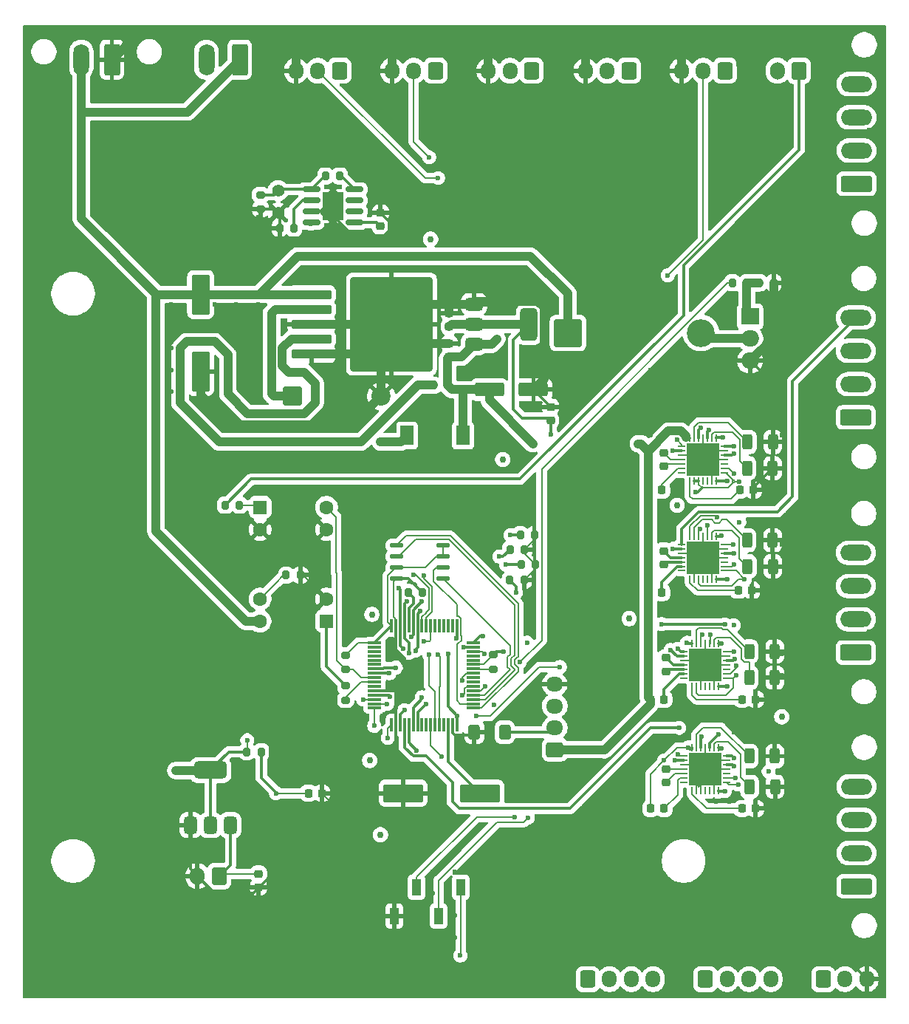
<source format=gbr>
%TF.GenerationSoftware,KiCad,Pcbnew,9.0.2*%
%TF.CreationDate,2025-12-04T18:58:38+01:00*%
%TF.ProjectId,TechStarter,54656368-5374-4617-9274-65722e6b6963,rev?*%
%TF.SameCoordinates,Original*%
%TF.FileFunction,Copper,L1,Top*%
%TF.FilePolarity,Positive*%
%FSLAX46Y46*%
G04 Gerber Fmt 4.6, Leading zero omitted, Abs format (unit mm)*
G04 Created by KiCad (PCBNEW 9.0.2) date 2025-12-04 18:58:38*
%MOMM*%
%LPD*%
G01*
G04 APERTURE LIST*
G04 Aperture macros list*
%AMRoundRect*
0 Rectangle with rounded corners*
0 $1 Rounding radius*
0 $2 $3 $4 $5 $6 $7 $8 $9 X,Y pos of 4 corners*
0 Add a 4 corners polygon primitive as box body*
4,1,4,$2,$3,$4,$5,$6,$7,$8,$9,$2,$3,0*
0 Add four circle primitives for the rounded corners*
1,1,$1+$1,$2,$3*
1,1,$1+$1,$4,$5*
1,1,$1+$1,$6,$7*
1,1,$1+$1,$8,$9*
0 Add four rect primitives between the rounded corners*
20,1,$1+$1,$2,$3,$4,$5,0*
20,1,$1+$1,$4,$5,$6,$7,0*
20,1,$1+$1,$6,$7,$8,$9,0*
20,1,$1+$1,$8,$9,$2,$3,0*%
G04 Aperture macros list end*
%TA.AperFunction,SMDPad,CuDef*%
%ADD10RoundRect,0.250000X-0.312500X-0.625000X0.312500X-0.625000X0.312500X0.625000X-0.312500X0.625000X0*%
%TD*%
%TA.AperFunction,SMDPad,CuDef*%
%ADD11C,0.750000*%
%TD*%
%TA.AperFunction,ComponentPad*%
%ADD12RoundRect,0.250000X0.600000X0.725000X-0.600000X0.725000X-0.600000X-0.725000X0.600000X-0.725000X0*%
%TD*%
%TA.AperFunction,ComponentPad*%
%ADD13O,1.700000X1.950000*%
%TD*%
%TA.AperFunction,SMDPad,CuDef*%
%ADD14RoundRect,0.200000X-0.200000X-0.275000X0.200000X-0.275000X0.200000X0.275000X-0.200000X0.275000X0*%
%TD*%
%TA.AperFunction,SMDPad,CuDef*%
%ADD15R,1.500000X2.200000*%
%TD*%
%TA.AperFunction,ComponentPad*%
%ADD16RoundRect,0.250000X-0.600000X-0.725000X0.600000X-0.725000X0.600000X0.725000X-0.600000X0.725000X0*%
%TD*%
%TA.AperFunction,SMDPad,CuDef*%
%ADD17RoundRect,0.225000X-0.225000X-0.250000X0.225000X-0.250000X0.225000X0.250000X-0.225000X0.250000X0*%
%TD*%
%TA.AperFunction,SMDPad,CuDef*%
%ADD18RoundRect,0.225000X0.250000X-0.225000X0.250000X0.225000X-0.250000X0.225000X-0.250000X-0.225000X0*%
%TD*%
%TA.AperFunction,ComponentPad*%
%ADD19RoundRect,0.250000X0.650000X1.550000X-0.650000X1.550000X-0.650000X-1.550000X0.650000X-1.550000X0*%
%TD*%
%TA.AperFunction,ComponentPad*%
%ADD20O,1.800000X3.600000*%
%TD*%
%TA.AperFunction,SMDPad,CuDef*%
%ADD21RoundRect,0.375000X0.375000X-0.625000X0.375000X0.625000X-0.375000X0.625000X-0.375000X-0.625000X0*%
%TD*%
%TA.AperFunction,SMDPad,CuDef*%
%ADD22RoundRect,0.500000X1.400000X-0.500000X1.400000X0.500000X-1.400000X0.500000X-1.400000X-0.500000X0*%
%TD*%
%TA.AperFunction,ComponentPad*%
%ADD23RoundRect,0.250000X1.550000X-0.650000X1.550000X0.650000X-1.550000X0.650000X-1.550000X-0.650000X0*%
%TD*%
%TA.AperFunction,ComponentPad*%
%ADD24O,3.600000X1.800000*%
%TD*%
%TA.AperFunction,ComponentPad*%
%ADD25RoundRect,0.249999X-0.850001X-0.850001X0.850001X-0.850001X0.850001X0.850001X-0.850001X0.850001X0*%
%TD*%
%TA.AperFunction,ComponentPad*%
%ADD26C,2.200000*%
%TD*%
%TA.AperFunction,SMDPad,CuDef*%
%ADD27RoundRect,0.137500X-0.612500X-0.137500X0.612500X-0.137500X0.612500X0.137500X-0.612500X0.137500X0*%
%TD*%
%TA.AperFunction,SMDPad,CuDef*%
%ADD28RoundRect,0.150000X-0.825000X-0.150000X0.825000X-0.150000X0.825000X0.150000X-0.825000X0.150000X0*%
%TD*%
%TA.AperFunction,HeatsinkPad*%
%ADD29C,0.500000*%
%TD*%
%TA.AperFunction,HeatsinkPad*%
%ADD30R,2.410000X3.300000*%
%TD*%
%TA.AperFunction,SMDPad,CuDef*%
%ADD31RoundRect,0.250001X-0.799999X2.049999X-0.799999X-2.049999X0.799999X-2.049999X0.799999X2.049999X0*%
%TD*%
%TA.AperFunction,ComponentPad*%
%ADD32RoundRect,0.250000X0.550000X0.550000X-0.550000X0.550000X-0.550000X-0.550000X0.550000X-0.550000X0*%
%TD*%
%TA.AperFunction,ComponentPad*%
%ADD33C,1.600000*%
%TD*%
%TA.AperFunction,SMDPad,CuDef*%
%ADD34RoundRect,0.200000X-0.275000X0.200000X-0.275000X-0.200000X0.275000X-0.200000X0.275000X0.200000X0*%
%TD*%
%TA.AperFunction,SMDPad,CuDef*%
%ADD35RoundRect,0.062500X-0.337500X-0.062500X0.337500X-0.062500X0.337500X0.062500X-0.337500X0.062500X0*%
%TD*%
%TA.AperFunction,SMDPad,CuDef*%
%ADD36RoundRect,0.062500X-0.062500X-0.337500X0.062500X-0.337500X0.062500X0.337500X-0.062500X0.337500X0*%
%TD*%
%TA.AperFunction,HeatsinkPad*%
%ADD37R,3.700000X3.700000*%
%TD*%
%TA.AperFunction,SMDPad,CuDef*%
%ADD38RoundRect,0.250000X-2.050000X-0.300000X2.050000X-0.300000X2.050000X0.300000X-2.050000X0.300000X0*%
%TD*%
%TA.AperFunction,SMDPad,CuDef*%
%ADD39RoundRect,0.250002X-4.449998X-5.149998X4.449998X-5.149998X4.449998X5.149998X-4.449998X5.149998X0*%
%TD*%
%TA.AperFunction,ComponentPad*%
%ADD40RoundRect,0.250000X0.725000X-0.600000X0.725000X0.600000X-0.725000X0.600000X-0.725000X-0.600000X0*%
%TD*%
%TA.AperFunction,ComponentPad*%
%ADD41O,1.950000X1.700000*%
%TD*%
%TA.AperFunction,SMDPad,CuDef*%
%ADD42R,1.000000X1.900000*%
%TD*%
%TA.AperFunction,SMDPad,CuDef*%
%ADD43RoundRect,0.200000X0.275000X-0.200000X0.275000X0.200000X-0.275000X0.200000X-0.275000X-0.200000X0*%
%TD*%
%TA.AperFunction,SMDPad,CuDef*%
%ADD44RoundRect,0.375000X-0.625000X-0.375000X0.625000X-0.375000X0.625000X0.375000X-0.625000X0.375000X0*%
%TD*%
%TA.AperFunction,SMDPad,CuDef*%
%ADD45RoundRect,0.500000X-0.500000X-1.400000X0.500000X-1.400000X0.500000X1.400000X-0.500000X1.400000X0*%
%TD*%
%TA.AperFunction,SMDPad,CuDef*%
%ADD46RoundRect,0.200000X0.200000X0.275000X-0.200000X0.275000X-0.200000X-0.275000X0.200000X-0.275000X0*%
%TD*%
%TA.AperFunction,ComponentPad*%
%ADD47RoundRect,0.250000X-0.550000X-0.550000X0.550000X-0.550000X0.550000X0.550000X-0.550000X0.550000X0*%
%TD*%
%TA.AperFunction,SMDPad,CuDef*%
%ADD48RoundRect,0.250001X2.049999X0.799999X-2.049999X0.799999X-2.049999X-0.799999X2.049999X-0.799999X0*%
%TD*%
%TA.AperFunction,ComponentPad*%
%ADD49RoundRect,0.250000X0.600000X0.750000X-0.600000X0.750000X-0.600000X-0.750000X0.600000X-0.750000X0*%
%TD*%
%TA.AperFunction,ComponentPad*%
%ADD50O,1.700000X2.000000*%
%TD*%
%TA.AperFunction,ComponentPad*%
%ADD51RoundRect,0.250000X-1.350000X-1.350000X1.350000X-1.350000X1.350000X1.350000X-1.350000X1.350000X0*%
%TD*%
%TA.AperFunction,ComponentPad*%
%ADD52C,3.200000*%
%TD*%
%TA.AperFunction,SMDPad,CuDef*%
%ADD53RoundRect,0.075000X-0.700000X-0.075000X0.700000X-0.075000X0.700000X0.075000X-0.700000X0.075000X0*%
%TD*%
%TA.AperFunction,SMDPad,CuDef*%
%ADD54RoundRect,0.075000X-0.075000X-0.700000X0.075000X-0.700000X0.075000X0.700000X-0.075000X0.700000X0*%
%TD*%
%TA.AperFunction,ComponentPad*%
%ADD55C,1.400000*%
%TD*%
%TA.AperFunction,SMDPad,CuDef*%
%ADD56RoundRect,0.250000X-1.412500X-0.550000X1.412500X-0.550000X1.412500X0.550000X-1.412500X0.550000X0*%
%TD*%
%TA.AperFunction,SMDPad,CuDef*%
%ADD57RoundRect,0.250000X0.400000X0.600000X-0.400000X0.600000X-0.400000X-0.600000X0.400000X-0.600000X0*%
%TD*%
%TA.AperFunction,SMDPad,CuDef*%
%ADD58RoundRect,0.225000X-0.250000X0.225000X-0.250000X-0.225000X0.250000X-0.225000X0.250000X0.225000X0*%
%TD*%
%TA.AperFunction,ComponentPad*%
%ADD59R,2.000000X1.905000*%
%TD*%
%TA.AperFunction,ComponentPad*%
%ADD60O,2.000000X1.905000*%
%TD*%
%TA.AperFunction,ViaPad*%
%ADD61C,0.600000*%
%TD*%
%TA.AperFunction,Conductor*%
%ADD62C,1.000000*%
%TD*%
%TA.AperFunction,Conductor*%
%ADD63C,0.200000*%
%TD*%
%TA.AperFunction,Conductor*%
%ADD64C,0.300000*%
%TD*%
G04 APERTURE END LIST*
D10*
%TO.P,R17,1*%
%TO.N,Net-(U2-BRA)*%
X248522500Y-76250000D03*
%TO.P,R17,2*%
%TO.N,GND*%
X251447500Y-76250000D03*
%TD*%
D11*
%TO.P,FID3,*%
%TO.N,*%
X205250000Y-109750000D03*
%TD*%
D10*
%TO.P,R16,1*%
%TO.N,Net-(U3-BRA)*%
X248560000Y-87500000D03*
%TO.P,R16,2*%
%TO.N,GND*%
X251485000Y-87500000D03*
%TD*%
D12*
%TO.P,J7,1,Pin_1*%
%TO.N,+3.3V*%
X235000000Y-30695000D03*
D13*
%TO.P,J7,2,Pin_2*%
%TO.N,IS5*%
X232500000Y-30695000D03*
%TO.P,J7,3,Pin_3*%
%TO.N,GND*%
X230000000Y-30695000D03*
%TD*%
D14*
%TO.P,R21,1*%
%TO.N,Net-(J3-Pin_2)*%
X195675000Y-88500000D03*
%TO.P,R21,2*%
%TO.N,GND*%
X197325000Y-88500000D03*
%TD*%
%TO.P,R19,1*%
%TO.N,Net-(Q3-G)*%
X249925000Y-55000000D03*
%TO.P,R19,2*%
%TO.N,GND*%
X251575000Y-55000000D03*
%TD*%
D15*
%TO.P,L1,1,1*%
%TO.N,Net-(D1-K)*%
X209550000Y-72500000D03*
%TO.P,L1,2,2*%
%TO.N,+5V*%
X215950000Y-72500000D03*
%TD*%
D16*
%TO.P,J9,1,Pin_1*%
%TO.N,+3.3V*%
X257250000Y-134805000D03*
D13*
%TO.P,J9,2,Pin_2*%
%TO.N,IS1*%
X259750000Y-134805000D03*
%TO.P,J9,3,Pin_3*%
%TO.N,GND*%
X262250000Y-134805000D03*
%TD*%
D16*
%TO.P,J18,1,Pin_1*%
%TO.N,+3.3V*%
X243750000Y-134805000D03*
D13*
%TO.P,J18,2,Pin_2*%
%TO.N,EB1*%
X246250000Y-134805000D03*
%TO.P,J18,3,Pin_3*%
%TO.N,+3.3V*%
X248750000Y-134805000D03*
%TO.P,J18,4,Pin_4*%
%TO.N,EB2*%
X251250000Y-134805000D03*
%TD*%
D17*
%TO.P,C11,1*%
%TO.N,+5V*%
X237460000Y-102750000D03*
%TO.P,C11,2*%
%TO.N,Net-(U6-VCP)*%
X239010000Y-102750000D03*
%TD*%
D14*
%TO.P,R9,1*%
%TO.N,EB1*%
X221300000Y-89075000D03*
%TO.P,R9,2*%
%TO.N,GND*%
X222950000Y-89075000D03*
%TD*%
D18*
%TO.P,C15,1*%
%TO.N,Net-(U8-CPI)*%
X239235000Y-112300000D03*
%TO.P,C15,2*%
%TO.N,Net-(U8-CPO)*%
X239235000Y-110750000D03*
%TD*%
D10*
%TO.P,R15,1*%
%TO.N,Net-(U6-BRB)*%
X248772500Y-97250000D03*
%TO.P,R15,2*%
%TO.N,GND*%
X251697500Y-97250000D03*
%TD*%
D19*
%TO.P,J16,1,Pin_1*%
%TO.N,+24V*%
X190350000Y-29432500D03*
D20*
%TO.P,J16,2,Pin_2*%
%TO.N,Net-(D4-A)*%
X186540000Y-29432500D03*
%TD*%
D21*
%TO.P,U11,1,GND*%
%TO.N,GND*%
X184700000Y-117150000D03*
%TO.P,U11,2,VO*%
%TO.N,+3.3V*%
X187000000Y-117150000D03*
D22*
X187000000Y-110850000D03*
D21*
%TO.P,U11,3,VI*%
%TO.N,+BATT*%
X189300000Y-117150000D03*
%TD*%
D23*
%TO.P,J2,1,Pin_1*%
%TO.N,Net-(J2-Pin_1)*%
X261067500Y-43660000D03*
D24*
%TO.P,J2,2,Pin_2*%
%TO.N,Net-(J2-Pin_2)*%
X261067500Y-39850000D03*
%TO.P,J2,3,Pin_3*%
%TO.N,Net-(J2-Pin_3)*%
X261067500Y-36040000D03*
%TO.P,J2,4,Pin_4*%
%TO.N,Net-(J2-Pin_4)*%
X261067500Y-32230000D03*
%TD*%
D25*
%TO.P,D1,1,K*%
%TO.N,Net-(D1-K)*%
X196420000Y-68000000D03*
D26*
%TO.P,D1,2,A*%
%TO.N,GND*%
X206580000Y-68000000D03*
%TD*%
D27*
%TO.P,U5,1,~{CS}*%
%TO.N,CSN_Flash*%
X208350000Y-85095000D03*
%TO.P,U5,2,SO/SIO1*%
%TO.N,SO_Flash*%
X208350000Y-86365000D03*
%TO.P,U5,3,~{WP}/SIO2*%
%TO.N,+3.3V*%
X208350000Y-87635000D03*
%TO.P,U5,4,GND*%
%TO.N,GND*%
X208350000Y-88905000D03*
%TO.P,U5,5,SI/SIO0*%
%TO.N,SI_Flash*%
X213650000Y-88905000D03*
%TO.P,U5,6,SCLK*%
%TO.N,SCLK_Flash*%
X213650000Y-87635000D03*
%TO.P,U5,7,~{HOLD}/SIO3*%
%TO.N,+3.3V*%
X213650000Y-86365000D03*
%TO.P,U5,8,VCC*%
X213650000Y-85095000D03*
%TD*%
D28*
%TO.P,U12,1,TEMP*%
%TO.N,Net-(U12-TEMP)*%
X198575000Y-44295000D03*
%TO.P,U12,2,PROG*%
%TO.N,Net-(U12-PROG)*%
X198575000Y-45565000D03*
%TO.P,U12,3,GND*%
%TO.N,GND*%
X198575000Y-46835000D03*
%TO.P,U12,4,V_{CC}*%
%TO.N,+5V*%
X198575000Y-48105000D03*
%TO.P,U12,5,BAT*%
%TO.N,+BATT*%
X203525000Y-48105000D03*
%TO.P,U12,6,~{STDBY}*%
%TO.N,unconnected-(U12-~{STDBY}-Pad6)*%
X203525000Y-46835000D03*
%TO.P,U12,7,~{CHRG}*%
%TO.N,unconnected-(U12-~{CHRG}-Pad7)*%
X203525000Y-45565000D03*
%TO.P,U12,8,CE*%
%TO.N,+5V*%
X203525000Y-44295000D03*
D29*
%TO.P,U12,9,EPAD*%
%TO.N,GND*%
X200350000Y-45000000D03*
X200350000Y-46200000D03*
X200350000Y-47400000D03*
D30*
X201050000Y-46200000D03*
D29*
X201750000Y-45000000D03*
X201750000Y-46200000D03*
X201750000Y-47400000D03*
%TD*%
D16*
%TO.P,J15,1,Pin_1*%
%TO.N,+3.3V*%
X230250000Y-134805000D03*
D13*
%TO.P,J15,2,Pin_2*%
%TO.N,EB3*%
X232750000Y-134805000D03*
%TO.P,J15,3,Pin_3*%
%TO.N,+3.3V*%
X235250000Y-134805000D03*
%TO.P,J15,4,Pin_4*%
%TO.N,EB4*%
X237750000Y-134805000D03*
%TD*%
D31*
%TO.P,C7,1*%
%TO.N,+24V*%
X185875000Y-56350000D03*
%TO.P,C7,2*%
%TO.N,GND*%
X185875000Y-65150000D03*
%TD*%
D17*
%TO.P,C2,1*%
%TO.N,+5V*%
X237210000Y-78750000D03*
%TO.P,C2,2*%
%TO.N,Net-(U2-VCP)*%
X238760000Y-78750000D03*
%TD*%
D10*
%TO.P,R7,1*%
%TO.N,Net-(U3-BRB)*%
X248522500Y-84500000D03*
%TO.P,R7,2*%
%TO.N,GND*%
X251447500Y-84500000D03*
%TD*%
D32*
%TO.P,U10,1*%
%TO.N,Net-(R11-Pad2)*%
X200305000Y-93775000D03*
D33*
%TO.P,U10,2*%
%TO.N,GND*%
X200305000Y-91235000D03*
%TO.P,U10,3*%
%TO.N,Net-(J3-Pin_2)*%
X192685000Y-91235000D03*
%TO.P,U10,4*%
%TO.N,+24V*%
X192685000Y-93775000D03*
%TD*%
D14*
%TO.P,R6,1*%
%TO.N,+3.3V*%
X191175000Y-108750000D03*
%TO.P,R6,2*%
%TO.N,Net-(U1-NRST)*%
X192825000Y-108750000D03*
%TD*%
D17*
%TO.P,C14,1*%
%TO.N,Net-(U6-5VOUT)*%
X247960000Y-102750000D03*
%TO.P,C14,2*%
%TO.N,GND*%
X249510000Y-102750000D03*
%TD*%
%TO.P,C16,1*%
%TO.N,Net-(U8-5VOUT)*%
X247960000Y-115250000D03*
%TO.P,C16,2*%
%TO.N,GND*%
X249510000Y-115250000D03*
%TD*%
D34*
%TO.P,R25,1*%
%TO.N,Net-(U12-TEMP)*%
X192750000Y-44925000D03*
%TO.P,R25,2*%
%TO.N,GND*%
X192750000Y-46575000D03*
%TD*%
D35*
%TO.P,U8,1,OB2*%
%TO.N,Net-(J6-Pin_4)*%
X241285000Y-109250000D03*
%TO.P,U8,2,~{EN}*%
%TO.N,motorEN*%
X241285000Y-109750000D03*
%TO.P,U8,3,GND*%
%TO.N,GND*%
X241285000Y-110250000D03*
%TO.P,U8,4,CPO*%
%TO.N,Net-(U8-CPO)*%
X241285000Y-110750000D03*
%TO.P,U8,5,CPI*%
%TO.N,Net-(U8-CPI)*%
X241285000Y-111250000D03*
%TO.P,U8,6,VCP*%
%TO.N,Net-(U8-VCP)*%
X241285000Y-111750000D03*
%TO.P,U8,7,SPREAD*%
%TO.N,unconnected-(U8-SPREAD-Pad7)*%
X241285000Y-112250000D03*
D36*
%TO.P,U8,8,5VOUT*%
%TO.N,Net-(U8-5VOUT)*%
X242235000Y-113200000D03*
%TO.P,U8,9,MS1/AD0*%
%TO.N,GND*%
X242735000Y-113200000D03*
%TO.P,U8,10,MS2/AD1*%
X243235000Y-113200000D03*
%TO.P,U8,11,DIAG*%
%TO.N,unconnected-(U8-DIAG-Pad11)*%
X243735000Y-113200000D03*
%TO.P,U8,12,INDEX*%
%TO.N,unconnected-(U8-INDEX-Pad12)*%
X244235000Y-113200000D03*
%TO.P,U8,13,CLK*%
%TO.N,GND*%
X244735000Y-113200000D03*
%TO.P,U8,14,~{PD}/UART*%
%TO.N,RX1{slash}TX1*%
X245235000Y-113200000D03*
D35*
%TO.P,U8,15,VCC_IO*%
%TO.N,+3.3V*%
X246185000Y-112250000D03*
%TO.P,U8,16,STEP*%
%TO.N,motor1step*%
X246185000Y-111750000D03*
%TO.P,U8,17,VREF*%
%TO.N,unconnected-(U8-VREF-Pad17)*%
X246185000Y-111250000D03*
%TO.P,U8,18,GND*%
%TO.N,GND*%
X246185000Y-110750000D03*
%TO.P,U8,19,DIR*%
%TO.N,motor1dir*%
X246185000Y-110250000D03*
%TO.P,U8,20,STDBY*%
%TO.N,GND*%
X246185000Y-109750000D03*
%TO.P,U8,21,OA2*%
%TO.N,Net-(J6-Pin_2)*%
X246185000Y-109250000D03*
D36*
%TO.P,U8,22,VS*%
%TO.N,+5V*%
X245235000Y-108300000D03*
%TO.P,U8,23,BRA*%
%TO.N,Net-(U8-BRA)*%
X244735000Y-108300000D03*
%TO.P,U8,24,OA1*%
%TO.N,Net-(J6-Pin_1)*%
X244235000Y-108300000D03*
%TO.P,U8,25,NC*%
%TO.N,GND*%
X243735000Y-108300000D03*
%TO.P,U8,26,OB1*%
%TO.N,Net-(J6-Pin_3)*%
X243235000Y-108300000D03*
%TO.P,U8,27,BRB*%
%TO.N,Net-(U8-BRB)*%
X242735000Y-108300000D03*
%TO.P,U8,28,VS*%
%TO.N,+5V*%
X242235000Y-108300000D03*
D29*
%TO.P,U8,29,GND*%
%TO.N,GND*%
X242235000Y-109250000D03*
X242235000Y-110250000D03*
X242235000Y-111250000D03*
X242235000Y-112250000D03*
X243235000Y-109250000D03*
X243235000Y-110250000D03*
X243235000Y-111250000D03*
X243235000Y-112250000D03*
D37*
X243735000Y-110750000D03*
D29*
X244235000Y-109250000D03*
X244235000Y-110250000D03*
X244235000Y-111250000D03*
X244235000Y-112250000D03*
X245235000Y-109250000D03*
X245235000Y-110250000D03*
X245235000Y-111250000D03*
X245235000Y-112250000D03*
%TD*%
D38*
%TO.P,U4,1,VIN*%
%TO.N,+24V*%
X198600000Y-56350000D03*
%TO.P,U4,2,OUT*%
%TO.N,Net-(D1-K)*%
X198600000Y-58050000D03*
%TO.P,U4,3,GND*%
%TO.N,GND*%
X198600000Y-59750000D03*
D39*
X207750000Y-59750000D03*
D38*
%TO.P,U4,4,FB*%
%TO.N,Net-(U4-FB)*%
X198600000Y-61450000D03*
%TO.P,U4,5,~{ON}/OFF*%
%TO.N,GND*%
X198600000Y-63150000D03*
%TD*%
D10*
%TO.P,R8,1*%
%TO.N,Net-(U2-BRB)*%
X248560000Y-73250000D03*
%TO.P,R8,2*%
%TO.N,GND*%
X251485000Y-73250000D03*
%TD*%
D17*
%TO.P,C6,1*%
%TO.N,Net-(U3-5VOUT)*%
X247525000Y-90230000D03*
%TO.P,C6,2*%
%TO.N,GND*%
X249075000Y-90230000D03*
%TD*%
D40*
%TO.P,J14,1,Pin_1*%
%TO.N,+5V*%
X226475000Y-108500000D03*
D41*
%TO.P,J14,2,Pin_2*%
%TO.N,TX6*%
X226475000Y-106000000D03*
%TO.P,J14,3,Pin_3*%
%TO.N,RX6*%
X226475000Y-103500000D03*
%TO.P,J14,4,Pin_4*%
%TO.N,GND*%
X226475000Y-101000000D03*
%TD*%
D11*
%TO.P,FID6,*%
%TO.N,*%
X206500000Y-118250000D03*
%TD*%
D42*
%TO.P,J12,1,Pin_1*%
%TO.N,+3.3V*%
X215690000Y-124275000D03*
%TO.P,J12,2,Pin_2*%
%TO.N,SWDIO*%
X213150000Y-127575000D03*
%TO.P,J12,3,Pin_3*%
%TO.N,SWCLK*%
X210610000Y-124275000D03*
%TO.P,J12,4,Pin_4*%
%TO.N,GND*%
X208070000Y-127575000D03*
%TD*%
D43*
%TO.P,R11,1*%
%TO.N,InputToRobot*%
X202500000Y-102825000D03*
%TO.P,R11,2*%
%TO.N,Net-(R11-Pad2)*%
X202500000Y-101175000D03*
%TD*%
D44*
%TO.P,U7,1,GND*%
%TO.N,GND*%
X217225000Y-57450000D03*
%TO.P,U7,2,VO*%
%TO.N,+3.3V*%
X217225000Y-59750000D03*
D45*
X223525000Y-59750000D03*
D44*
%TO.P,U7,3,VI*%
%TO.N,+5V*%
X217225000Y-62050000D03*
%TD*%
D14*
%TO.P,R18,1*%
%TO.N,Inductor*%
X246850000Y-55000000D03*
%TO.P,R18,2*%
%TO.N,Net-(Q3-G)*%
X248500000Y-55000000D03*
%TD*%
D46*
%TO.P,R13,1*%
%TO.N,Net-(U12-PROG)*%
X196575000Y-48750000D03*
%TO.P,R13,2*%
%TO.N,GND*%
X194925000Y-48750000D03*
%TD*%
D12*
%TO.P,J10,1,Pin_1*%
%TO.N,+3.3V*%
X212800000Y-30695000D03*
D13*
%TO.P,J10,2,Pin_2*%
%TO.N,IS2*%
X210300000Y-30695000D03*
%TO.P,J10,3,Pin_3*%
%TO.N,GND*%
X207800000Y-30695000D03*
%TD*%
D18*
%TO.P,C13,1*%
%TO.N,Net-(U6-CPI)*%
X239235000Y-99525000D03*
%TO.P,C13,2*%
%TO.N,Net-(U6-CPO)*%
X239235000Y-97975000D03*
%TD*%
D23*
%TO.P,J1,1,Pin_1*%
%TO.N,Net-(J1-Pin_1)*%
X261000000Y-70430000D03*
D24*
%TO.P,J1,2,Pin_2*%
%TO.N,Net-(J1-Pin_2)*%
X261000000Y-66620000D03*
%TO.P,J1,3,Pin_3*%
%TO.N,Net-(J1-Pin_3)*%
X261000000Y-62810000D03*
%TO.P,J1,4,Pin_4*%
%TO.N,Net-(J1-Pin_4)*%
X261000000Y-59000000D03*
%TD*%
D43*
%TO.P,R2,1*%
%TO.N,TX1{slash}RX1*%
X219450000Y-99300000D03*
%TO.P,R2,2*%
%TO.N,RX1{slash}TX1*%
X219450000Y-97650000D03*
%TD*%
D11*
%TO.P,FID1,*%
%TO.N,*%
X212250000Y-50000000D03*
%TD*%
D12*
%TO.P,J11,1,Pin_1*%
%TO.N,+3.3V*%
X201800000Y-30695000D03*
D13*
%TO.P,J11,2,Pin_2*%
%TO.N,IS3*%
X199300000Y-30695000D03*
%TO.P,J11,3,Pin_3*%
%TO.N,GND*%
X196800000Y-30695000D03*
%TD*%
D11*
%TO.P,FID4,*%
%TO.N,*%
X240500000Y-80500000D03*
%TD*%
D19*
%TO.P,J13,1,Pin_1*%
%TO.N,GND*%
X175695000Y-29432500D03*
D20*
%TO.P,J13,2,Pin_2*%
%TO.N,+24V*%
X172195000Y-29432500D03*
%TD*%
D47*
%TO.P,U9,1*%
%TO.N,Net-(R20-Pad1)*%
X192695000Y-80725000D03*
D33*
%TO.P,U9,2*%
%TO.N,GND*%
X192695000Y-83265000D03*
%TO.P,U9,3*%
X200315000Y-83265000D03*
%TO.P,U9,4*%
%TO.N,OutputFromRobot*%
X200315000Y-80725000D03*
%TD*%
D48*
%TO.P,C21,1*%
%TO.N,Net-(U1-VCAP_1)*%
X217900000Y-113500000D03*
%TO.P,C21,2*%
%TO.N,GND*%
X209100000Y-113500000D03*
%TD*%
D14*
%TO.P,R1,1*%
%TO.N,Net-(U4-FB)*%
X212550000Y-66750000D03*
%TO.P,R1,2*%
%TO.N,+5V*%
X214200000Y-66750000D03*
%TD*%
%TO.P,R3,1*%
%TO.N,EB3*%
X221350000Y-85575000D03*
%TO.P,R3,2*%
%TO.N,GND*%
X223000000Y-85575000D03*
%TD*%
D17*
%TO.P,C5,1*%
%TO.N,Net-(U2-5VOUT)*%
X247710000Y-78750000D03*
%TO.P,C5,2*%
%TO.N,GND*%
X249260000Y-78750000D03*
%TD*%
D18*
%TO.P,C3,1*%
%TO.N,Net-(U2-CPI)*%
X238985000Y-76025000D03*
%TO.P,C3,2*%
%TO.N,Net-(U2-CPO)*%
X238985000Y-74475000D03*
%TD*%
D35*
%TO.P,U2,1,OB2*%
%TO.N,Net-(J2-Pin_4)*%
X241035000Y-73750000D03*
%TO.P,U2,2,~{EN}*%
%TO.N,motorEN*%
X241035000Y-74250000D03*
%TO.P,U2,3,GND*%
%TO.N,GND*%
X241035000Y-74750000D03*
%TO.P,U2,4,CPO*%
%TO.N,Net-(U2-CPO)*%
X241035000Y-75250000D03*
%TO.P,U2,5,CPI*%
%TO.N,Net-(U2-CPI)*%
X241035000Y-75750000D03*
%TO.P,U2,6,VCP*%
%TO.N,Net-(U2-VCP)*%
X241035000Y-76250000D03*
%TO.P,U2,7,SPREAD*%
%TO.N,unconnected-(U2-SPREAD-Pad7)*%
X241035000Y-76750000D03*
D36*
%TO.P,U2,8,5VOUT*%
%TO.N,Net-(U2-5VOUT)*%
X241985000Y-77700000D03*
%TO.P,U2,9,MS1/AD0*%
%TO.N,+3.3V*%
X242485000Y-77700000D03*
%TO.P,U2,10,MS2/AD1*%
X242985000Y-77700000D03*
%TO.P,U2,11,DIAG*%
%TO.N,unconnected-(U2-DIAG-Pad11)*%
X243485000Y-77700000D03*
%TO.P,U2,12,INDEX*%
%TO.N,unconnected-(U2-INDEX-Pad12)*%
X243985000Y-77700000D03*
%TO.P,U2,13,CLK*%
%TO.N,GND*%
X244485000Y-77700000D03*
%TO.P,U2,14,~{PD}/UART*%
%TO.N,RX1{slash}TX1*%
X244985000Y-77700000D03*
D35*
%TO.P,U2,15,VCC_IO*%
%TO.N,+3.3V*%
X245935000Y-76750000D03*
%TO.P,U2,16,STEP*%
%TO.N,motor4step*%
X245935000Y-76250000D03*
%TO.P,U2,17,VREF*%
%TO.N,unconnected-(U2-VREF-Pad17)*%
X245935000Y-75750000D03*
%TO.P,U2,18,GND*%
%TO.N,GND*%
X245935000Y-75250000D03*
%TO.P,U2,19,DIR*%
%TO.N,motor4dir*%
X245935000Y-74750000D03*
%TO.P,U2,20,STDBY*%
%TO.N,GND*%
X245935000Y-74250000D03*
%TO.P,U2,21,OA2*%
%TO.N,Net-(J2-Pin_2)*%
X245935000Y-73750000D03*
D36*
%TO.P,U2,22,VS*%
%TO.N,+5V*%
X244985000Y-72800000D03*
%TO.P,U2,23,BRA*%
%TO.N,Net-(U2-BRA)*%
X244485000Y-72800000D03*
%TO.P,U2,24,OA1*%
%TO.N,Net-(J2-Pin_1)*%
X243985000Y-72800000D03*
%TO.P,U2,25,NC*%
%TO.N,GND*%
X243485000Y-72800000D03*
%TO.P,U2,26,OB1*%
%TO.N,Net-(J2-Pin_3)*%
X242985000Y-72800000D03*
%TO.P,U2,27,BRB*%
%TO.N,Net-(U2-BRB)*%
X242485000Y-72800000D03*
%TO.P,U2,28,VS*%
%TO.N,+5V*%
X241985000Y-72800000D03*
D29*
%TO.P,U2,29,GND*%
%TO.N,GND*%
X241985000Y-73750000D03*
X241985000Y-74750000D03*
X241985000Y-75750000D03*
X241985000Y-76750000D03*
X242985000Y-73750000D03*
X242985000Y-74750000D03*
X242985000Y-75750000D03*
X242985000Y-76750000D03*
D37*
X243485000Y-75250000D03*
D29*
X243985000Y-73750000D03*
X243985000Y-74750000D03*
X243985000Y-75750000D03*
X243985000Y-76750000D03*
X244985000Y-73750000D03*
X244985000Y-74750000D03*
X244985000Y-75750000D03*
X244985000Y-76750000D03*
%TD*%
D49*
%TO.P,J3,1,Pin_1*%
%TO.N,Net-(J3-Pin_1)*%
X254500000Y-30695000D03*
D50*
%TO.P,J3,2,Pin_2*%
%TO.N,Net-(J3-Pin_2)*%
X252000000Y-30695000D03*
%TD*%
D35*
%TO.P,U6,1,OB2*%
%TO.N,Net-(J4-Pin_4)*%
X241285000Y-97300000D03*
%TO.P,U6,2,~{EN}*%
%TO.N,motorEN*%
X241285000Y-97800000D03*
%TO.P,U6,3,GND*%
%TO.N,GND*%
X241285000Y-98300000D03*
%TO.P,U6,4,CPO*%
%TO.N,Net-(U6-CPO)*%
X241285000Y-98800000D03*
%TO.P,U6,5,CPI*%
%TO.N,Net-(U6-CPI)*%
X241285000Y-99300000D03*
%TO.P,U6,6,VCP*%
%TO.N,Net-(U6-VCP)*%
X241285000Y-99800000D03*
%TO.P,U6,7,SPREAD*%
%TO.N,unconnected-(U6-SPREAD-Pad7)*%
X241285000Y-100300000D03*
D36*
%TO.P,U6,8,5VOUT*%
%TO.N,Net-(U6-5VOUT)*%
X242235000Y-101250000D03*
%TO.P,U6,9,MS1/AD0*%
%TO.N,+3.3V*%
X242735000Y-101250000D03*
%TO.P,U6,10,MS2/AD1*%
%TO.N,GND*%
X243235000Y-101250000D03*
%TO.P,U6,11,DIAG*%
%TO.N,unconnected-(U6-DIAG-Pad11)*%
X243735000Y-101250000D03*
%TO.P,U6,12,INDEX*%
%TO.N,unconnected-(U6-INDEX-Pad12)*%
X244235000Y-101250000D03*
%TO.P,U6,13,CLK*%
%TO.N,GND*%
X244735000Y-101250000D03*
%TO.P,U6,14,~{PD}/UART*%
%TO.N,RX1{slash}TX1*%
X245235000Y-101250000D03*
D35*
%TO.P,U6,15,VCC_IO*%
%TO.N,+3.3V*%
X246185000Y-100300000D03*
%TO.P,U6,16,STEP*%
%TO.N,motor2step*%
X246185000Y-99800000D03*
%TO.P,U6,17,VREF*%
%TO.N,unconnected-(U6-VREF-Pad17)*%
X246185000Y-99300000D03*
%TO.P,U6,18,GND*%
%TO.N,GND*%
X246185000Y-98800000D03*
%TO.P,U6,19,DIR*%
%TO.N,motor2dir*%
X246185000Y-98300000D03*
%TO.P,U6,20,STDBY*%
%TO.N,GND*%
X246185000Y-97800000D03*
%TO.P,U6,21,OA2*%
%TO.N,Net-(J4-Pin_2)*%
X246185000Y-97300000D03*
D36*
%TO.P,U6,22,VS*%
%TO.N,+5V*%
X245235000Y-96350000D03*
%TO.P,U6,23,BRA*%
%TO.N,Net-(U6-BRA)*%
X244735000Y-96350000D03*
%TO.P,U6,24,OA1*%
%TO.N,Net-(J4-Pin_1)*%
X244235000Y-96350000D03*
%TO.P,U6,25,NC*%
%TO.N,GND*%
X243735000Y-96350000D03*
%TO.P,U6,26,OB1*%
%TO.N,Net-(J4-Pin_3)*%
X243235000Y-96350000D03*
%TO.P,U6,27,BRB*%
%TO.N,Net-(U6-BRB)*%
X242735000Y-96350000D03*
%TO.P,U6,28,VS*%
%TO.N,+5V*%
X242235000Y-96350000D03*
D29*
%TO.P,U6,29,GND*%
%TO.N,GND*%
X242235000Y-97300000D03*
X242235000Y-98300000D03*
X242235000Y-99300000D03*
X242235000Y-100300000D03*
X243235000Y-97300000D03*
X243235000Y-98300000D03*
X243235000Y-99300000D03*
X243235000Y-100300000D03*
D37*
X243735000Y-98800000D03*
D29*
X244235000Y-97300000D03*
X244235000Y-98300000D03*
X244235000Y-99300000D03*
X244235000Y-100300000D03*
X245235000Y-97300000D03*
X245235000Y-98300000D03*
X245235000Y-99300000D03*
X245235000Y-100300000D03*
%TD*%
D11*
%TO.P,FID2,*%
%TO.N,*%
X205500000Y-93000000D03*
%TD*%
%TO.P,FID5,*%
%TO.N,*%
X252500000Y-104750000D03*
%TD*%
D18*
%TO.P,C9,1*%
%TO.N,+3.3V*%
X214375000Y-60025000D03*
%TO.P,C9,2*%
%TO.N,GND*%
X214375000Y-58475000D03*
%TD*%
D14*
%TO.P,R4,1*%
%TO.N,EB4*%
X222525000Y-83875000D03*
%TO.P,R4,2*%
%TO.N,GND*%
X224175000Y-83875000D03*
%TD*%
D12*
%TO.P,J8,1,Pin_1*%
%TO.N,+3.3V*%
X223850000Y-30695000D03*
D13*
%TO.P,J8,2,Pin_2*%
%TO.N,IS6*%
X221350000Y-30695000D03*
%TO.P,J8,3,Pin_3*%
%TO.N,GND*%
X218850000Y-30695000D03*
%TD*%
D17*
%TO.P,C1,1*%
%TO.N,+5V*%
X237210000Y-90500000D03*
%TO.P,C1,2*%
%TO.N,Net-(U3-VCP)*%
X238760000Y-90500000D03*
%TD*%
D10*
%TO.P,R22,1*%
%TO.N,Net-(U8-BRA)*%
X248810000Y-112750000D03*
%TO.P,R22,2*%
%TO.N,GND*%
X251735000Y-112750000D03*
%TD*%
D49*
%TO.P,J17,1,Pin_1*%
%TO.N,+BATT*%
X188000000Y-123000000D03*
D50*
%TO.P,J17,2,Pin_2*%
%TO.N,GND*%
X185500000Y-123000000D03*
%TD*%
D14*
%TO.P,R5,1*%
%TO.N,Net-(U1-BOOT0)*%
X209675000Y-90500000D03*
%TO.P,R5,2*%
%TO.N,GND*%
X211325000Y-90500000D03*
%TD*%
D46*
%TO.P,R20,1*%
%TO.N,Net-(R20-Pad1)*%
X190325000Y-80500000D03*
%TO.P,R20,2*%
%TO.N,Net-(J3-Pin_1)*%
X188675000Y-80500000D03*
%TD*%
%TO.P,R24,1*%
%TO.N,+5V*%
X201825000Y-42750000D03*
%TO.P,R24,2*%
%TO.N,Net-(U12-TEMP)*%
X200175000Y-42750000D03*
%TD*%
D23*
%TO.P,J4,1,Pin_1*%
%TO.N,Net-(J4-Pin_1)*%
X261000000Y-97370000D03*
D24*
%TO.P,J4,2,Pin_2*%
%TO.N,Net-(J4-Pin_2)*%
X261000000Y-93560000D03*
%TO.P,J4,3,Pin_3*%
%TO.N,Net-(J4-Pin_3)*%
X261000000Y-89750000D03*
%TO.P,J4,4,Pin_4*%
%TO.N,Net-(J4-Pin_4)*%
X261000000Y-85940000D03*
%TD*%
D17*
%TO.P,C17,1*%
%TO.N,Net-(U1-NRST)*%
X198225000Y-113500000D03*
%TO.P,C17,2*%
%TO.N,GND*%
X199775000Y-113500000D03*
%TD*%
D51*
%TO.P,D4,1,K*%
%TO.N,+24V*%
X227995000Y-60750000D03*
D52*
%TO.P,D4,2,A*%
%TO.N,Net-(D4-A)*%
X243235000Y-60750000D03*
%TD*%
D10*
%TO.P,R14,1*%
%TO.N,Net-(U8-BRB)*%
X248772500Y-109250000D03*
%TO.P,R14,2*%
%TO.N,GND*%
X251697500Y-109250000D03*
%TD*%
D11*
%TO.P,FID8,*%
%TO.N,*%
X220500000Y-75250000D03*
%TD*%
D34*
%TO.P,R12,1*%
%TO.N,+3.3V*%
X202500000Y-97675000D03*
%TO.P,R12,2*%
%TO.N,OutputFromRobot*%
X202500000Y-99325000D03*
%TD*%
D14*
%TO.P,R10,1*%
%TO.N,EB2*%
X222625000Y-87300000D03*
%TO.P,R10,2*%
%TO.N,GND*%
X224275000Y-87300000D03*
%TD*%
D53*
%TO.P,U1,1,VBAT*%
%TO.N,+3.3V*%
X205825000Y-96250000D03*
%TO.P,U1,2,PC13*%
%TO.N,unconnected-(U1-PC13-Pad2)*%
X205825000Y-96750000D03*
%TO.P,U1,3,PC14*%
%TO.N,unconnected-(U1-PC14-Pad3)*%
X205825000Y-97250000D03*
%TO.P,U1,4,PC15*%
%TO.N,unconnected-(U1-PC15-Pad4)*%
X205825000Y-97750000D03*
%TO.P,U1,5,PH0*%
%TO.N,unconnected-(U1-PH0-Pad5)*%
X205825000Y-98250000D03*
%TO.P,U1,6,PH1*%
%TO.N,unconnected-(U1-PH1-Pad6)*%
X205825000Y-98750000D03*
%TO.P,U1,7,NRST*%
%TO.N,Net-(U1-NRST)*%
X205825000Y-99250000D03*
%TO.P,U1,8,PC0*%
%TO.N,motorEN*%
X205825000Y-99750000D03*
%TO.P,U1,9,PC1*%
%TO.N,OutputFromRobot*%
X205825000Y-100250000D03*
%TO.P,U1,10,PC2*%
%TO.N,InputToRobot*%
X205825000Y-100750000D03*
%TO.P,U1,11,PC3*%
%TO.N,Vbat*%
X205825000Y-101250000D03*
%TO.P,U1,12,VSSA*%
%TO.N,GND*%
X205825000Y-101750000D03*
%TO.P,U1,13,VDDA*%
%TO.N,+3.3V*%
X205825000Y-102250000D03*
%TO.P,U1,14,PA0*%
%TO.N,motor1step*%
X205825000Y-102750000D03*
%TO.P,U1,15,PA1*%
%TO.N,motor2step*%
X205825000Y-103250000D03*
%TO.P,U1,16,PA2*%
%TO.N,motor3step*%
X205825000Y-103750000D03*
D54*
%TO.P,U1,17,PA3*%
%TO.N,motor4step*%
X207750000Y-105675000D03*
%TO.P,U1,18,VSS*%
%TO.N,GND*%
X208250000Y-105675000D03*
%TO.P,U1,19,VDD*%
%TO.N,+3.3V*%
X208750000Y-105675000D03*
%TO.P,U1,20,PA4*%
%TO.N,motor1dir*%
X209250000Y-105675000D03*
%TO.P,U1,21,PA5*%
%TO.N,motor2dir*%
X209750000Y-105675000D03*
%TO.P,U1,22,PA6*%
%TO.N,motor3dir*%
X210250000Y-105675000D03*
%TO.P,U1,23,PA7*%
%TO.N,motor4dir*%
X210750000Y-105675000D03*
%TO.P,U1,24,PC4*%
%TO.N,unconnected-(U1-PC4-Pad24)*%
X211250000Y-105675000D03*
%TO.P,U1,25,PC5*%
%TO.N,unconnected-(U1-PC5-Pad25)*%
X211750000Y-105675000D03*
%TO.P,U1,26,PB0*%
%TO.N,IS1*%
X212250000Y-105675000D03*
%TO.P,U1,27,PB1*%
%TO.N,IS2*%
X212750000Y-105675000D03*
%TO.P,U1,28,PB2*%
%TO.N,IS3*%
X213250000Y-105675000D03*
%TO.P,U1,29,PB10*%
%TO.N,unconnected-(U1-PB10-Pad29)*%
X213750000Y-105675000D03*
%TO.P,U1,30,VCAP_1*%
%TO.N,Net-(U1-VCAP_1)*%
X214250000Y-105675000D03*
%TO.P,U1,31,VSS*%
%TO.N,GND*%
X214750000Y-105675000D03*
%TO.P,U1,32,VDD*%
%TO.N,+3.3V*%
X215250000Y-105675000D03*
D53*
%TO.P,U1,33,PB12*%
%TO.N,CSN_Flash*%
X217175000Y-103750000D03*
%TO.P,U1,34,PB13*%
%TO.N,SCLK_Flash*%
X217175000Y-103250000D03*
%TO.P,U1,35,PB14*%
%TO.N,SO_Flash*%
X217175000Y-102750000D03*
%TO.P,U1,36,PB15*%
%TO.N,SI_Flash*%
X217175000Y-102250000D03*
%TO.P,U1,37,PC6*%
%TO.N,TX6*%
X217175000Y-101750000D03*
%TO.P,U1,38,PC7*%
%TO.N,RX6*%
X217175000Y-101250000D03*
%TO.P,U1,39,PC8*%
%TO.N,unconnected-(U1-PC8-Pad39)*%
X217175000Y-100750000D03*
%TO.P,U1,40,PC9*%
%TO.N,unconnected-(U1-PC9-Pad40)*%
X217175000Y-100250000D03*
%TO.P,U1,41,PA8*%
%TO.N,Inductor*%
X217175000Y-99750000D03*
%TO.P,U1,42,PA9*%
%TO.N,TX1{slash}RX1*%
X217175000Y-99250000D03*
%TO.P,U1,43,PA10*%
%TO.N,RX1{slash}TX1*%
X217175000Y-98750000D03*
%TO.P,U1,44,PA11*%
%TO.N,unconnected-(U1-PA11-Pad44)*%
X217175000Y-98250000D03*
%TO.P,U1,45,PA12*%
%TO.N,unconnected-(U1-PA12-Pad45)*%
X217175000Y-97750000D03*
%TO.P,U1,46,PA13*%
%TO.N,SWDIO*%
X217175000Y-97250000D03*
%TO.P,U1,47,VSS*%
%TO.N,GND*%
X217175000Y-96750000D03*
%TO.P,U1,48,VDD*%
%TO.N,+3.3V*%
X217175000Y-96250000D03*
D54*
%TO.P,U1,49,PA14*%
%TO.N,SWCLK*%
X215250000Y-94325000D03*
%TO.P,U1,50,PA15*%
%TO.N,unconnected-(U1-PA15-Pad50)*%
X214750000Y-94325000D03*
%TO.P,U1,51,PC10*%
%TO.N,unconnected-(U1-PC10-Pad51)*%
X214250000Y-94325000D03*
%TO.P,U1,52,PC11*%
%TO.N,unconnected-(U1-PC11-Pad52)*%
X213750000Y-94325000D03*
%TO.P,U1,53,PC12*%
%TO.N,unconnected-(U1-PC12-Pad53)*%
X213250000Y-94325000D03*
%TO.P,U1,54,PD2*%
%TO.N,unconnected-(U1-PD2-Pad54)*%
X212750000Y-94325000D03*
%TO.P,U1,55,PB3*%
%TO.N,IS4*%
X212250000Y-94325000D03*
%TO.P,U1,56,PB4*%
%TO.N,IS5*%
X211750000Y-94325000D03*
%TO.P,U1,57,PB5*%
%TO.N,IS6*%
X211250000Y-94325000D03*
%TO.P,U1,58,PB6*%
%TO.N,EB1*%
X210750000Y-94325000D03*
%TO.P,U1,59,PB7*%
%TO.N,EB2*%
X210250000Y-94325000D03*
%TO.P,U1,60,BOOT0*%
%TO.N,Net-(U1-BOOT0)*%
X209750000Y-94325000D03*
%TO.P,U1,61,PB8*%
%TO.N,EB3*%
X209250000Y-94325000D03*
%TO.P,U1,62,PB9*%
%TO.N,EB4*%
X208750000Y-94325000D03*
%TO.P,U1,63,VSS*%
%TO.N,GND*%
X208250000Y-94325000D03*
%TO.P,U1,64,VDD*%
%TO.N,+3.3V*%
X207750000Y-94325000D03*
%TD*%
D55*
%TO.P,TH1,1*%
%TO.N,Net-(U12-TEMP)*%
X194750000Y-44460000D03*
%TO.P,TH1,2*%
%TO.N,GND*%
X194750000Y-47000000D03*
%TD*%
D18*
%TO.P,C10,1*%
%TO.N,+5V*%
X214375000Y-63525000D03*
%TO.P,C10,2*%
%TO.N,GND*%
X214375000Y-61975000D03*
%TD*%
D10*
%TO.P,R23,1*%
%TO.N,Net-(U6-BRA)*%
X248772500Y-100250000D03*
%TO.P,R23,2*%
%TO.N,GND*%
X251697500Y-100250000D03*
%TD*%
D23*
%TO.P,J6,1,Pin_1*%
%TO.N,Net-(J6-Pin_1)*%
X261067500Y-124160000D03*
D24*
%TO.P,J6,2,Pin_2*%
%TO.N,Net-(J6-Pin_2)*%
X261067500Y-120350000D03*
%TO.P,J6,3,Pin_3*%
%TO.N,Net-(J6-Pin_3)*%
X261067500Y-116540000D03*
%TO.P,J6,4,Pin_4*%
%TO.N,Net-(J6-Pin_4)*%
X261067500Y-112730000D03*
%TD*%
D56*
%TO.P,C8,1*%
%TO.N,+5V*%
X218962500Y-67250000D03*
%TO.P,C8,2*%
%TO.N,GND*%
X224037500Y-67250000D03*
%TD*%
D17*
%TO.P,C12,1*%
%TO.N,+5V*%
X237460000Y-115250000D03*
%TO.P,C12,2*%
%TO.N,Net-(U8-VCP)*%
X239010000Y-115250000D03*
%TD*%
D18*
%TO.P,C19,1*%
%TO.N,+3.3V*%
X226000000Y-70775000D03*
%TO.P,C19,2*%
%TO.N,GND*%
X226000000Y-69225000D03*
%TD*%
D11*
%TO.P,FID7,*%
%TO.N,*%
X235000000Y-93500000D03*
%TD*%
D18*
%TO.P,C4,1*%
%TO.N,Net-(U3-CPI)*%
X238985000Y-87275000D03*
%TO.P,C4,2*%
%TO.N,Net-(U3-CPO)*%
X238985000Y-85725000D03*
%TD*%
D35*
%TO.P,U3,1,OB2*%
%TO.N,Net-(J1-Pin_4)*%
X241035000Y-85000000D03*
%TO.P,U3,2,~{EN}*%
%TO.N,motorEN*%
X241035000Y-85500000D03*
%TO.P,U3,3,GND*%
%TO.N,GND*%
X241035000Y-86000000D03*
%TO.P,U3,4,CPO*%
%TO.N,Net-(U3-CPO)*%
X241035000Y-86500000D03*
%TO.P,U3,5,CPI*%
%TO.N,Net-(U3-CPI)*%
X241035000Y-87000000D03*
%TO.P,U3,6,VCP*%
%TO.N,Net-(U3-VCP)*%
X241035000Y-87500000D03*
%TO.P,U3,7,SPREAD*%
%TO.N,unconnected-(U3-SPREAD-Pad7)*%
X241035000Y-88000000D03*
D36*
%TO.P,U3,8,5VOUT*%
%TO.N,Net-(U3-5VOUT)*%
X241985000Y-88950000D03*
%TO.P,U3,9,MS1/AD0*%
%TO.N,GND*%
X242485000Y-88950000D03*
%TO.P,U3,10,MS2/AD1*%
%TO.N,+3.3V*%
X242985000Y-88950000D03*
%TO.P,U3,11,DIAG*%
%TO.N,unconnected-(U3-DIAG-Pad11)*%
X243485000Y-88950000D03*
%TO.P,U3,12,INDEX*%
%TO.N,unconnected-(U3-INDEX-Pad12)*%
X243985000Y-88950000D03*
%TO.P,U3,13,CLK*%
%TO.N,GND*%
X244485000Y-88950000D03*
%TO.P,U3,14,~{PD}/UART*%
%TO.N,RX1{slash}TX1*%
X244985000Y-88950000D03*
D35*
%TO.P,U3,15,VCC_IO*%
%TO.N,+3.3V*%
X245935000Y-88000000D03*
%TO.P,U3,16,STEP*%
%TO.N,motor3step*%
X245935000Y-87500000D03*
%TO.P,U3,17,VREF*%
%TO.N,unconnected-(U3-VREF-Pad17)*%
X245935000Y-87000000D03*
%TO.P,U3,18,GND*%
%TO.N,GND*%
X245935000Y-86500000D03*
%TO.P,U3,19,DIR*%
%TO.N,motor3dir*%
X245935000Y-86000000D03*
%TO.P,U3,20,STDBY*%
%TO.N,GND*%
X245935000Y-85500000D03*
%TO.P,U3,21,OA2*%
%TO.N,Net-(J1-Pin_2)*%
X245935000Y-85000000D03*
D36*
%TO.P,U3,22,VS*%
%TO.N,+5V*%
X244985000Y-84050000D03*
%TO.P,U3,23,BRA*%
%TO.N,Net-(U3-BRA)*%
X244485000Y-84050000D03*
%TO.P,U3,24,OA1*%
%TO.N,Net-(J1-Pin_1)*%
X243985000Y-84050000D03*
%TO.P,U3,25,NC*%
%TO.N,GND*%
X243485000Y-84050000D03*
%TO.P,U3,26,OB1*%
%TO.N,Net-(J1-Pin_3)*%
X242985000Y-84050000D03*
%TO.P,U3,27,BRB*%
%TO.N,Net-(U3-BRB)*%
X242485000Y-84050000D03*
%TO.P,U3,28,VS*%
%TO.N,+5V*%
X241985000Y-84050000D03*
D29*
%TO.P,U3,29,GND*%
%TO.N,GND*%
X241985000Y-85000000D03*
X241985000Y-86000000D03*
X241985000Y-87000000D03*
X241985000Y-88000000D03*
X242985000Y-85000000D03*
X242985000Y-86000000D03*
X242985000Y-87000000D03*
X242985000Y-88000000D03*
D37*
X243485000Y-86500000D03*
D29*
X243985000Y-85000000D03*
X243985000Y-86000000D03*
X243985000Y-87000000D03*
X243985000Y-88000000D03*
X244985000Y-85000000D03*
X244985000Y-86000000D03*
X244985000Y-87000000D03*
X244985000Y-88000000D03*
%TD*%
D57*
%TO.P,D2,1,K*%
%TO.N,TX6*%
X220750000Y-106500000D03*
%TO.P,D2,2,A*%
%TO.N,GND*%
X217250000Y-106500000D03*
%TD*%
D18*
%TO.P,C18,1*%
%TO.N,+BATT*%
X206500000Y-48525000D03*
%TO.P,C18,2*%
%TO.N,GND*%
X206500000Y-46975000D03*
%TD*%
D58*
%TO.P,C20,1*%
%TO.N,+BATT*%
X192500000Y-122725000D03*
%TO.P,C20,2*%
%TO.N,GND*%
X192500000Y-124275000D03*
%TD*%
D12*
%TO.P,J5,1,Pin_1*%
%TO.N,+3.3V*%
X246000000Y-30695000D03*
D13*
%TO.P,J5,2,Pin_2*%
%TO.N,IS4*%
X243500000Y-30695000D03*
%TO.P,J5,3,Pin_3*%
%TO.N,GND*%
X241000000Y-30695000D03*
%TD*%
D59*
%TO.P,Q3,1,G*%
%TO.N,Net-(Q3-G)*%
X248875000Y-58870000D03*
D60*
%TO.P,Q3,2,D*%
%TO.N,Net-(D4-A)*%
X248875000Y-61410000D03*
%TO.P,Q3,3,S*%
%TO.N,GND*%
X248875000Y-63950000D03*
%TD*%
D61*
%TO.N,GND*%
X232500000Y-122500000D03*
X182500000Y-57500000D03*
X257500000Y-27500000D03*
X205000000Y-117500000D03*
X167500000Y-110000000D03*
X192500000Y-37500000D03*
X252500000Y-60000000D03*
X197500000Y-135000000D03*
X172500000Y-82500000D03*
X180000000Y-47500000D03*
X195000000Y-83265000D03*
X192500000Y-40000000D03*
X170000000Y-52500000D03*
X230000000Y-77500000D03*
X175000000Y-72500000D03*
X172500000Y-102500000D03*
X240000000Y-117500000D03*
X170000000Y-47500000D03*
X245500000Y-59000000D03*
X235000000Y-55000000D03*
X182500000Y-47500000D03*
X180000000Y-37500000D03*
X230000000Y-82500000D03*
X191000000Y-67000000D03*
X257500000Y-100000000D03*
X245000000Y-37500000D03*
X217500000Y-40000000D03*
X190000000Y-47500000D03*
X232500000Y-52500000D03*
X217500000Y-45000000D03*
X195000000Y-85000000D03*
X232500000Y-57500000D03*
X247500000Y-30000000D03*
X190000000Y-62500000D03*
X232500000Y-62500000D03*
X202500000Y-110000000D03*
X235000000Y-45000000D03*
X230000000Y-92500000D03*
X202000000Y-66000000D03*
X167500000Y-32500000D03*
X172500000Y-127500000D03*
X257500000Y-57500000D03*
X217500000Y-75000000D03*
X252500000Y-122500000D03*
X175000000Y-135000000D03*
X227500000Y-65000000D03*
X195000000Y-97500000D03*
X257500000Y-47500000D03*
X235000000Y-47500000D03*
X177500000Y-97500000D03*
X187500000Y-105000000D03*
X202000000Y-55500000D03*
X190000000Y-45000000D03*
X235000000Y-115000000D03*
X175000000Y-47500000D03*
X167500000Y-35000000D03*
X195000000Y-130000000D03*
X257500000Y-122500000D03*
X202500000Y-105000000D03*
X245000000Y-52500000D03*
X172500000Y-60000000D03*
X177500000Y-135000000D03*
X180000000Y-125000000D03*
X175000000Y-60000000D03*
X167500000Y-55000000D03*
X239000000Y-68500000D03*
X170000000Y-102500000D03*
X187500000Y-85000000D03*
X185000000Y-107500000D03*
X220000000Y-47500000D03*
X225000000Y-40000000D03*
X257500000Y-107500000D03*
X190000000Y-107500000D03*
X185000000Y-42500000D03*
X217500000Y-125000000D03*
X252500000Y-62500000D03*
X255000000Y-107500000D03*
X252500000Y-127500000D03*
X256500000Y-118000000D03*
X208000000Y-101000000D03*
X197500000Y-97500000D03*
X255000000Y-82500000D03*
X180000000Y-40000000D03*
X180000000Y-117500000D03*
X175000000Y-87500000D03*
X215000000Y-127500000D03*
X167500000Y-87500000D03*
X250000000Y-40000000D03*
X187500000Y-135000000D03*
X241000000Y-92500000D03*
X262500000Y-30000000D03*
X207500000Y-120000000D03*
X230000000Y-52500000D03*
X177500000Y-62500000D03*
X180000000Y-112500000D03*
X190000000Y-77500000D03*
X180000000Y-32500000D03*
X257500000Y-37500000D03*
X245000000Y-120000000D03*
X172500000Y-125000000D03*
X175000000Y-82500000D03*
X167500000Y-70000000D03*
X255000000Y-67500000D03*
X170000000Y-77500000D03*
X175000000Y-102500000D03*
X167500000Y-72500000D03*
X239000000Y-95500000D03*
X200000000Y-110000000D03*
X195000000Y-100000000D03*
X202500000Y-80000000D03*
X220000000Y-127500000D03*
X195000000Y-132500000D03*
X170000000Y-37500000D03*
X182500000Y-135000000D03*
X185000000Y-102500000D03*
X262500000Y-77500000D03*
X202500000Y-82500000D03*
X170000000Y-62500000D03*
X238000000Y-57500000D03*
X254972500Y-127527500D03*
X255000000Y-97500000D03*
X200000000Y-75000000D03*
X170000000Y-45000000D03*
X167500000Y-102500000D03*
X215000000Y-122500000D03*
X262500000Y-110000000D03*
X205000000Y-90000000D03*
X262500000Y-72500000D03*
X172500000Y-85000000D03*
X180000000Y-95000000D03*
X192500000Y-50000000D03*
X187500000Y-127500000D03*
X192500000Y-87500000D03*
X190000000Y-57500000D03*
X217500000Y-47500000D03*
X232500000Y-82500000D03*
X255000000Y-122500000D03*
X177500000Y-87500000D03*
X255000000Y-100000000D03*
X187500000Y-107500000D03*
X177500000Y-110000000D03*
X190000000Y-95000000D03*
X232500000Y-103500000D03*
X177500000Y-100000000D03*
X230000000Y-97500000D03*
X167500000Y-47500000D03*
X182500000Y-62500000D03*
X252500000Y-27500000D03*
X195000000Y-95000000D03*
X190000000Y-97500000D03*
X187500000Y-97500000D03*
X200000000Y-65000000D03*
X172500000Y-62500000D03*
X236000000Y-61500000D03*
X205000000Y-115000000D03*
X237500000Y-37500000D03*
X250000000Y-27500000D03*
X175000000Y-45000000D03*
X252500000Y-85000000D03*
X197500000Y-90000000D03*
X262500000Y-57500000D03*
X235000000Y-125000000D03*
X247500000Y-122500000D03*
X230000000Y-65000000D03*
X237500000Y-117500000D03*
X217500000Y-37500000D03*
X170000000Y-107500000D03*
X205000000Y-75000000D03*
X250000000Y-117500000D03*
X235000000Y-110000000D03*
X180000000Y-100000000D03*
X170000000Y-100000000D03*
X255000000Y-105000000D03*
X230000000Y-42500000D03*
X185000000Y-97500000D03*
X255000000Y-132500000D03*
X177500000Y-47500000D03*
X172500000Y-92500000D03*
X225000000Y-135000000D03*
X250000000Y-127500000D03*
X235000000Y-90000000D03*
X190000000Y-132500000D03*
X177500000Y-75000000D03*
X175000000Y-40000000D03*
X235000000Y-117500000D03*
X197500000Y-92500000D03*
X227500000Y-112500000D03*
X250000000Y-67500000D03*
X250000000Y-125000000D03*
X167500000Y-50000000D03*
X230000000Y-55000000D03*
X205000000Y-82500000D03*
X182500000Y-40000000D03*
X167500000Y-105000000D03*
X175000000Y-52500000D03*
X170000000Y-87500000D03*
X204000000Y-67500000D03*
X172500000Y-90000000D03*
X200000000Y-120000000D03*
X182500000Y-60000000D03*
X232500000Y-60000000D03*
X185000000Y-60000000D03*
X227500000Y-42500000D03*
X175000000Y-132500000D03*
X177500000Y-70000000D03*
X255000000Y-95000000D03*
X212500000Y-122500000D03*
X172500000Y-72500000D03*
X197500000Y-110000000D03*
X167500000Y-112500000D03*
X238500000Y-81000000D03*
X190000000Y-50000000D03*
X212500000Y-35000000D03*
X187500000Y-42500000D03*
X220000000Y-72500000D03*
X197500000Y-115000000D03*
X227500000Y-82500000D03*
X222500000Y-35000000D03*
X262500000Y-52500000D03*
X182500000Y-90000000D03*
X257500000Y-115000000D03*
X227000000Y-95500000D03*
X245000000Y-67500000D03*
X210000000Y-50000000D03*
X207500000Y-135000000D03*
X180000000Y-87500000D03*
X252500000Y-82500000D03*
X177500000Y-125000000D03*
X252500000Y-87500000D03*
X172500000Y-52500000D03*
X257500000Y-125000000D03*
X232500000Y-65000000D03*
X182500000Y-122500000D03*
X257500000Y-87500000D03*
X242500000Y-117500000D03*
X257500000Y-97500000D03*
X177500000Y-60000000D03*
X210000000Y-53500000D03*
X167500000Y-80000000D03*
X170000000Y-132500000D03*
X190000000Y-135000000D03*
X242500000Y-65000000D03*
X187500000Y-75000000D03*
X240000000Y-40000000D03*
X252500000Y-117500000D03*
X187000000Y-120000000D03*
X210000000Y-120000000D03*
X172500000Y-112500000D03*
X245000000Y-125000000D03*
X177500000Y-95000000D03*
X255000000Y-92500000D03*
X187500000Y-40000000D03*
X180000000Y-97500000D03*
X250000000Y-32500000D03*
X192500000Y-132500000D03*
X257500000Y-40000000D03*
X187500000Y-130000000D03*
X175000000Y-70000000D03*
X202500000Y-85000000D03*
X232500000Y-97500000D03*
X195000000Y-127500000D03*
X238000000Y-59500000D03*
X250000000Y-35000000D03*
X220000000Y-135000000D03*
X177500000Y-112500000D03*
X172500000Y-75000000D03*
X175000000Y-110000000D03*
X167500000Y-95000000D03*
X170000000Y-82500000D03*
X202500000Y-120000000D03*
X235000000Y-112500000D03*
X182500000Y-82500000D03*
X167500000Y-90000000D03*
X177500000Y-42500000D03*
X170000000Y-65000000D03*
X225000000Y-47500000D03*
X177500000Y-57500000D03*
X242500000Y-37500000D03*
X192500000Y-85000000D03*
X247500000Y-40000000D03*
X175000000Y-92500000D03*
X185000000Y-105000000D03*
X262500000Y-100000000D03*
X192500000Y-67500000D03*
X238000000Y-107500000D03*
X227500000Y-47500000D03*
X262500000Y-115000000D03*
X195000000Y-80000000D03*
X167500000Y-120000000D03*
X182500000Y-75000000D03*
X200000000Y-130000000D03*
X252500000Y-57500000D03*
X241000000Y-90500000D03*
X185000000Y-95000000D03*
X177500000Y-45000000D03*
X197500000Y-130000000D03*
X180000000Y-102500000D03*
X202500000Y-122500000D03*
X217500000Y-35000000D03*
X256000000Y-113500000D03*
X202500000Y-95000000D03*
X205000000Y-120000000D03*
X229000000Y-69500000D03*
X185000000Y-47500000D03*
X232500000Y-90000000D03*
X172500000Y-77500000D03*
X247500000Y-27500000D03*
X257500000Y-95000000D03*
X252500000Y-100000000D03*
X257500000Y-110000000D03*
X170000000Y-112500000D03*
X170000000Y-135000000D03*
X185000000Y-80000000D03*
X180000000Y-50000000D03*
X187500000Y-82500000D03*
X175000000Y-117500000D03*
X180000000Y-122500000D03*
X245000000Y-45000000D03*
X262500000Y-132500000D03*
X177500000Y-102500000D03*
X177500000Y-50000000D03*
X257500000Y-75000000D03*
X167500000Y-62500000D03*
X192500000Y-102500000D03*
X185000000Y-50000000D03*
X170000000Y-130000000D03*
X257500000Y-82500000D03*
X175000000Y-80000000D03*
X197500000Y-80000000D03*
X216000000Y-96750000D03*
X227500000Y-117500000D03*
X243000000Y-91500000D03*
X182500000Y-32500000D03*
X182500000Y-105000000D03*
X257500000Y-32500000D03*
X180000000Y-45000000D03*
X232500000Y-80000000D03*
X242500000Y-40000000D03*
X235000000Y-75000000D03*
X255000000Y-120000000D03*
X180000000Y-110000000D03*
X202500000Y-50000000D03*
X195000000Y-135000000D03*
X210000000Y-127500000D03*
X170000000Y-95000000D03*
X213500000Y-70500000D03*
X170000000Y-40000000D03*
X172500000Y-95000000D03*
X175000000Y-47500000D03*
X217500000Y-42500000D03*
X215000000Y-75000000D03*
X252472500Y-125027500D03*
X192500000Y-100000000D03*
X236000000Y-59500000D03*
X200000000Y-135000000D03*
X175000000Y-90000000D03*
X235000000Y-87500000D03*
X182500000Y-80000000D03*
X187500000Y-80000000D03*
X232500000Y-117500000D03*
X177500000Y-117500000D03*
X170000000Y-75000000D03*
X177500000Y-77500000D03*
X182500000Y-132500000D03*
X235000000Y-82500000D03*
X259972500Y-132527500D03*
X185000000Y-45000000D03*
X247000000Y-106500000D03*
X170000000Y-105000000D03*
X237500000Y-50000000D03*
X247500000Y-35000000D03*
X257500000Y-67500000D03*
X175000000Y-75000000D03*
X197750000Y-49750000D03*
X177500000Y-72500000D03*
X170000000Y-50000000D03*
X237500000Y-70000000D03*
X180000000Y-92500000D03*
X250000000Y-87000000D03*
X227500000Y-67500000D03*
X172500000Y-110000000D03*
X180000000Y-105000000D03*
X220000000Y-37500000D03*
X202000000Y-61500000D03*
X245000000Y-117500000D03*
X242500000Y-67500000D03*
X177500000Y-105000000D03*
X195000000Y-117500000D03*
X210000000Y-80000000D03*
X172500000Y-105000000D03*
X257500000Y-52500000D03*
X210000000Y-122500000D03*
X170000000Y-70000000D03*
X210000000Y-47500000D03*
X257500000Y-42500000D03*
X182500000Y-70000000D03*
X195000000Y-92500000D03*
X220000000Y-110000000D03*
X242500000Y-55000000D03*
X195000000Y-40000000D03*
X232500000Y-47500000D03*
X197500000Y-95000000D03*
X197500000Y-83265000D03*
X240500000Y-103500000D03*
X177500000Y-90000000D03*
X177500000Y-92500000D03*
X250000000Y-105000000D03*
X215000000Y-130000000D03*
X205000000Y-127500000D03*
X237500000Y-65000000D03*
X177500000Y-115000000D03*
X175000000Y-115000000D03*
X190000000Y-127500000D03*
X187500000Y-95000000D03*
X262500000Y-65000000D03*
X220000000Y-130000000D03*
X177500000Y-37500000D03*
X177500000Y-40000000D03*
X245000000Y-65000000D03*
X172500000Y-87500000D03*
X247500000Y-52500000D03*
X252500000Y-72500000D03*
X167500000Y-130000000D03*
X237500000Y-125000000D03*
X197500000Y-100000000D03*
X237500000Y-120000000D03*
X245500000Y-57500000D03*
X242500000Y-127500000D03*
X177500000Y-82500000D03*
X200000000Y-107500000D03*
X212500000Y-125000000D03*
X212500000Y-135000000D03*
X170000000Y-40000000D03*
X187500000Y-57500000D03*
X185000000Y-130000000D03*
X230000000Y-45000000D03*
X257500000Y-55000000D03*
X197500000Y-107500000D03*
X175000000Y-130000000D03*
X230000000Y-110000000D03*
X215000000Y-82500000D03*
X190000000Y-100000000D03*
X225000000Y-45000000D03*
X185000000Y-40000000D03*
X250000000Y-52500000D03*
X237500000Y-47500000D03*
X192500000Y-130000000D03*
X190000000Y-60000000D03*
X252500000Y-132500000D03*
X177500000Y-127500000D03*
X197500000Y-75000000D03*
X175000000Y-127500000D03*
X217500000Y-122500000D03*
X255000000Y-102500000D03*
X180000000Y-107500000D03*
X217500000Y-127500000D03*
X253500000Y-111000000D03*
X185000000Y-85000000D03*
X190000000Y-102500000D03*
X207500000Y-82500000D03*
X260000000Y-30000000D03*
X232500000Y-75000000D03*
X175000000Y-77500000D03*
X252500000Y-130000000D03*
X205000000Y-95000000D03*
X167500000Y-92500000D03*
X195000000Y-102500000D03*
X252500000Y-50000000D03*
X195000000Y-115000000D03*
X182500000Y-102500000D03*
X217500000Y-55000000D03*
X207500000Y-122500000D03*
X167500000Y-57500000D03*
X182500000Y-47500000D03*
X240000000Y-70000000D03*
X182500000Y-100000000D03*
X175000000Y-95000000D03*
X222500000Y-110000000D03*
X247500000Y-32500000D03*
X257500000Y-50000000D03*
X167500000Y-107500000D03*
X187500000Y-77500000D03*
X202500000Y-125000000D03*
X182500000Y-42500000D03*
X177500000Y-65000000D03*
X230000000Y-35000000D03*
X182500000Y-117500000D03*
X180000000Y-127500000D03*
X247000000Y-105000000D03*
X250000000Y-30000000D03*
X190000000Y-85000000D03*
X185000000Y-90000000D03*
X220000000Y-45000000D03*
X215000000Y-55000000D03*
X182500000Y-65000000D03*
X172500000Y-135000000D03*
X170000000Y-80000000D03*
X230000000Y-65000000D03*
X232500000Y-105000000D03*
X205000000Y-80000000D03*
X252500000Y-95000000D03*
X167500000Y-117500000D03*
X187500000Y-60000000D03*
X242500000Y-42500000D03*
X215000000Y-80000000D03*
X175000000Y-125000000D03*
X182500000Y-37500000D03*
X190000000Y-37500000D03*
X237500000Y-122500000D03*
X232500000Y-35000000D03*
X255000000Y-80000000D03*
X180000000Y-90000000D03*
X170000000Y-117500000D03*
X207800000Y-45000000D03*
X170000000Y-42500000D03*
X235000000Y-120000000D03*
X217500000Y-72500000D03*
X225000000Y-50000000D03*
X172500000Y-65000000D03*
X185000000Y-32500000D03*
X235000000Y-80000000D03*
X182500000Y-125000000D03*
X180000000Y-85000000D03*
X202500000Y-82500000D03*
X180000000Y-42500000D03*
X238500000Y-92500000D03*
X207500000Y-130000000D03*
X167500000Y-82500000D03*
X257500000Y-80000000D03*
X185000000Y-82500000D03*
X175000000Y-122500000D03*
X185000000Y-75000000D03*
X182500000Y-127500000D03*
X240000000Y-42500000D03*
X222500000Y-112500000D03*
X237500000Y-72500000D03*
X225000000Y-35000000D03*
X190000000Y-130000000D03*
X247500000Y-125000000D03*
X167500000Y-100000000D03*
X167500000Y-60000000D03*
X192500000Y-42500000D03*
X175000000Y-67500000D03*
X235000000Y-97500000D03*
X220000000Y-40000000D03*
X227500000Y-52500000D03*
X170000000Y-110000000D03*
X207000000Y-104500000D03*
X192500000Y-115000000D03*
X246500000Y-114500000D03*
X187500000Y-100000000D03*
X192500000Y-65000000D03*
X213500000Y-72000000D03*
X182500000Y-87500000D03*
X252500000Y-92500000D03*
X177500000Y-107500000D03*
X247500000Y-120000000D03*
X175000000Y-112500000D03*
X170000000Y-97500000D03*
X200000000Y-132500000D03*
X182500000Y-77500000D03*
X167500000Y-122500000D03*
X240000000Y-125000000D03*
X245000000Y-114500000D03*
X172500000Y-70000000D03*
X220000000Y-35000000D03*
X170000000Y-60000000D03*
X175000000Y-37500000D03*
X180000000Y-135000000D03*
X215000000Y-42500000D03*
X177500000Y-42500000D03*
X232500000Y-115000000D03*
X255000000Y-27500000D03*
X167500000Y-125000000D03*
X250000000Y-84000000D03*
X172500000Y-107500000D03*
X172500000Y-100000000D03*
X257472500Y-130027500D03*
X215000000Y-45000000D03*
X245000000Y-35000000D03*
X192500000Y-47500000D03*
X237500000Y-127500000D03*
X237500000Y-52500000D03*
X262500000Y-37500000D03*
X167500000Y-135000000D03*
X187500000Y-102500000D03*
X205500000Y-53500000D03*
X182500000Y-50000000D03*
X185000000Y-92500000D03*
X247500000Y-42500000D03*
X185000000Y-77500000D03*
X237500000Y-45000000D03*
X200000000Y-122500000D03*
X252500000Y-120000000D03*
X257500000Y-60000000D03*
X230000000Y-40000000D03*
X220000000Y-50000000D03*
X250000000Y-50000000D03*
X172500000Y-130000000D03*
X228000000Y-90500000D03*
X192500000Y-105000000D03*
X205000000Y-122500000D03*
X170000000Y-67500000D03*
X227500000Y-80000000D03*
X192500000Y-75000000D03*
X252500000Y-65000000D03*
X222500000Y-130000000D03*
X212500000Y-130000000D03*
X262500000Y-87500000D03*
X177500000Y-130000000D03*
X225000000Y-112500000D03*
X172500000Y-67500000D03*
X198500000Y-54500000D03*
X249972500Y-122527500D03*
X190000000Y-40000000D03*
X167500000Y-67500000D03*
X167500000Y-37500000D03*
X232500000Y-92500000D03*
X185000000Y-120000000D03*
X241500000Y-115000000D03*
X252500000Y-55000000D03*
X217500000Y-130000000D03*
X240000000Y-127500000D03*
X230000000Y-67500000D03*
X175000000Y-85000000D03*
X202500000Y-132500000D03*
X257500000Y-102500000D03*
X185000000Y-135000000D03*
X245000000Y-122500000D03*
X175000000Y-120000000D03*
X262500000Y-122500000D03*
X242500000Y-47500000D03*
X192500000Y-127500000D03*
X217500000Y-64000000D03*
X257500000Y-105000000D03*
X167500000Y-40000000D03*
X235000000Y-40000000D03*
X175000000Y-55000000D03*
X232500000Y-112500000D03*
X177500000Y-122500000D03*
X185000000Y-100000000D03*
X210000000Y-130000000D03*
X182500000Y-120000000D03*
X230000000Y-50000000D03*
X255000000Y-70000000D03*
X170000000Y-92500000D03*
X202500000Y-90000000D03*
X190000000Y-87500000D03*
X170000000Y-90000000D03*
X235000000Y-127500000D03*
X255000000Y-77500000D03*
X167500000Y-42500000D03*
X252500000Y-70000000D03*
X216500000Y-65500000D03*
X172500000Y-97500000D03*
X202500000Y-75000000D03*
X185000000Y-127500000D03*
X247500000Y-117500000D03*
X235000000Y-77500000D03*
X170000000Y-35000000D03*
X237500000Y-70000000D03*
X167500000Y-97500000D03*
X185000000Y-132500000D03*
X252500000Y-115000000D03*
X192500000Y-135000000D03*
X230000000Y-122500000D03*
X170000000Y-85000000D03*
X185000000Y-72500000D03*
X175000000Y-42500000D03*
X232500000Y-120000000D03*
X202000000Y-57500000D03*
X220000000Y-42500000D03*
X175000000Y-57500000D03*
X167500000Y-132500000D03*
X239000000Y-82500000D03*
X207500000Y-75000000D03*
X237500000Y-42500000D03*
X245000000Y-55000000D03*
X170000000Y-115000000D03*
X175000000Y-62500000D03*
X232500000Y-125000000D03*
X232500000Y-42500000D03*
X232500000Y-87500000D03*
X187500000Y-50000000D03*
X167500000Y-75000000D03*
X182500000Y-130000000D03*
X167500000Y-52500000D03*
X245000000Y-127500000D03*
X197500000Y-117500000D03*
X215000000Y-135000000D03*
X207500000Y-97500000D03*
X235000000Y-122500000D03*
X250000000Y-132500000D03*
X215000000Y-37500000D03*
X247500000Y-127500000D03*
X209000000Y-66000000D03*
X262500000Y-95000000D03*
X197500000Y-132500000D03*
X180000000Y-132500000D03*
X257500000Y-30000000D03*
X210000000Y-70000000D03*
X235000000Y-50000000D03*
X215000000Y-40000000D03*
X167500000Y-115000000D03*
X210000000Y-82500000D03*
X242500000Y-125000000D03*
X202500000Y-92500000D03*
X175000000Y-65000000D03*
X172500000Y-117500000D03*
X234500000Y-103500000D03*
X177500000Y-67500000D03*
X167500000Y-45000000D03*
X205000000Y-125000000D03*
X230000000Y-90000000D03*
X252500000Y-47500000D03*
X187500000Y-87500000D03*
X262500000Y-50000000D03*
X257500000Y-85000000D03*
X177500000Y-120000000D03*
X192500000Y-57500000D03*
X226000000Y-86000000D03*
X202500000Y-135000000D03*
X182500000Y-97500000D03*
X182500000Y-72500000D03*
X245000000Y-42500000D03*
X240000000Y-45000000D03*
X222500000Y-135000000D03*
X182500000Y-50000000D03*
X217500000Y-50000000D03*
X255000000Y-125000000D03*
X230000000Y-80000000D03*
X180000000Y-115000000D03*
X257500000Y-77500000D03*
X255500000Y-116500000D03*
X172500000Y-80000000D03*
X170000000Y-125000000D03*
X217500000Y-135000000D03*
X212500000Y-37500000D03*
X242500000Y-45000000D03*
X192500000Y-97500000D03*
X231500000Y-95500000D03*
X202500000Y-107500000D03*
X177500000Y-85000000D03*
X170000000Y-127500000D03*
X170000000Y-72500000D03*
X175000000Y-105000000D03*
X175000000Y-97500000D03*
X177500000Y-132500000D03*
X167500000Y-127500000D03*
X250000000Y-130000000D03*
X172500000Y-132500000D03*
X182500000Y-107500000D03*
X207750000Y-59750000D03*
X247500000Y-37500000D03*
X250000000Y-120000000D03*
X210000000Y-75000000D03*
X182500000Y-92500000D03*
X207500000Y-80000000D03*
X195000000Y-42500000D03*
X177500000Y-32500000D03*
X205000000Y-85000000D03*
X182500000Y-95000000D03*
X240000000Y-35000000D03*
X177500000Y-80000000D03*
X232500000Y-55000000D03*
X167500000Y-85000000D03*
X180000000Y-120000000D03*
X250000000Y-37500000D03*
X167500000Y-77500000D03*
X200000000Y-53500000D03*
X200000000Y-105000000D03*
X257500000Y-45000000D03*
X252500000Y-52500000D03*
X200000000Y-50000000D03*
X235000000Y-95500000D03*
X257500000Y-65000000D03*
X182500000Y-67500000D03*
X202500000Y-117500000D03*
X187500000Y-37500000D03*
X167500000Y-65000000D03*
X195000000Y-97500000D03*
X187500000Y-92500000D03*
X207800000Y-50000000D03*
X172500000Y-115000000D03*
X247500000Y-27500000D03*
X190000000Y-42500000D03*
X175000000Y-100000000D03*
X207500000Y-125000000D03*
X234000000Y-71500000D03*
X222500000Y-37500000D03*
X187500000Y-45000000D03*
X227500000Y-120000000D03*
X236500000Y-67000000D03*
X198000000Y-53500000D03*
X187500000Y-47500000D03*
X190000000Y-105000000D03*
X236500000Y-110000000D03*
X230000000Y-115000000D03*
X255000000Y-85000000D03*
X248000000Y-92000000D03*
X185000000Y-37500000D03*
X197500000Y-85000000D03*
X230000000Y-120000000D03*
X182500000Y-45000000D03*
X215000000Y-35000000D03*
X230000000Y-105000000D03*
X240000000Y-47500000D03*
X225000000Y-117500000D03*
X180000000Y-130000000D03*
X227500000Y-37500000D03*
X175000000Y-107500000D03*
X240000000Y-50000000D03*
X195000000Y-75000000D03*
X230000000Y-103500000D03*
X220000000Y-125000000D03*
X170000000Y-32500000D03*
X205000000Y-135000000D03*
X252500000Y-97500000D03*
X235000000Y-35000000D03*
X187500000Y-132500000D03*
X210000000Y-135000000D03*
X215000000Y-47500000D03*
X262500000Y-105000000D03*
X245000000Y-40000000D03*
X225500000Y-97000000D03*
X230000000Y-117500000D03*
X199000000Y-89000000D03*
X175000000Y-32500000D03*
X190000000Y-75000000D03*
X227500000Y-92500000D03*
X257500000Y-127500000D03*
%TO.N,+3.3V*%
X226050000Y-72350000D03*
X217225000Y-59750000D03*
X247593026Y-77775000D03*
X202587500Y-97587500D03*
X207600000Y-102400000D03*
X247250000Y-100000000D03*
X247500000Y-112500000D03*
X248250000Y-89000000D03*
X247000000Y-94250000D03*
X191225000Y-107425000D03*
X215650000Y-132105000D03*
X242650000Y-79025000D03*
X209250000Y-104000000D03*
X218275000Y-95500000D03*
X215299388Y-104650000D03*
X214225000Y-97525000D03*
X183025000Y-110900000D03*
%TO.N,Net-(D1-K)*%
X206500000Y-73250000D03*
%TO.N,IS4*%
X239425000Y-54150000D03*
X211425000Y-96050000D03*
%TO.N,IS5*%
X211431297Y-88568703D03*
%TO.N,IS6*%
X210244238Y-88499999D03*
%TO.N,IS1*%
X213475000Y-109275000D03*
%TO.N,IS2*%
X212075000Y-97625000D03*
X212075000Y-40625000D03*
%TO.N,IS3*%
X213100000Y-97625000D03*
X213100000Y-43000000D03*
%TO.N,EB4*%
X221400000Y-83900000D03*
X209084620Y-96915380D03*
X208600000Y-90000000D03*
%TO.N,motor3dir*%
X247000000Y-86000000D03*
X211250000Y-102500000D03*
%TO.N,SWCLK*%
X215150000Y-95750000D03*
X221900000Y-116200000D03*
%TO.N,TX6*%
X218500000Y-101250000D03*
%TO.N,motor4dir*%
X247000000Y-74550003D03*
X211750000Y-103250000D03*
%TO.N,motor1step*%
X247154273Y-111761487D03*
X204500000Y-102750000D03*
%TO.N,motor2dir*%
X247101134Y-98148866D03*
X210650000Y-108600000D03*
%TO.N,EB1*%
X211084620Y-92584620D03*
X210495557Y-97170312D03*
X222050000Y-90500000D03*
%TO.N,+BATT*%
X206500000Y-48525000D03*
X189300000Y-117150000D03*
%TO.N,RX6*%
X215900000Y-102295691D03*
%TO.N,motor4step*%
X207325735Y-107174265D03*
X247058856Y-76860384D03*
X219500000Y-103350000D03*
%TO.N,Net-(U1-NRST)*%
X194500000Y-113500000D03*
X208258949Y-99100000D03*
%TO.N,EB2*%
X211250000Y-91500000D03*
X220900000Y-87300000D03*
X210017331Y-95568310D03*
%TO.N,SWDIO*%
X218428245Y-97514969D03*
X223400000Y-116325000D03*
%TO.N,motor1dir*%
X240750000Y-106000000D03*
X247036490Y-110392298D03*
%TO.N,EB3*%
X209500000Y-91500000D03*
X220100000Y-86375000D03*
X209734620Y-97417252D03*
%TO.N,motor2step*%
X207250000Y-103250000D03*
X247302158Y-98923200D03*
%TO.N,motor3step*%
X205775000Y-105775000D03*
X247000000Y-87275000D03*
X227075000Y-99025000D03*
X217450000Y-104650000D03*
%TO.N,motorEN*%
X239759282Y-97074136D03*
X207500000Y-99750000D03*
X240000000Y-74250000D03*
X240250000Y-109750000D03*
X240000000Y-85500000D03*
%TO.N,+5V*%
X245600000Y-83949000D03*
X241500000Y-72750000D03*
X241750000Y-108250000D03*
X245750000Y-72750000D03*
X241634000Y-96250000D03*
X223975000Y-73450000D03*
X236050000Y-73450000D03*
X201825000Y-42750000D03*
X245050000Y-81900000D03*
X245600000Y-96300000D03*
X239004945Y-109754945D03*
X219850000Y-61450000D03*
X245600001Y-108400224D03*
X198500000Y-48250000D03*
%TO.N,Net-(J2-Pin_1)*%
X244135336Y-71885336D03*
%TO.N,Net-(J2-Pin_4)*%
X240500000Y-73000000D03*
%TO.N,Net-(J2-Pin_3)*%
X243198528Y-71650002D03*
%TO.N,Net-(J2-Pin_2)*%
X247000000Y-73750000D03*
%TO.N,Net-(J1-Pin_1)*%
X247625000Y-82425000D03*
X244000000Y-82825000D03*
%TO.N,Net-(J1-Pin_3)*%
X243166765Y-83206765D03*
%TO.N,Net-(J1-Pin_2)*%
X246950000Y-85000000D03*
%TO.N,Net-(J4-Pin_2)*%
X247000000Y-97250000D03*
%TO.N,Net-(J4-Pin_1)*%
X244275000Y-95300000D03*
%TO.N,Net-(J4-Pin_3)*%
X243377120Y-95292120D03*
%TO.N,Net-(J4-Pin_4)*%
X240552193Y-96947807D03*
%TO.N,Net-(J6-Pin_4)*%
X240584933Y-109023486D03*
%TO.N,Net-(J6-Pin_1)*%
X245250000Y-106750000D03*
%TO.N,Net-(J6-Pin_3)*%
X243339645Y-107008884D03*
%TO.N,Net-(J6-Pin_2)*%
X251000000Y-111000000D03*
X247048660Y-109485229D03*
%TO.N,Inductor*%
X215850000Y-100575000D03*
X222475000Y-98475000D03*
%TO.N,RX1{slash}TX1*%
X246250000Y-89000000D03*
X246250000Y-101250000D03*
X220625000Y-97300000D03*
X246000000Y-113250000D03*
X238750000Y-94125000D03*
X223325000Y-96250000D03*
X246000000Y-94150000D03*
X246250000Y-77750000D03*
%TD*%
D62*
%TO.N,GND*%
X204350000Y-63150000D02*
X207750000Y-59750000D01*
D63*
X243235000Y-110250000D02*
X241285000Y-110250000D01*
D64*
X207575000Y-109325000D02*
X203400000Y-113500000D01*
X249260000Y-78437500D02*
X251447500Y-76250000D01*
X249510000Y-122065000D02*
X249510000Y-115250000D01*
D63*
X243735000Y-98800000D02*
X244735000Y-97800000D01*
D62*
X225226000Y-57845256D02*
X225226000Y-66061500D01*
D64*
X191900000Y-125000000D02*
X187500000Y-125000000D01*
X194925000Y-47175000D02*
X194750000Y-47000000D01*
D63*
X223000000Y-85575000D02*
X223000000Y-86025000D01*
X243735000Y-110750000D02*
X244735000Y-109750000D01*
D64*
X209250000Y-101000000D02*
X209250000Y-98000000D01*
X206750000Y-49750000D02*
X203482322Y-49750000D01*
X216000000Y-96750000D02*
X217175000Y-96750000D01*
X226000000Y-69212500D02*
X224037500Y-67250000D01*
D63*
X242735000Y-111750000D02*
X242735000Y-113200000D01*
D64*
X208500000Y-101750000D02*
X205825000Y-101750000D01*
D63*
X201575000Y-115300000D02*
X201575000Y-115325000D01*
D64*
X207500000Y-47975000D02*
X207500000Y-49000000D01*
D63*
X245935000Y-86500000D02*
X243485000Y-86500000D01*
X243735000Y-98800000D02*
X246185000Y-98800000D01*
D64*
X194325000Y-46575000D02*
X194750000Y-47000000D01*
D63*
X208000000Y-93266176D02*
X208201000Y-93467176D01*
X208000000Y-89255000D02*
X208000000Y-93266176D01*
D64*
X216949000Y-106801000D02*
X214996466Y-106801000D01*
D62*
X185875000Y-65150000D02*
X185875000Y-67875000D01*
D63*
X244485000Y-74250000D02*
X245935000Y-74250000D01*
D64*
X211325000Y-90500000D02*
X209730000Y-88905000D01*
D62*
X206580000Y-68000000D02*
X206580000Y-60920000D01*
D64*
X209250000Y-98000000D02*
X208250000Y-97000000D01*
D62*
X178546000Y-26581500D02*
X196800000Y-26581500D01*
D64*
X203400000Y-113500000D02*
X201575000Y-115325000D01*
D63*
X224275000Y-87750000D02*
X222950000Y-89075000D01*
D64*
X208250000Y-102000000D02*
X208500000Y-101750000D01*
D63*
X244485000Y-85500000D02*
X243485000Y-86500000D01*
D64*
X262250000Y-134805000D02*
X259972500Y-132527500D01*
D63*
X243485000Y-75250000D02*
X243485000Y-72800000D01*
D64*
X207500000Y-49000000D02*
X206750000Y-49750000D01*
D63*
X243735000Y-98800000D02*
X243735000Y-96350000D01*
D62*
X210050000Y-57450000D02*
X207750000Y-59750000D01*
D64*
X184700000Y-122200000D02*
X185500000Y-123000000D01*
X201575000Y-115325000D02*
X191900000Y-125000000D01*
X200415000Y-46835000D02*
X201050000Y-46200000D01*
D63*
X243735000Y-110750000D02*
X243235000Y-110250000D01*
D64*
X251447500Y-84500000D02*
X251447500Y-87462500D01*
D63*
X243485000Y-86500000D02*
X243485000Y-84050000D01*
D62*
X217526000Y-57149000D02*
X224529744Y-57149000D01*
X218850000Y-26681500D02*
X218750000Y-26581500D01*
X189250000Y-71250000D02*
X203330000Y-71250000D01*
D64*
X214996466Y-106801000D02*
X214750000Y-106554534D01*
D63*
X242485000Y-87500000D02*
X242485000Y-88950000D01*
D64*
X208250000Y-105675000D02*
X208250000Y-102000000D01*
D63*
X197570000Y-88500000D02*
X200305000Y-91235000D01*
D62*
X251575000Y-61250000D02*
X248875000Y-63950000D01*
X230000000Y-26831500D02*
X230250000Y-26581500D01*
D63*
X224275000Y-87300000D02*
X224275000Y-87750000D01*
X244735000Y-111750000D02*
X244735000Y-113200000D01*
X243235000Y-111250000D02*
X243235000Y-113200000D01*
X208350000Y-88905000D02*
X208000000Y-89255000D01*
X223000000Y-86025000D02*
X224275000Y-87300000D01*
X243735000Y-110750000D02*
X244735000Y-111750000D01*
D64*
X251485000Y-66560000D02*
X248875000Y-63950000D01*
X192750000Y-46575000D02*
X194325000Y-46575000D01*
D63*
X243485000Y-75250000D02*
X245935000Y-75250000D01*
X243235000Y-98300000D02*
X241285000Y-98300000D01*
D64*
X217250000Y-106500000D02*
X216949000Y-106801000D01*
X209100000Y-113500000D02*
X203400000Y-113500000D01*
D63*
X243735000Y-98800000D02*
X244735000Y-99800000D01*
D62*
X230250000Y-26581500D02*
X238331500Y-26581500D01*
X230000000Y-30695000D02*
X230000000Y-26831500D01*
D63*
X242985000Y-86000000D02*
X241035000Y-86000000D01*
D64*
X251485000Y-75765000D02*
X251485000Y-73250000D01*
X208500000Y-101750000D02*
X209250000Y-101000000D01*
D62*
X196800000Y-26581500D02*
X196800000Y-30695000D01*
D63*
X197325000Y-88500000D02*
X197570000Y-88500000D01*
D62*
X214375000Y-57450000D02*
X210050000Y-57450000D01*
X218850000Y-30695000D02*
X218850000Y-26681500D01*
D64*
X208250000Y-108650000D02*
X207575000Y-109325000D01*
D62*
X175695000Y-29432500D02*
X178546000Y-26581500D01*
D64*
X252472500Y-125027500D02*
X249972500Y-122527500D01*
D62*
X209975000Y-61975000D02*
X207750000Y-59750000D01*
D63*
X244735000Y-99800000D02*
X244735000Y-101250000D01*
D62*
X238331500Y-26581500D02*
X241000000Y-29250000D01*
D63*
X243485000Y-86500000D02*
X244485000Y-87500000D01*
D64*
X257472500Y-130027500D02*
X254972500Y-127527500D01*
X251447500Y-76250000D02*
X251447500Y-75802500D01*
D62*
X241000000Y-29250000D02*
X241000000Y-30695000D01*
D64*
X201050000Y-47317678D02*
X201050000Y-46200000D01*
X184700000Y-117150000D02*
X184700000Y-122200000D01*
D62*
X185875000Y-67875000D02*
X189250000Y-71250000D01*
D64*
X194925000Y-48750000D02*
X194925000Y-47175000D01*
X198575000Y-46835000D02*
X200415000Y-46835000D01*
D63*
X244485000Y-87500000D02*
X244485000Y-88950000D01*
D62*
X251575000Y-55000000D02*
X251575000Y-61250000D01*
D64*
X214750000Y-106554534D02*
X214750000Y-105675000D01*
D62*
X224529744Y-57149000D02*
X225226000Y-57845256D01*
D63*
X243485000Y-75250000D02*
X242985000Y-74750000D01*
D64*
X251485000Y-73250000D02*
X251485000Y-66560000D01*
D62*
X217225000Y-57450000D02*
X217526000Y-57149000D01*
D64*
X249972500Y-122527500D02*
X249510000Y-122065000D01*
X209730000Y-88905000D02*
X208350000Y-88905000D01*
D63*
X243735000Y-110750000D02*
X243735000Y-108300000D01*
D64*
X249260000Y-78750000D02*
X249260000Y-78437500D01*
D62*
X196800000Y-26581500D02*
X208000000Y-26581500D01*
X198600000Y-63150000D02*
X204350000Y-63150000D01*
D64*
X251447500Y-75802500D02*
X251485000Y-75765000D01*
D63*
X224175000Y-84400000D02*
X223000000Y-85575000D01*
D62*
X214375000Y-58475000D02*
X214375000Y-57450000D01*
D64*
X187500000Y-125000000D02*
X185500000Y-123000000D01*
D63*
X208201000Y-93467176D02*
X208201000Y-94276000D01*
X208201000Y-94276000D02*
X208250000Y-94325000D01*
X244485000Y-76250000D02*
X244485000Y-77700000D01*
D64*
X254972500Y-127527500D02*
X252472500Y-125027500D01*
D63*
X243485000Y-75250000D02*
X244485000Y-76250000D01*
X243735000Y-110750000D02*
X246185000Y-110750000D01*
X243735000Y-98800000D02*
X243235000Y-98300000D01*
D62*
X198600000Y-59750000D02*
X207750000Y-59750000D01*
X206580000Y-60920000D02*
X207750000Y-59750000D01*
D63*
X243485000Y-86500000D02*
X242985000Y-86000000D01*
X243235000Y-113200000D02*
X243235000Y-112250000D01*
D64*
X251447500Y-87462500D02*
X251485000Y-87500000D01*
D62*
X214375000Y-57450000D02*
X217225000Y-57450000D01*
D63*
X209925000Y-127575000D02*
X210000000Y-127500000D01*
X244735000Y-109750000D02*
X246185000Y-109750000D01*
D64*
X206500000Y-46975000D02*
X207500000Y-47975000D01*
D62*
X225226000Y-66061500D02*
X224037500Y-67250000D01*
X218750000Y-26581500D02*
X230250000Y-26581500D01*
D64*
X226000000Y-69225000D02*
X226000000Y-69212500D01*
D63*
X244735000Y-97800000D02*
X246185000Y-97800000D01*
D62*
X208000000Y-26581500D02*
X218750000Y-26581500D01*
D64*
X208250000Y-97000000D02*
X208250000Y-94325000D01*
D63*
X224175000Y-83875000D02*
X224175000Y-84400000D01*
X208070000Y-127575000D02*
X209925000Y-127575000D01*
X243235000Y-99300000D02*
X243235000Y-101250000D01*
D62*
X207800000Y-26781500D02*
X208000000Y-26581500D01*
D64*
X259972500Y-132527500D02*
X257472500Y-130027500D01*
D63*
X243735000Y-110750000D02*
X242735000Y-111750000D01*
X242985000Y-74750000D02*
X241035000Y-74750000D01*
D64*
X208250000Y-105675000D02*
X208250000Y-108650000D01*
D63*
X243735000Y-98800000D02*
X243235000Y-99300000D01*
D62*
X207800000Y-30695000D02*
X207800000Y-26781500D01*
D64*
X203482322Y-49750000D02*
X201050000Y-47317678D01*
D63*
X245935000Y-85500000D02*
X244485000Y-85500000D01*
D62*
X214375000Y-61975000D02*
X209975000Y-61975000D01*
D63*
X243485000Y-75250000D02*
X244485000Y-74250000D01*
D62*
X203330000Y-71250000D02*
X206580000Y-68000000D01*
D63*
X199775000Y-113500000D02*
X201575000Y-115300000D01*
X243485000Y-86500000D02*
X242485000Y-87500000D01*
X243735000Y-110750000D02*
X243235000Y-111250000D01*
%TO.N,+3.3V*%
X202500000Y-97675000D02*
X203925000Y-96250000D01*
X247529890Y-89000000D02*
X248250000Y-89000000D01*
D64*
X189100000Y-108750000D02*
X187000000Y-110850000D01*
X242485000Y-77700000D02*
X242985000Y-77700000D01*
D63*
X243000000Y-102250000D02*
X246099943Y-102250000D01*
X246099943Y-102250000D02*
X246950000Y-101399943D01*
D64*
X187000000Y-117150000D02*
X187000000Y-110850000D01*
X215299388Y-105625612D02*
X215250000Y-105675000D01*
X205825000Y-96250000D02*
X207750000Y-94325000D01*
D63*
X246799972Y-77450028D02*
X246851000Y-77501057D01*
X215690000Y-132065000D02*
X215650000Y-132105000D01*
X208350000Y-87635000D02*
X208246056Y-87635000D01*
X247250000Y-100000000D02*
X246950000Y-100300000D01*
X213650000Y-86365000D02*
X212900001Y-86365000D01*
X242735000Y-101250000D02*
X242735000Y-101985000D01*
X215690000Y-124275000D02*
X215690000Y-132065000D01*
X207299000Y-93874000D02*
X207750000Y-94325000D01*
X242735000Y-101985000D02*
X243000000Y-102250000D01*
D64*
X221750000Y-69500000D02*
X221750000Y-61525000D01*
X214225000Y-103575612D02*
X214225000Y-97525000D01*
D62*
X186950000Y-110900000D02*
X187000000Y-110850000D01*
D64*
X226050000Y-70825000D02*
X226000000Y-70775000D01*
X207450000Y-102250000D02*
X207600000Y-102400000D01*
D63*
X246435000Y-112500000D02*
X247500000Y-112500000D01*
X246099943Y-76750000D02*
X246799972Y-77450028D01*
D64*
X222750000Y-70500000D02*
X221750000Y-69500000D01*
D63*
X248250000Y-89000000D02*
X247250000Y-88000000D01*
D64*
X226050000Y-72350000D02*
X226050000Y-70825000D01*
D62*
X223525000Y-59750000D02*
X217225000Y-59750000D01*
D64*
X215299388Y-104650000D02*
X215299388Y-105625612D01*
X242844202Y-79025000D02*
X243369202Y-78500000D01*
D63*
X242985000Y-78115798D02*
X243369202Y-78500000D01*
X246779890Y-89750000D02*
X247529890Y-89000000D01*
D64*
X242650000Y-79025000D02*
X242844202Y-79025000D01*
D63*
X242985000Y-89485000D02*
X243250000Y-89750000D01*
X208246056Y-87635000D02*
X207299000Y-88582056D01*
X246950000Y-101399943D02*
X246950000Y-100300000D01*
D62*
X214650000Y-59750000D02*
X214375000Y-60025000D01*
D63*
X191225000Y-107425000D02*
X191225000Y-108700000D01*
X212900001Y-86365000D02*
X211630001Y-87635000D01*
X207299000Y-88582056D02*
X207299000Y-93874000D01*
X242985000Y-88950000D02*
X242985000Y-89485000D01*
X246349943Y-78500000D02*
X243369202Y-78500000D01*
X191225000Y-108700000D02*
X191175000Y-108750000D01*
X247250000Y-88000000D02*
X245935000Y-88000000D01*
D64*
X205825000Y-102250000D02*
X207450000Y-102250000D01*
X208750000Y-104500000D02*
X209250000Y-104000000D01*
D63*
X202500000Y-97675000D02*
X202587500Y-97587500D01*
X246950000Y-100300000D02*
X246185000Y-100300000D01*
X242985000Y-77700000D02*
X242985000Y-78115798D01*
D64*
X215299388Y-104650000D02*
X214225000Y-103575612D01*
D63*
X246851000Y-77998943D02*
X246349943Y-78500000D01*
D64*
X191175000Y-108750000D02*
X189100000Y-108750000D01*
D63*
X243250000Y-89750000D02*
X246779890Y-89750000D01*
D64*
X217925000Y-95500000D02*
X217175000Y-96250000D01*
D63*
X213650000Y-86365000D02*
X213650000Y-85095000D01*
X246851000Y-77998943D02*
X247074943Y-77775000D01*
D64*
X221750000Y-61525000D02*
X223525000Y-59750000D01*
X226000000Y-70775000D02*
X225725000Y-70500000D01*
D63*
X247074943Y-77775000D02*
X247074943Y-77724999D01*
D64*
X218275000Y-95500000D02*
X217925000Y-95500000D01*
X225725000Y-70500000D02*
X222750000Y-70500000D01*
D63*
X245935000Y-76750000D02*
X246099943Y-76750000D01*
D62*
X183025000Y-110900000D02*
X186950000Y-110900000D01*
D63*
X203925000Y-96250000D02*
X205325000Y-96250000D01*
X246185000Y-112250000D02*
X246435000Y-112500000D01*
X211630001Y-87635000D02*
X208350000Y-87635000D01*
X247074943Y-77775000D02*
X247593026Y-77775000D01*
X247074943Y-77724999D02*
X246799972Y-77450028D01*
D64*
X208750000Y-105675000D02*
X208750000Y-104500000D01*
D63*
X246851000Y-77501057D02*
X246851000Y-77998943D01*
D62*
X217225000Y-59750000D02*
X214650000Y-59750000D01*
D63*
%TO.N,Net-(U3-5VOUT)*%
X241985000Y-89365798D02*
X241985000Y-88950000D01*
X242849202Y-90230000D02*
X241985000Y-89365798D01*
X247525000Y-90230000D02*
X242849202Y-90230000D01*
%TO.N,Net-(U8-5VOUT)*%
X242235000Y-113615798D02*
X242235000Y-113200000D01*
X243869202Y-115250000D02*
X242235000Y-113615798D01*
X247960000Y-115250000D02*
X243869202Y-115250000D01*
D62*
%TO.N,Net-(D1-K)*%
X194000000Y-67750000D02*
X194000000Y-58500000D01*
X196420000Y-68000000D02*
X194250000Y-68000000D01*
D63*
X196300000Y-58050000D02*
X198600000Y-58050000D01*
D62*
X194450000Y-58050000D02*
X198600000Y-58050000D01*
X194250000Y-68000000D02*
X194000000Y-67750000D01*
X206500000Y-73250000D02*
X208800000Y-73250000D01*
X208800000Y-73250000D02*
X209550000Y-72500000D01*
X194000000Y-58500000D02*
X194450000Y-58050000D01*
%TO.N,+24V*%
X172195000Y-29432500D02*
X172195000Y-35425000D01*
X172195000Y-35425000D02*
X184357500Y-35425000D01*
X223700000Y-51950000D02*
X196950000Y-51950000D01*
X172195000Y-47695000D02*
X180850000Y-56350000D01*
X192685000Y-93775000D02*
X191025000Y-93775000D01*
X180750000Y-56450000D02*
X180850000Y-56350000D01*
X184357500Y-35425000D02*
X190350000Y-29432500D01*
X227995000Y-56245000D02*
X223700000Y-51950000D01*
X180750000Y-83500000D02*
X180750000Y-56450000D01*
X191025000Y-93775000D02*
X180750000Y-83500000D01*
X227995000Y-60750000D02*
X227995000Y-56245000D01*
X172195000Y-35425000D02*
X172195000Y-47695000D01*
X196950000Y-51975000D02*
X192575000Y-56350000D01*
X180850000Y-56350000D02*
X185875000Y-56350000D01*
X196950000Y-51950000D02*
X196950000Y-51975000D01*
X198600000Y-56350000D02*
X192575000Y-56350000D01*
X192575000Y-56350000D02*
X185875000Y-56350000D01*
%TO.N,Net-(D4-A)*%
X248875000Y-61410000D02*
X243895000Y-61410000D01*
X243895000Y-61410000D02*
X243235000Y-60750000D01*
D63*
%TO.N,Net-(J3-Pin_2)*%
X195420000Y-88500000D02*
X194460000Y-89460000D01*
X195675000Y-88500000D02*
X195420000Y-88500000D01*
X194460000Y-89460000D02*
X192685000Y-91235000D01*
D64*
%TO.N,Net-(J3-Pin_1)*%
X191675000Y-77500000D02*
X222500000Y-77500000D01*
X254500000Y-39750000D02*
X254500000Y-30695000D01*
X241250000Y-53000000D02*
X254500000Y-39750000D01*
X188675000Y-80500000D02*
X191675000Y-77500000D01*
X241250000Y-58750000D02*
X241250000Y-53000000D01*
X222500000Y-77500000D02*
X241250000Y-58750000D01*
D63*
%TO.N,IS4*%
X212250000Y-95925057D02*
X212125057Y-96050000D01*
X239425000Y-54150000D02*
X243500000Y-50075000D01*
X243500000Y-50075000D02*
X243500000Y-30695000D01*
X212250000Y-94325000D02*
X212250000Y-95925057D01*
X212125057Y-96050000D02*
X211425000Y-96050000D01*
%TO.N,IS5*%
X211431297Y-88850133D02*
X211431297Y-88568703D01*
X212427000Y-92659283D02*
X212427000Y-89845836D01*
X211750000Y-93336283D02*
X212427000Y-92659283D01*
X211750000Y-94325000D02*
X211750000Y-93336283D01*
X212427000Y-89845836D02*
X211431297Y-88850133D01*
%TO.N,IS6*%
X211314380Y-93185620D02*
X211250000Y-93250000D01*
X211685620Y-92814380D02*
X211685620Y-92833563D01*
X211333563Y-93185620D02*
X211314380Y-93185620D01*
X211685620Y-92833563D02*
X211333563Y-93185620D01*
X212026000Y-90011936D02*
X212026000Y-92474000D01*
X210514063Y-88499999D02*
X212026000Y-90011936D01*
X211250000Y-93250000D02*
X211250000Y-94325000D01*
X210244238Y-88499999D02*
X210514063Y-88499999D01*
X212026000Y-92474000D02*
X211685620Y-92814380D01*
%TO.N,IS1*%
X212250000Y-108050000D02*
X213475000Y-109275000D01*
X212250000Y-105675000D02*
X212250000Y-108050000D01*
%TO.N,IS2*%
X212750000Y-101849943D02*
X212075000Y-101174943D01*
X210300000Y-38850000D02*
X210300000Y-30695000D01*
X212075000Y-40625000D02*
X210300000Y-38850000D01*
X212750000Y-105675000D02*
X212750000Y-101849943D01*
X212075000Y-101174943D02*
X212075000Y-97625000D01*
%TO.N,IS3*%
X211605000Y-43000000D02*
X199300000Y-30695000D01*
X213100000Y-43000000D02*
X211605000Y-43000000D01*
X213250000Y-101349943D02*
X213351000Y-101248943D01*
X213351000Y-97876000D02*
X213100000Y-97625000D01*
X213250000Y-105675000D02*
X213250000Y-101349943D01*
X213351000Y-101248943D02*
X213351000Y-97876000D01*
D62*
%TO.N,Net-(Q3-G)*%
X248500000Y-55000000D02*
X248500000Y-58495000D01*
X248500000Y-58495000D02*
X248875000Y-58870000D01*
X249925000Y-55000000D02*
X248500000Y-55000000D01*
D64*
%TO.N,EB4*%
X221400000Y-83900000D02*
X222500000Y-83900000D01*
X208750000Y-94325000D02*
X208750000Y-90150000D01*
X208750000Y-90150000D02*
X208600000Y-90000000D01*
X222500000Y-83900000D02*
X222525000Y-83875000D01*
X208750000Y-94325000D02*
X208750000Y-96580760D01*
X208750000Y-96580760D02*
X209084620Y-96915380D01*
%TO.N,motor3dir*%
X211250000Y-102500000D02*
X211250000Y-102676684D01*
X211250000Y-102676684D02*
X210250000Y-103676684D01*
X210250000Y-103676684D02*
X210250000Y-105675000D01*
X247000000Y-86000000D02*
X245935000Y-86000000D01*
D63*
%TO.N,SCLK_Flash*%
X212900001Y-87635000D02*
X213650000Y-87635000D01*
X212599000Y-87936001D02*
X212900001Y-87635000D01*
X212599000Y-89227944D02*
X212599000Y-87936001D01*
X215701000Y-93467176D02*
X215482824Y-93249000D01*
X217175000Y-103250000D02*
X215600000Y-103250000D01*
X215250000Y-102900000D02*
X215250000Y-96351000D01*
X215702000Y-94138190D02*
X215701000Y-94137190D01*
X215600000Y-103250000D02*
X215250000Y-102900000D01*
X215398943Y-96351000D02*
X215751000Y-95998943D01*
X215250000Y-96351000D02*
X215398943Y-96351000D01*
X215702000Y-95452057D02*
X215702000Y-94138190D01*
X215751000Y-95998943D02*
X215751000Y-95501057D01*
X215250000Y-91878944D02*
X212599000Y-89227944D01*
X215250000Y-93249000D02*
X215250000Y-91878944D01*
X215701000Y-94137190D02*
X215701000Y-93467176D01*
X215482824Y-93249000D02*
X215250000Y-93249000D01*
X215751000Y-95501057D02*
X215702000Y-95452057D01*
%TO.N,SWCLK*%
X217535000Y-116200000D02*
X221900000Y-116200000D01*
X210610000Y-123125000D02*
X217535000Y-116200000D01*
D64*
X215150000Y-95750000D02*
X215251000Y-95649000D01*
X215251000Y-95649000D02*
X215251000Y-94325000D01*
D63*
X210610000Y-124275000D02*
X210610000Y-123125000D01*
%TO.N,TX6*%
X218000000Y-101750000D02*
X218500000Y-101250000D01*
X217175000Y-101750000D02*
X218000000Y-101750000D01*
D64*
X225975000Y-106500000D02*
X226475000Y-106000000D01*
X220750000Y-106500000D02*
X225975000Y-106500000D01*
D63*
%TO.N,CSN_Flash*%
X222226057Y-99076000D02*
X222275000Y-99076000D01*
X221874000Y-98723943D02*
X222226057Y-99076000D01*
X222275000Y-97874000D02*
X222226057Y-97874000D01*
X214495044Y-83999000D02*
X222275000Y-91778956D01*
X222275000Y-91778956D02*
X222275000Y-97874000D01*
X208350000Y-85095000D02*
X209446000Y-83999000D01*
X222226057Y-97874000D02*
X221874000Y-98226057D01*
X218059200Y-103750000D02*
X217175000Y-103750000D01*
X221874000Y-98226057D02*
X221874000Y-98723943D01*
X222275000Y-99076000D02*
X222275000Y-99534200D01*
X222275000Y-99534200D02*
X218059200Y-103750000D01*
X209446000Y-83999000D02*
X214495044Y-83999000D01*
D64*
%TO.N,motor4dir*%
X245935000Y-74750000D02*
X246800003Y-74750000D01*
X211750000Y-103250000D02*
X210750000Y-104250000D01*
X210750000Y-104250000D02*
X210750000Y-105675000D01*
X246800003Y-74750000D02*
X247000000Y-74550003D01*
D63*
%TO.N,SI_Flash*%
X221375000Y-97590857D02*
X221072000Y-97893857D01*
X221072000Y-97893857D02*
X221072000Y-99056143D01*
X213650000Y-88905000D02*
X221375000Y-96630000D01*
X221375000Y-96630000D02*
X221375000Y-97590857D01*
X218425000Y-102250000D02*
X217175000Y-102250000D01*
X221072000Y-99056143D02*
X221345428Y-99329572D01*
X221345428Y-99329572D02*
X218425000Y-102250000D01*
%TO.N,motor1step*%
X247154273Y-111761487D02*
X246196487Y-111761487D01*
X246196487Y-111761487D02*
X246185000Y-111750000D01*
X205825000Y-102750000D02*
X204500000Y-102750000D01*
%TO.N,SO_Flash*%
X221874000Y-99368100D02*
X218492100Y-102750000D01*
X208602000Y-86365000D02*
X210567000Y-84400000D01*
X221874000Y-99291043D02*
X221874000Y-99368100D01*
X210567000Y-84400000D02*
X214328944Y-84400000D01*
X221874000Y-91945056D02*
X221874000Y-97658957D01*
X221874000Y-97658957D02*
X221473000Y-98059957D01*
X208350000Y-86365000D02*
X208602000Y-86365000D01*
X221473000Y-98890043D02*
X221874000Y-99291043D01*
X221473000Y-98059957D02*
X221473000Y-98890043D01*
X214328944Y-84400000D02*
X221874000Y-91945056D01*
X218492100Y-102750000D02*
X217175000Y-102750000D01*
D64*
%TO.N,motor2dir*%
X209750000Y-107700000D02*
X210650000Y-108600000D01*
X209750000Y-105675000D02*
X209750000Y-107700000D01*
X246950000Y-98300000D02*
X246185000Y-98300000D01*
X247101134Y-98148866D02*
X246950000Y-98300000D01*
%TO.N,EB1*%
X222050000Y-89825000D02*
X221300000Y-89075000D01*
X210750000Y-92919240D02*
X211084620Y-92584620D01*
X210495557Y-97004443D02*
X210750000Y-96750000D01*
X210750000Y-94325000D02*
X210750000Y-92919240D01*
X210495557Y-97170312D02*
X210495557Y-97004443D01*
X222050000Y-90500000D02*
X222050000Y-89825000D01*
X210750000Y-96750000D02*
X210750000Y-94325000D01*
%TO.N,+BATT*%
X203525000Y-48105000D02*
X206080000Y-48105000D01*
D63*
X188275000Y-122725000D02*
X188000000Y-123000000D01*
X192500000Y-122725000D02*
X188275000Y-122725000D01*
D64*
X189300000Y-117150000D02*
X189300000Y-121700000D01*
X206080000Y-48105000D02*
X206500000Y-48525000D01*
X189300000Y-121700000D02*
X188000000Y-123000000D01*
D63*
%TO.N,RX6*%
X216099000Y-101517176D02*
X216317176Y-101299000D01*
X216896691Y-101299000D02*
X216945691Y-101250000D01*
X216099000Y-102096691D02*
X216099000Y-102017176D01*
X216317176Y-101299000D02*
X216896691Y-101299000D01*
X216099000Y-102017176D02*
X216116176Y-102000000D01*
X216945691Y-101250000D02*
X217175000Y-101250000D01*
X216116176Y-102000000D02*
X216099000Y-101982824D01*
X215900000Y-102295691D02*
X216099000Y-102096691D01*
X216099000Y-101982824D02*
X216099000Y-101517176D01*
%TO.N,motor4step*%
X207325735Y-106099265D02*
X207750000Y-105675000D01*
X246448472Y-76250000D02*
X247058856Y-76860384D01*
X245935000Y-76250000D02*
X246448472Y-76250000D01*
X207325735Y-107174265D02*
X207325735Y-106099265D01*
D64*
%TO.N,Net-(U1-NRST)*%
X194600000Y-113500000D02*
X194500000Y-113500000D01*
D63*
X198225000Y-113500000D02*
X194500000Y-113500000D01*
D64*
X192825000Y-111725000D02*
X194600000Y-113500000D01*
X208258949Y-99100000D02*
X206854534Y-99100000D01*
X205825000Y-99250000D02*
X206850000Y-99250000D01*
X206850000Y-99250000D02*
X207000000Y-99100000D01*
X192825000Y-108750000D02*
X192825000Y-111725000D01*
%TO.N,EB2*%
X210250000Y-94325000D02*
X210250000Y-92500000D01*
X210250000Y-94325000D02*
X210250000Y-95335641D01*
X210250000Y-92500000D02*
X211250000Y-91500000D01*
X220900000Y-87300000D02*
X222625000Y-87300000D01*
X210250000Y-95335641D02*
X210017331Y-95568310D01*
D63*
%TO.N,SWDIO*%
X219849057Y-116801000D02*
X222924000Y-116801000D01*
X218428245Y-97514969D02*
X218163276Y-97250000D01*
X213150000Y-123500057D02*
X219849057Y-116801000D01*
X213150000Y-127575000D02*
X213150000Y-123500057D01*
X222924000Y-116801000D02*
X223400000Y-116325000D01*
X218163276Y-97250000D02*
X217175000Y-97250000D01*
D64*
%TO.N,motor1dir*%
X240750000Y-106000000D02*
X237500000Y-106000000D01*
X209250000Y-108250000D02*
X209250000Y-105675000D01*
X210250000Y-109250000D02*
X209250000Y-108250000D01*
X214750000Y-114500000D02*
X214750000Y-112250000D01*
X211750000Y-109250000D02*
X210250000Y-109250000D01*
X228250000Y-115250000D02*
X215500000Y-115250000D01*
X215500000Y-115250000D02*
X214750000Y-114500000D01*
X246894192Y-110250000D02*
X247036490Y-110392298D01*
X246185000Y-110250000D02*
X246894192Y-110250000D01*
X237500000Y-106000000D02*
X228250000Y-115250000D01*
X214750000Y-112250000D02*
X211750000Y-109250000D01*
%TO.N,EB3*%
X209750000Y-96250000D02*
X209250000Y-95750000D01*
X209250000Y-91750000D02*
X209500000Y-91500000D01*
X209734620Y-97417252D02*
X209750000Y-97401872D01*
X220100000Y-86375000D02*
X220550000Y-86375000D01*
X209750000Y-97401872D02*
X209750000Y-96250000D01*
X209250000Y-94325000D02*
X209250000Y-91750000D01*
X220550000Y-86375000D02*
X221350000Y-85575000D01*
X209250000Y-95750000D02*
X209250000Y-94325000D01*
%TO.N,Net-(U1-BOOT0)*%
X209750000Y-94325000D02*
X209750000Y-92250000D01*
X210250000Y-91750000D02*
X210250000Y-91075000D01*
X209750000Y-90500000D02*
X209750000Y-90305000D01*
X209750000Y-92250000D02*
X210250000Y-91750000D01*
X210250000Y-91075000D02*
X209675000Y-90500000D01*
D63*
%TO.N,motor2step*%
X246600798Y-99800000D02*
X247302158Y-99098640D01*
X207250000Y-103250000D02*
X205825000Y-103250000D01*
X246185000Y-99800000D02*
X246600798Y-99800000D01*
X247302158Y-99098640D02*
X247302158Y-98923200D01*
%TO.N,motor3step*%
X227075000Y-99025000D02*
X224674943Y-99025000D01*
X219049943Y-104650000D02*
X217450000Y-104650000D01*
X205775000Y-105775000D02*
X205825000Y-105725000D01*
X245935000Y-87500000D02*
X246775000Y-87500000D01*
X246775000Y-87500000D02*
X247000000Y-87275000D01*
X224674943Y-99025000D02*
X219049943Y-104650000D01*
X205825000Y-105725000D02*
X205825000Y-103750000D01*
D64*
%TO.N,motorEN*%
X241035000Y-85500000D02*
X240000000Y-85500000D01*
X240485146Y-97800000D02*
X239759282Y-97074136D01*
X241285000Y-97800000D02*
X240485146Y-97800000D01*
X240000000Y-74250000D02*
X241035000Y-74250000D01*
X207500000Y-99750000D02*
X205825000Y-99750000D01*
X240250000Y-109750000D02*
X241285000Y-109750000D01*
D63*
%TO.N,Net-(U2-BRB)*%
X246310000Y-71000000D02*
X243000000Y-71000000D01*
X243000000Y-71000000D02*
X242485000Y-71515000D01*
X242485000Y-71515000D02*
X242485000Y-72800000D01*
X248560000Y-73250000D02*
X246310000Y-71000000D01*
D64*
%TO.N,+5V*%
X241550000Y-72800000D02*
X241500000Y-72750000D01*
X198575000Y-48105000D02*
X198575000Y-48175000D01*
X242235000Y-96350000D02*
X241734000Y-96350000D01*
D62*
X237460000Y-103265000D02*
X232200000Y-108525000D01*
X237210000Y-74290000D02*
X237210000Y-78750000D01*
X218962500Y-67250000D02*
X218962500Y-68437500D01*
X218962500Y-67250000D02*
X215750000Y-67250000D01*
D64*
X198575000Y-48175000D02*
X198500000Y-48250000D01*
X241985000Y-72800000D02*
X241550000Y-72800000D01*
X245550000Y-84050000D02*
X244985000Y-84050000D01*
D63*
X241985000Y-82902810D02*
X243186810Y-81701000D01*
D64*
X245235000Y-108300000D02*
X245499777Y-108300000D01*
D62*
X214200000Y-66750000D02*
X214200000Y-63700000D01*
X217225000Y-62050000D02*
X215750000Y-63525000D01*
D63*
X239004945Y-109754945D02*
X240509890Y-108250000D01*
D64*
X241734000Y-96350000D02*
X241634000Y-96250000D01*
X245750000Y-72750000D02*
X245035000Y-72750000D01*
D62*
X214200000Y-63700000D02*
X214375000Y-63525000D01*
D64*
X245499777Y-108300000D02*
X245600001Y-108400224D01*
D62*
X214700000Y-67250000D02*
X214200000Y-66750000D01*
D64*
X201825000Y-42750000D02*
X201980000Y-42750000D01*
D62*
X215750000Y-67250000D02*
X215950000Y-67450000D01*
X218962500Y-68437500D02*
X223975000Y-73450000D01*
D64*
X241985000Y-108485000D02*
X241750000Y-108250000D01*
D62*
X236050000Y-73450000D02*
X236370000Y-73450000D01*
D63*
X240509890Y-108250000D02*
X241750000Y-108250000D01*
D64*
X245035000Y-72750000D02*
X244985000Y-72800000D01*
D62*
X237210000Y-90500000D02*
X237210000Y-102500000D01*
X237210000Y-78750000D02*
X237210000Y-90500000D01*
D64*
X245600000Y-84000000D02*
X245550000Y-84050000D01*
D63*
X244851000Y-81701000D02*
X245050000Y-81900000D01*
D62*
X236370000Y-73450000D02*
X237210000Y-74290000D01*
X219250000Y-62050000D02*
X219850000Y-61450000D01*
D64*
X245600000Y-83949000D02*
X245600000Y-84000000D01*
D62*
X237210000Y-102500000D02*
X237460000Y-102750000D01*
X232175000Y-108500000D02*
X226475000Y-108500000D01*
X215750000Y-63525000D02*
X214375000Y-63525000D01*
X215950000Y-67450000D02*
X215950000Y-72500000D01*
X237460000Y-102750000D02*
X237460000Y-103265000D01*
X215750000Y-67250000D02*
X214700000Y-67250000D01*
D63*
X241985000Y-84050000D02*
X241985000Y-82902810D01*
D62*
X241500000Y-72584372D02*
X241500000Y-72699000D01*
D63*
X237460000Y-115250000D02*
X237460000Y-111299890D01*
D64*
X242235000Y-108485000D02*
X241985000Y-108485000D01*
X242235000Y-108300000D02*
X242235000Y-108485000D01*
D62*
X237210000Y-74290000D02*
X239501000Y-71999000D01*
D63*
X237460000Y-111299890D02*
X239004945Y-109754945D01*
D62*
X239501000Y-71999000D02*
X240914628Y-71999000D01*
X240914628Y-71999000D02*
X241500000Y-72584372D01*
D64*
X245285000Y-96300000D02*
X245235000Y-96350000D01*
D62*
X217225000Y-62050000D02*
X219250000Y-62050000D01*
X232200000Y-108525000D02*
X232175000Y-108500000D01*
D64*
X201980000Y-42750000D02*
X203525000Y-44295000D01*
X245600000Y-96300000D02*
X245285000Y-96300000D01*
D63*
X243186810Y-81701000D02*
X244851000Y-81701000D01*
%TO.N,Net-(U2-CPI)*%
X239260000Y-75750000D02*
X241035000Y-75750000D01*
X238985000Y-76025000D02*
X239260000Y-75750000D01*
%TO.N,Net-(U2-BRA)*%
X244770202Y-72099000D02*
X246841900Y-72099000D01*
X247696500Y-75424000D02*
X248522500Y-76250000D01*
X247696500Y-72953600D02*
X247696500Y-75424000D01*
X244485000Y-72800000D02*
X244485000Y-72384202D01*
X248522500Y-76250000D02*
X248522500Y-75412500D01*
X246841900Y-72099000D02*
X247696500Y-72953600D01*
X244485000Y-72384202D02*
X244770202Y-72099000D01*
%TO.N,Net-(U2-CPO)*%
X239760000Y-75250000D02*
X241035000Y-75250000D01*
X238985000Y-74475000D02*
X239760000Y-75250000D01*
%TO.N,Net-(U2-5VOUT)*%
X247710000Y-78750000D02*
X246710000Y-79750000D01*
X246710000Y-79750000D02*
X242250000Y-79750000D01*
X241985000Y-79485000D02*
X241985000Y-77700000D01*
X242250000Y-79750000D02*
X241985000Y-79485000D01*
%TO.N,Net-(U2-VCP)*%
X241035000Y-76250000D02*
X240619202Y-76250000D01*
X238760000Y-78109202D02*
X238760000Y-78750000D01*
X240619202Y-76250000D02*
X238760000Y-78109202D01*
D64*
%TO.N,Net-(J2-Pin_1)*%
X243985000Y-72800000D02*
X243985000Y-72035672D01*
X243985000Y-72035672D02*
X244135336Y-71885336D01*
D63*
%TO.N,Net-(J2-Pin_4)*%
X241035000Y-73750000D02*
X241035000Y-73535000D01*
X241035000Y-73535000D02*
X240500000Y-73000000D01*
D64*
%TO.N,Net-(J2-Pin_3)*%
X242985000Y-71863530D02*
X242985000Y-72800000D01*
X243198528Y-71650002D02*
X242985000Y-71863530D01*
%TO.N,Net-(J2-Pin_2)*%
X245935000Y-73750000D02*
X247000000Y-73750000D01*
D63*
%TO.N,Net-(U3-BRB)*%
X245651000Y-82148943D02*
X245298943Y-82501000D01*
X245298943Y-82501000D02*
X244801057Y-82501000D01*
X244449000Y-82125000D02*
X243400000Y-82125000D01*
X245651000Y-82125000D02*
X245651000Y-82148943D01*
X243400000Y-82125000D02*
X242485000Y-83040000D01*
X244449000Y-82148943D02*
X244449000Y-82125000D01*
X242485000Y-83040000D02*
X242485000Y-84050000D01*
X248522500Y-84500000D02*
X246147500Y-82125000D01*
X244801057Y-82501000D02*
X244449000Y-82148943D01*
X246147500Y-82125000D02*
X245651000Y-82125000D01*
%TO.N,Net-(J1-Pin_1)*%
X244000000Y-82825000D02*
X244000000Y-84035000D01*
X244000000Y-84035000D02*
X243985000Y-84050000D01*
D64*
%TO.N,Net-(U3-VCP)*%
X238760000Y-89288490D02*
X238760000Y-90500000D01*
X241035000Y-87500000D02*
X240548490Y-87500000D01*
X240548490Y-87500000D02*
X238760000Y-89288490D01*
D63*
%TO.N,Net-(J1-Pin_3)*%
X243166765Y-83206765D02*
X242985000Y-83388530D01*
X242985000Y-83388530D02*
X242985000Y-84050000D01*
%TO.N,Net-(U3-BRA)*%
X244485000Y-84050000D02*
X244485000Y-83601000D01*
X247659000Y-84203600D02*
X247659000Y-86599000D01*
X246804400Y-83349000D02*
X247659000Y-84203600D01*
X248560000Y-87500000D02*
X248560000Y-86709202D01*
X247659000Y-86599000D02*
X248560000Y-87500000D01*
X244485000Y-83601000D02*
X244737000Y-83349000D01*
X244737000Y-83349000D02*
X246804400Y-83349000D01*
D64*
%TO.N,Net-(U3-CPI)*%
X239260000Y-87000000D02*
X241035000Y-87000000D01*
X238985000Y-87275000D02*
X239260000Y-87000000D01*
D63*
%TO.N,Net-(J1-Pin_2)*%
X246950000Y-85000000D02*
X245935000Y-85000000D01*
D64*
%TO.N,Net-(U3-CPO)*%
X239760000Y-86500000D02*
X241035000Y-86500000D01*
X238985000Y-85725000D02*
X239760000Y-86500000D01*
D62*
%TO.N,Net-(U4-FB)*%
X183500000Y-68750000D02*
X183500000Y-62500000D01*
X183500000Y-62500000D02*
X184250000Y-61750000D01*
X195250000Y-62500000D02*
X196300000Y-61450000D01*
X204250000Y-73250000D02*
X188000000Y-73250000D01*
X196300000Y-61450000D02*
X198600000Y-61450000D01*
X212550000Y-66750000D02*
X210750000Y-66750000D01*
X189000000Y-63250000D02*
X189000000Y-67750000D01*
X210750000Y-66750000D02*
X204250000Y-73250000D01*
X187500000Y-61750000D02*
X189000000Y-63250000D01*
X184250000Y-61750000D02*
X187500000Y-61750000D01*
X199000000Y-66500000D02*
X197750000Y-65250000D01*
X195250000Y-64500000D02*
X195250000Y-62500000D01*
X191250000Y-70000000D02*
X197750000Y-70000000D01*
X189000000Y-67750000D02*
X191250000Y-70000000D01*
X197750000Y-70000000D02*
X199000000Y-68750000D01*
X197750000Y-65250000D02*
X196000000Y-65250000D01*
X196000000Y-65250000D02*
X195250000Y-64500000D01*
X188000000Y-73250000D02*
X183500000Y-68750000D01*
X199000000Y-68750000D02*
X199000000Y-66500000D01*
D63*
%TO.N,Net-(J4-Pin_2)*%
X246950000Y-97300000D02*
X247000000Y-97250000D01*
X246185000Y-97300000D02*
X246950000Y-97300000D01*
D64*
%TO.N,Net-(U6-VCP)*%
X240798490Y-99800000D02*
X241285000Y-99800000D01*
X239010000Y-101588490D02*
X240798490Y-99800000D01*
X239010000Y-102750000D02*
X239010000Y-101588490D01*
D63*
%TO.N,Net-(U6-BRA)*%
X244735000Y-95934202D02*
X244735000Y-96350000D01*
X248772500Y-100250000D02*
X248772500Y-98426000D01*
X246604400Y-95649000D02*
X245020202Y-95649000D01*
X245020202Y-95649000D02*
X244735000Y-95934202D01*
X248772500Y-98426000D02*
X248224840Y-98426000D01*
X247909000Y-96953600D02*
X246604400Y-95649000D01*
X247909000Y-98110160D02*
X247909000Y-96953600D01*
X248224840Y-98426000D02*
X247909000Y-98110160D01*
%TO.N,Net-(J4-Pin_1)*%
X244275000Y-95300000D02*
X244275000Y-96310000D01*
X244275000Y-96310000D02*
X244235000Y-96350000D01*
%TO.N,Net-(U6-BRB)*%
X242735000Y-94840000D02*
X242735000Y-96350000D01*
X248772500Y-97250000D02*
X246261221Y-94738721D01*
X246248943Y-94751000D02*
X245751057Y-94751000D01*
X245751057Y-94751000D02*
X245600057Y-94600000D01*
X242975000Y-94600000D02*
X242735000Y-94840000D01*
X245600057Y-94600000D02*
X242975000Y-94600000D01*
X246261221Y-94738721D02*
X246248943Y-94751000D01*
D64*
%TO.N,Net-(U6-CPO)*%
X240060000Y-98800000D02*
X241285000Y-98800000D01*
X239235000Y-97975000D02*
X240060000Y-98800000D01*
D63*
%TO.N,Net-(U6-5VOUT)*%
X242235000Y-102235000D02*
X242235000Y-101250000D01*
X247960000Y-102750000D02*
X242750000Y-102750000D01*
X242750000Y-102750000D02*
X242235000Y-102235000D01*
%TO.N,Net-(J4-Pin_3)*%
X243235000Y-95434240D02*
X243235000Y-96350000D01*
X243377120Y-95292120D02*
X243235000Y-95434240D01*
D64*
%TO.N,Net-(J4-Pin_4)*%
X240904386Y-97300000D02*
X240552193Y-96947807D01*
X241285000Y-97300000D02*
X240904386Y-97300000D01*
%TO.N,Net-(U6-CPI)*%
X239235000Y-99525000D02*
X239460000Y-99300000D01*
X239460000Y-99300000D02*
X241285000Y-99300000D01*
D63*
%TO.N,Net-(U8-BRB)*%
X245522500Y-106000000D02*
X243500000Y-106000000D01*
X243500000Y-106000000D02*
X242735000Y-106765000D01*
X242735000Y-106765000D02*
X242735000Y-108300000D01*
X248772500Y-109250000D02*
X245522500Y-106000000D01*
%TO.N,Net-(J6-Pin_4)*%
X241285000Y-109250000D02*
X240811447Y-109250000D01*
X240811447Y-109250000D02*
X240584933Y-109023486D01*
%TO.N,Net-(U8-CPO)*%
X239235000Y-110750000D02*
X241285000Y-110750000D01*
D64*
%TO.N,Net-(J6-Pin_1)*%
X244235000Y-108300000D02*
X244235000Y-107746392D01*
X245231392Y-106750000D02*
X245250000Y-106750000D01*
X244235000Y-107746392D02*
X245231392Y-106750000D01*
D63*
%TO.N,Net-(U8-BRA)*%
X248810000Y-112750000D02*
X247750000Y-111690000D01*
X246349000Y-107599000D02*
X245020202Y-107599000D01*
X245020202Y-107599000D02*
X244735000Y-107884202D01*
X244735000Y-107884202D02*
X244735000Y-108300000D01*
X247750000Y-111690000D02*
X247750000Y-109000000D01*
X247750000Y-109000000D02*
X246349000Y-107599000D01*
%TO.N,Net-(U8-VCP)*%
X240869202Y-111750000D02*
X241285000Y-111750000D01*
X239010000Y-115250000D02*
X240584000Y-113676000D01*
X240584000Y-112035202D02*
X240869202Y-111750000D01*
X240584000Y-113676000D02*
X240584000Y-112035202D01*
D64*
%TO.N,Net-(J6-Pin_3)*%
X243235000Y-107113529D02*
X243339645Y-107008884D01*
X243235000Y-108300000D02*
X243235000Y-107113529D01*
D63*
%TO.N,Net-(U8-CPI)*%
X240285000Y-111250000D02*
X241285000Y-111250000D01*
X239235000Y-112300000D02*
X240285000Y-111250000D01*
D64*
%TO.N,Net-(J6-Pin_2)*%
X247048660Y-109485229D02*
X246813431Y-109250000D01*
X246813431Y-109250000D02*
X246185000Y-109250000D01*
D63*
%TO.N,OutputFromRobot*%
X203325000Y-99325000D02*
X202500000Y-99325000D01*
X201500000Y-88325000D02*
X201500000Y-98325000D01*
X201416000Y-81826000D02*
X200315000Y-80725000D01*
X201500000Y-98325000D02*
X202500000Y-99325000D01*
X204250000Y-100250000D02*
X203325000Y-99325000D01*
X205325000Y-100250000D02*
X204250000Y-100250000D01*
X201416000Y-88241000D02*
X201416000Y-81826000D01*
X201416000Y-88241000D02*
X201500000Y-88325000D01*
%TO.N,Net-(R20-Pad1)*%
X190325000Y-80500000D02*
X192470000Y-80500000D01*
X192470000Y-80500000D02*
X192695000Y-80725000D01*
D64*
%TO.N,Net-(R11-Pad2)*%
X202500000Y-101175000D02*
X200305000Y-98980000D01*
X200305000Y-98980000D02*
X200305000Y-93775000D01*
D63*
%TO.N,InputToRobot*%
X205325000Y-100750000D02*
X204250000Y-100750000D01*
X204250000Y-100750000D02*
X202500000Y-102500000D01*
%TO.N,Inductor*%
X224976000Y-76320580D02*
X224976000Y-95974000D01*
X215850000Y-100266176D02*
X216366176Y-99750000D01*
X224976000Y-95974000D02*
X222475000Y-98475000D01*
X246296580Y-55000000D02*
X224976000Y-76320580D01*
X246850000Y-55000000D02*
X246296580Y-55000000D01*
X216366176Y-99750000D02*
X217175000Y-99750000D01*
X215850000Y-100575000D02*
X215850000Y-100266176D01*
D64*
%TO.N,RX1{slash}TX1*%
X245700000Y-77700000D02*
X244985000Y-77700000D01*
X246200000Y-88950000D02*
X246250000Y-89000000D01*
X220625000Y-97300000D02*
X219800000Y-97300000D01*
X245750000Y-77750000D02*
X245700000Y-77700000D01*
X246000000Y-113250000D02*
X245285000Y-113250000D01*
X245235000Y-101250000D02*
X246250000Y-101250000D01*
X219800000Y-97300000D02*
X219450000Y-97650000D01*
X244985000Y-88950000D02*
X246200000Y-88950000D01*
X246000000Y-94150000D02*
X245975000Y-94125000D01*
X246250000Y-77750000D02*
X245750000Y-77750000D01*
X245975000Y-94125000D02*
X238750000Y-94125000D01*
D63*
X218350000Y-98750000D02*
X217175000Y-98750000D01*
X219450000Y-97650000D02*
X218350000Y-98750000D01*
D64*
X245285000Y-113250000D02*
X245235000Y-113200000D01*
D63*
%TO.N,TX1{slash}RX1*%
X217225000Y-99300000D02*
X217175000Y-99250000D01*
X219450000Y-99300000D02*
X217225000Y-99300000D01*
D64*
%TO.N,Net-(U1-VCAP_1)*%
X217900000Y-113500000D02*
X214250000Y-109850000D01*
X214250000Y-109850000D02*
X214250000Y-105675000D01*
%TO.N,Net-(U12-PROG)*%
X196575000Y-46590001D02*
X196575000Y-48750000D01*
X197600001Y-45565000D02*
X196575000Y-46590001D01*
X198575000Y-45565000D02*
X197600001Y-45565000D01*
%TO.N,Net-(U12-TEMP)*%
X198575000Y-44295000D02*
X194915000Y-44295000D01*
X192750000Y-44925000D02*
X194285000Y-44925000D01*
X194285000Y-44925000D02*
X194750000Y-44460000D01*
X200175000Y-42750000D02*
X200120000Y-42750000D01*
X200120000Y-42750000D02*
X198575000Y-44295000D01*
X194915000Y-44295000D02*
X194750000Y-44460000D01*
%TO.N,Net-(J1-Pin_4)*%
X253750000Y-66250000D02*
X261000000Y-59000000D01*
X252000000Y-81250000D02*
X253750000Y-79500000D01*
X243000000Y-81250000D02*
X252000000Y-81250000D01*
X241035000Y-83215000D02*
X243000000Y-81250000D01*
X241035000Y-85000000D02*
X241035000Y-83215000D01*
X253750000Y-79500000D02*
X253750000Y-66250000D01*
%TD*%
%TA.AperFunction,Conductor*%
%TO.N,GND*%
G36*
X207515517Y-95581941D02*
G01*
X207519612Y-95583553D01*
X207524764Y-95585687D01*
X207625765Y-95598984D01*
X207637264Y-95600498D01*
X207637280Y-95600500D01*
X207637287Y-95600500D01*
X207862713Y-95600500D01*
X207862720Y-95600500D01*
X207959314Y-95587783D01*
X208028350Y-95598548D01*
X208080606Y-95644928D01*
X208099500Y-95710722D01*
X208099500Y-96644831D01*
X208119148Y-96743602D01*
X208119371Y-96744724D01*
X208124499Y-96770504D01*
X208159606Y-96855261D01*
X208173535Y-96888887D01*
X208244723Y-96995429D01*
X208267604Y-97018310D01*
X208301089Y-97079631D01*
X208301540Y-97081800D01*
X208314881Y-97148869D01*
X208314884Y-97148881D01*
X208375222Y-97294552D01*
X208375229Y-97294565D01*
X208462830Y-97425668D01*
X208462833Y-97425672D01*
X208574327Y-97537166D01*
X208574331Y-97537169D01*
X208705434Y-97624770D01*
X208705447Y-97624777D01*
X208840220Y-97680601D01*
X208851123Y-97685117D01*
X208925606Y-97699932D01*
X208987515Y-97732316D01*
X209015974Y-97774095D01*
X209023432Y-97792101D01*
X209025226Y-97796430D01*
X209025229Y-97796437D01*
X209112830Y-97927540D01*
X209112833Y-97927544D01*
X209224327Y-98039038D01*
X209224331Y-98039041D01*
X209355434Y-98126642D01*
X209355447Y-98126649D01*
X209501118Y-98186987D01*
X209501123Y-98186989D01*
X209643069Y-98215224D01*
X209655773Y-98217751D01*
X209655776Y-98217752D01*
X209655778Y-98217752D01*
X209813464Y-98217752D01*
X209813465Y-98217751D01*
X209968117Y-98186989D01*
X210088150Y-98137270D01*
X210113792Y-98126649D01*
X210113792Y-98126648D01*
X210113799Y-98126646D01*
X210244909Y-98039041D01*
X210283455Y-98000494D01*
X210344776Y-97967009D01*
X210395329Y-97966558D01*
X210416714Y-97970812D01*
X210416715Y-97970812D01*
X210574401Y-97970812D01*
X210574402Y-97970811D01*
X210729054Y-97940049D01*
X210874736Y-97879706D01*
X211005846Y-97792101D01*
X211080531Y-97717415D01*
X211141852Y-97683932D01*
X211211544Y-97688916D01*
X211267478Y-97730787D01*
X211289828Y-97780906D01*
X211305261Y-97858491D01*
X211305264Y-97858501D01*
X211365602Y-98004172D01*
X211365609Y-98004185D01*
X211453602Y-98135874D01*
X211474480Y-98202551D01*
X211474500Y-98204765D01*
X211474500Y-101088273D01*
X211474499Y-101088291D01*
X211474499Y-101253997D01*
X211474498Y-101253997D01*
X211508286Y-101380095D01*
X211515423Y-101406728D01*
X211533547Y-101438119D01*
X211570539Y-101502192D01*
X211593756Y-101542405D01*
X211610228Y-101610305D01*
X211587375Y-101676332D01*
X211532453Y-101719522D01*
X211462900Y-101726163D01*
X211462177Y-101726021D01*
X211328846Y-101699500D01*
X211328842Y-101699500D01*
X211171158Y-101699500D01*
X211171155Y-101699500D01*
X211016510Y-101730261D01*
X211016498Y-101730264D01*
X210870827Y-101790602D01*
X210870814Y-101790609D01*
X210739711Y-101878210D01*
X210739707Y-101878213D01*
X210628213Y-101989707D01*
X210628210Y-101989711D01*
X210540609Y-102120814D01*
X210540602Y-102120827D01*
X210480264Y-102266498D01*
X210480261Y-102266510D01*
X210449500Y-102421153D01*
X210449500Y-102505875D01*
X210429815Y-102572914D01*
X210413181Y-102593556D01*
X209749250Y-103257486D01*
X209687927Y-103290971D01*
X209618235Y-103285987D01*
X209614117Y-103284366D01*
X209483501Y-103230264D01*
X209483489Y-103230261D01*
X209328845Y-103199500D01*
X209328842Y-103199500D01*
X209171158Y-103199500D01*
X209171155Y-103199500D01*
X209016510Y-103230261D01*
X209016498Y-103230264D01*
X208870827Y-103290602D01*
X208870814Y-103290609D01*
X208739711Y-103378210D01*
X208739707Y-103378213D01*
X208628213Y-103489707D01*
X208628210Y-103489711D01*
X208540609Y-103620814D01*
X208540602Y-103620827D01*
X208480264Y-103766498D01*
X208480261Y-103766508D01*
X208466920Y-103833579D01*
X208434535Y-103895490D01*
X208432985Y-103897068D01*
X208244723Y-104085331D01*
X208186765Y-104172071D01*
X208186763Y-104172075D01*
X208180158Y-104181961D01*
X208173535Y-104191873D01*
X208124499Y-104310256D01*
X208120715Y-104329277D01*
X208115859Y-104340836D01*
X208101390Y-104358605D01*
X208090767Y-104378912D01*
X208079749Y-104385184D01*
X208071744Y-104395017D01*
X208049961Y-104402144D01*
X208030049Y-104413482D01*
X208017946Y-104415714D01*
X208017489Y-104415775D01*
X208009822Y-104415278D01*
X208005339Y-104416746D01*
X207996371Y-104414408D01*
X207983529Y-104413577D01*
X207983293Y-104415374D01*
X207975236Y-104414313D01*
X207955434Y-104411706D01*
X207862727Y-104399500D01*
X207862720Y-104399500D01*
X207637280Y-104399500D01*
X207637272Y-104399500D01*
X207524764Y-104414313D01*
X207524763Y-104414313D01*
X207384770Y-104472300D01*
X207384767Y-104472301D01*
X207384767Y-104472302D01*
X207264549Y-104564549D01*
X207188560Y-104663580D01*
X207172300Y-104684770D01*
X207114313Y-104824763D01*
X207114313Y-104824764D01*
X207099500Y-104937272D01*
X207099500Y-105424902D01*
X207079815Y-105491941D01*
X207063181Y-105512583D01*
X206845216Y-105730547D01*
X206845212Y-105730552D01*
X206806887Y-105796935D01*
X206756321Y-105845150D01*
X206687714Y-105858374D01*
X206622849Y-105832406D01*
X206582320Y-105775492D01*
X206575500Y-105734935D01*
X206575500Y-105696155D01*
X206575499Y-105696153D01*
X206564002Y-105638355D01*
X206544737Y-105541503D01*
X206535615Y-105519480D01*
X206484397Y-105395828D01*
X206484396Y-105395827D01*
X206484394Y-105395821D01*
X206446396Y-105338953D01*
X206425520Y-105272276D01*
X206425500Y-105270064D01*
X206425500Y-104524500D01*
X206445185Y-104457461D01*
X206497989Y-104411706D01*
X206549500Y-104400500D01*
X206562713Y-104400500D01*
X206562720Y-104400500D01*
X206675236Y-104385687D01*
X206815233Y-104327698D01*
X206935451Y-104235451D01*
X207027698Y-104115233D01*
X207027704Y-104115218D01*
X207031569Y-104108526D01*
X207082135Y-104060310D01*
X207150742Y-104047085D01*
X207163154Y-104048908D01*
X207171156Y-104050500D01*
X207171158Y-104050500D01*
X207328844Y-104050500D01*
X207328845Y-104050499D01*
X207483497Y-104019737D01*
X207629179Y-103959394D01*
X207760289Y-103871789D01*
X207871789Y-103760289D01*
X207959394Y-103629179D01*
X207962854Y-103620827D01*
X207998472Y-103534835D01*
X208019737Y-103483497D01*
X208050500Y-103328842D01*
X208050500Y-103171158D01*
X208050500Y-103171155D01*
X208047453Y-103155841D01*
X208053677Y-103086250D01*
X208096538Y-103031070D01*
X208100127Y-103028578D01*
X208110289Y-103021789D01*
X208221789Y-102910289D01*
X208309394Y-102779179D01*
X208369737Y-102633497D01*
X208400500Y-102478842D01*
X208400500Y-102321158D01*
X208400500Y-102321155D01*
X208400499Y-102321153D01*
X208369737Y-102166503D01*
X208320350Y-102047271D01*
X208309397Y-102020827D01*
X208309390Y-102020814D01*
X208221789Y-101889711D01*
X208221786Y-101889707D01*
X208110292Y-101778213D01*
X208110288Y-101778210D01*
X207979185Y-101690609D01*
X207979172Y-101690602D01*
X207833501Y-101630264D01*
X207833489Y-101630261D01*
X207678845Y-101599500D01*
X207678842Y-101599500D01*
X207521158Y-101599500D01*
X207514069Y-101599500D01*
X207210722Y-101599500D01*
X207143683Y-101579815D01*
X207097928Y-101527011D01*
X207087783Y-101459314D01*
X207090574Y-101438119D01*
X207100500Y-101362720D01*
X207100500Y-101137280D01*
X207085687Y-101024764D01*
X207085686Y-101024763D01*
X207084626Y-101016705D01*
X207087689Y-101016301D01*
X207087689Y-100983698D01*
X207084626Y-100983295D01*
X207085687Y-100975236D01*
X207100500Y-100862720D01*
X207100500Y-100637280D01*
X207100500Y-100636555D01*
X207120185Y-100569516D01*
X207172989Y-100523761D01*
X207242147Y-100513817D01*
X207260411Y-100518840D01*
X207260676Y-100517969D01*
X207266492Y-100519732D01*
X207266503Y-100519737D01*
X207421153Y-100550499D01*
X207421156Y-100550500D01*
X207421158Y-100550500D01*
X207578844Y-100550500D01*
X207578845Y-100550499D01*
X207733497Y-100519737D01*
X207879179Y-100459394D01*
X208010289Y-100371789D01*
X208121789Y-100260289D01*
X208209394Y-100129179D01*
X208212975Y-100120535D01*
X208242191Y-100050000D01*
X208269737Y-99983497D01*
X208269737Y-99983494D01*
X208270586Y-99980698D01*
X208271429Y-99979411D01*
X208272068Y-99977869D01*
X208272360Y-99977990D01*
X208308883Y-99922260D01*
X208365055Y-99895077D01*
X208402553Y-99887618D01*
X208492446Y-99869737D01*
X208638128Y-99809394D01*
X208769238Y-99721789D01*
X208880738Y-99610289D01*
X208968343Y-99479179D01*
X209028686Y-99333497D01*
X209059449Y-99178842D01*
X209059449Y-99021158D01*
X209059449Y-99021155D01*
X209059448Y-99021153D01*
X209047951Y-98963355D01*
X209028686Y-98866503D01*
X209022535Y-98851652D01*
X208968346Y-98720827D01*
X208968339Y-98720814D01*
X208880738Y-98589711D01*
X208880735Y-98589707D01*
X208769241Y-98478213D01*
X208769237Y-98478210D01*
X208638134Y-98390609D01*
X208638121Y-98390602D01*
X208492450Y-98330264D01*
X208492438Y-98330261D01*
X208337794Y-98299500D01*
X208337791Y-98299500D01*
X208180107Y-98299500D01*
X208180104Y-98299500D01*
X208025459Y-98330261D01*
X208025447Y-98330264D01*
X207879776Y-98390602D01*
X207879769Y-98390606D01*
X207860905Y-98403211D01*
X207822904Y-98428602D01*
X207756228Y-98449480D01*
X207754014Y-98449500D01*
X207224500Y-98449500D01*
X207157461Y-98429815D01*
X207111706Y-98377011D01*
X207100500Y-98325500D01*
X207100500Y-98137286D01*
X207100500Y-98137280D01*
X207085687Y-98024764D01*
X207085686Y-98024763D01*
X207084626Y-98016705D01*
X207087689Y-98016301D01*
X207087689Y-97983698D01*
X207084626Y-97983295D01*
X207086269Y-97970812D01*
X207100500Y-97862720D01*
X207100500Y-97637280D01*
X207085687Y-97524764D01*
X207085686Y-97524763D01*
X207084626Y-97516705D01*
X207087689Y-97516301D01*
X207087689Y-97483698D01*
X207084626Y-97483295D01*
X207085687Y-97475236D01*
X207100500Y-97362720D01*
X207100500Y-97137280D01*
X207085687Y-97024764D01*
X207085686Y-97024763D01*
X207084626Y-97016705D01*
X207087689Y-97016301D01*
X207087689Y-96983698D01*
X207084626Y-96983295D01*
X207087555Y-96961049D01*
X207100500Y-96862720D01*
X207100500Y-96637280D01*
X207085687Y-96524764D01*
X207085686Y-96524763D01*
X207084626Y-96516705D01*
X207087689Y-96516301D01*
X207087689Y-96483698D01*
X207084626Y-96483295D01*
X207088700Y-96452347D01*
X207100500Y-96362720D01*
X207100500Y-96137280D01*
X207085687Y-96024764D01*
X207083563Y-96019638D01*
X207076092Y-95950171D01*
X207107365Y-95887691D01*
X207110414Y-95884530D01*
X207384504Y-95610440D01*
X207445825Y-95576957D01*
X207515517Y-95581941D01*
G37*
%TD.AperFunction*%
%TA.AperFunction,Conductor*%
G36*
X245025527Y-97236008D02*
G01*
X245025528Y-97236009D01*
X245135599Y-97250500D01*
X245147264Y-97250499D01*
X245135000Y-97280109D01*
X245135000Y-97319891D01*
X245150224Y-97356645D01*
X245178355Y-97384776D01*
X245215109Y-97400000D01*
X245254891Y-97400000D01*
X245284500Y-97387735D01*
X245284501Y-97399400D01*
X245298991Y-97509472D01*
X245299724Y-97511241D01*
X245300918Y-97522480D01*
X245296335Y-97547698D01*
X245295729Y-97573319D01*
X245289959Y-97582786D01*
X245288426Y-97591224D01*
X245278027Y-97602364D01*
X245265293Y-97623260D01*
X245088554Y-97799999D01*
X245088554Y-97800000D01*
X245265293Y-97976739D01*
X245298778Y-98038062D01*
X245297735Y-98082165D01*
X245300052Y-98082470D01*
X245284500Y-98200598D01*
X245284500Y-98212264D01*
X245254891Y-98200000D01*
X245215109Y-98200000D01*
X245178355Y-98215224D01*
X245150224Y-98243355D01*
X245135000Y-98280109D01*
X245135000Y-98319891D01*
X245150224Y-98356645D01*
X245178355Y-98384776D01*
X245215109Y-98400000D01*
X245254891Y-98400000D01*
X245284500Y-98387735D01*
X245284500Y-98399403D01*
X245300051Y-98517531D01*
X245297039Y-98517927D01*
X245295729Y-98573319D01*
X245265293Y-98623260D01*
X245088554Y-98799999D01*
X245088554Y-98800000D01*
X245265293Y-98976739D01*
X245298778Y-99038062D01*
X245297735Y-99082165D01*
X245300052Y-99082470D01*
X245284500Y-99200598D01*
X245284500Y-99212264D01*
X245254891Y-99200000D01*
X245215109Y-99200000D01*
X245178355Y-99215224D01*
X245150224Y-99243355D01*
X245135000Y-99280109D01*
X245135000Y-99319891D01*
X245150224Y-99356645D01*
X245178355Y-99384776D01*
X245215109Y-99400000D01*
X245254891Y-99400000D01*
X245284500Y-99387735D01*
X245284500Y-99399403D01*
X245300051Y-99517531D01*
X245297052Y-99517925D01*
X245295704Y-99573395D01*
X245265292Y-99623261D01*
X245088554Y-99799999D01*
X245088554Y-99800000D01*
X245265293Y-99976739D01*
X245298778Y-100038062D01*
X245300918Y-100077519D01*
X245299724Y-100088758D01*
X245298991Y-100090528D01*
X245284500Y-100200599D01*
X245284500Y-100212264D01*
X245254891Y-100200000D01*
X245215109Y-100200000D01*
X245178355Y-100215224D01*
X245150224Y-100243355D01*
X245135000Y-100280109D01*
X245135000Y-100319891D01*
X245147264Y-100349500D01*
X245135597Y-100349500D01*
X245017469Y-100365051D01*
X245017073Y-100362043D01*
X244961664Y-100360724D01*
X244911739Y-100330293D01*
X244735000Y-100153554D01*
X244558260Y-100330293D01*
X244496937Y-100363778D01*
X244452835Y-100362733D01*
X244452530Y-100365052D01*
X244444472Y-100363991D01*
X244334401Y-100349500D01*
X244322736Y-100349500D01*
X244335000Y-100319891D01*
X244335000Y-100280109D01*
X244319776Y-100243355D01*
X244291645Y-100215224D01*
X244254891Y-100200000D01*
X244215109Y-100200000D01*
X244178355Y-100215224D01*
X244150224Y-100243355D01*
X244135000Y-100280109D01*
X244135000Y-100319891D01*
X244147264Y-100349500D01*
X244135596Y-100349500D01*
X244017469Y-100365051D01*
X244017074Y-100362055D01*
X243961588Y-100360699D01*
X243911738Y-100330292D01*
X243735000Y-100153554D01*
X243569860Y-100318693D01*
X243568869Y-100322069D01*
X243516065Y-100367824D01*
X243512007Y-100369591D01*
X243388573Y-100420719D01*
X243388570Y-100420721D01*
X243310486Y-100480637D01*
X243245317Y-100505831D01*
X243176872Y-100491792D01*
X243159514Y-100480637D01*
X243081429Y-100420721D01*
X243081426Y-100420719D01*
X242957993Y-100369591D01*
X242903589Y-100325749D01*
X242901790Y-100320344D01*
X242861555Y-100280109D01*
X243135000Y-100280109D01*
X243135000Y-100319891D01*
X243150224Y-100356645D01*
X243178355Y-100384776D01*
X243215109Y-100400000D01*
X243254891Y-100400000D01*
X243291645Y-100384776D01*
X243319776Y-100356645D01*
X243335000Y-100319891D01*
X243335000Y-100280109D01*
X243319776Y-100243355D01*
X243291645Y-100215224D01*
X243254891Y-100200000D01*
X243215109Y-100200000D01*
X243178355Y-100215224D01*
X243150224Y-100243355D01*
X243135000Y-100280109D01*
X242861555Y-100280109D01*
X242735000Y-100153554D01*
X242558260Y-100330293D01*
X242496937Y-100363778D01*
X242457480Y-100365918D01*
X242446242Y-100364724D01*
X242444472Y-100363991D01*
X242334401Y-100349500D01*
X242322736Y-100349500D01*
X242335000Y-100319891D01*
X242335000Y-100280109D01*
X242319776Y-100243355D01*
X242291645Y-100215224D01*
X242254891Y-100200000D01*
X242215109Y-100200000D01*
X242185499Y-100212264D01*
X242185499Y-100200597D01*
X242169948Y-100082469D01*
X242172959Y-100082072D01*
X242174270Y-100026680D01*
X242204706Y-99976739D01*
X242381445Y-99800000D01*
X243088554Y-99800000D01*
X243235000Y-99946446D01*
X243381446Y-99800000D01*
X244088554Y-99800000D01*
X244235000Y-99946446D01*
X244381446Y-99800000D01*
X244235000Y-99653554D01*
X244088554Y-99800000D01*
X243381446Y-99800000D01*
X243235000Y-99653554D01*
X243088554Y-99800000D01*
X242381445Y-99800000D01*
X242381446Y-99799999D01*
X242204706Y-99623259D01*
X242171221Y-99561936D01*
X242172279Y-99517836D01*
X242169948Y-99517530D01*
X242175516Y-99475236D01*
X242185500Y-99399401D01*
X242185499Y-99387735D01*
X242215109Y-99400000D01*
X242254891Y-99400000D01*
X242291645Y-99384776D01*
X242319776Y-99356645D01*
X242335000Y-99319891D01*
X242335000Y-99300000D01*
X242588554Y-99300000D01*
X242735000Y-99446446D01*
X242881446Y-99300000D01*
X242861555Y-99280109D01*
X243135000Y-99280109D01*
X243135000Y-99319891D01*
X243150224Y-99356645D01*
X243178355Y-99384776D01*
X243215109Y-99400000D01*
X243254891Y-99400000D01*
X243291645Y-99384776D01*
X243319776Y-99356645D01*
X243335000Y-99319891D01*
X243335000Y-99300000D01*
X243588554Y-99300000D01*
X243735000Y-99446446D01*
X243881446Y-99300000D01*
X243861555Y-99280109D01*
X244135000Y-99280109D01*
X244135000Y-99319891D01*
X244150224Y-99356645D01*
X244178355Y-99384776D01*
X244215109Y-99400000D01*
X244254891Y-99400000D01*
X244291645Y-99384776D01*
X244319776Y-99356645D01*
X244335000Y-99319891D01*
X244335000Y-99300000D01*
X244588554Y-99300000D01*
X244735000Y-99446446D01*
X244881446Y-99300000D01*
X244735000Y-99153554D01*
X244588554Y-99300000D01*
X244335000Y-99300000D01*
X244335000Y-99280109D01*
X244319776Y-99243355D01*
X244291645Y-99215224D01*
X244254891Y-99200000D01*
X244215109Y-99200000D01*
X244178355Y-99215224D01*
X244150224Y-99243355D01*
X244135000Y-99280109D01*
X243861555Y-99280109D01*
X243735000Y-99153554D01*
X243588554Y-99300000D01*
X243335000Y-99300000D01*
X243335000Y-99280109D01*
X243319776Y-99243355D01*
X243291645Y-99215224D01*
X243254891Y-99200000D01*
X243215109Y-99200000D01*
X243178355Y-99215224D01*
X243150224Y-99243355D01*
X243135000Y-99280109D01*
X242861555Y-99280109D01*
X242735000Y-99153554D01*
X242588554Y-99300000D01*
X242335000Y-99300000D01*
X242335000Y-99280109D01*
X242319776Y-99243355D01*
X242291645Y-99215224D01*
X242254891Y-99200000D01*
X242215109Y-99200000D01*
X242185499Y-99212264D01*
X242185499Y-99200600D01*
X242185253Y-99198735D01*
X242169948Y-99082469D01*
X242172959Y-99082072D01*
X242174270Y-99026680D01*
X242204706Y-98976739D01*
X242381445Y-98800000D01*
X243088554Y-98800000D01*
X243235000Y-98946446D01*
X243381446Y-98800000D01*
X244088554Y-98800000D01*
X244235000Y-98946446D01*
X244381446Y-98800000D01*
X244235000Y-98653554D01*
X244088554Y-98800000D01*
X243381446Y-98800000D01*
X243235000Y-98653554D01*
X243088554Y-98800000D01*
X242381445Y-98800000D01*
X242381446Y-98799999D01*
X242216307Y-98634860D01*
X242212930Y-98633869D01*
X242167175Y-98581065D01*
X242165408Y-98577007D01*
X242163880Y-98573319D01*
X242114279Y-98453571D01*
X242054360Y-98375484D01*
X242044318Y-98349508D01*
X242031267Y-98324914D01*
X242031896Y-98317375D01*
X242029168Y-98310318D01*
X242034763Y-98283038D01*
X242035008Y-98280109D01*
X242135000Y-98280109D01*
X242135000Y-98319891D01*
X242150224Y-98356645D01*
X242178355Y-98384776D01*
X242215109Y-98400000D01*
X242254891Y-98400000D01*
X242291645Y-98384776D01*
X242319776Y-98356645D01*
X242335000Y-98319891D01*
X242335000Y-98300000D01*
X242588554Y-98300000D01*
X242735000Y-98446446D01*
X242881446Y-98300000D01*
X242861555Y-98280109D01*
X243135000Y-98280109D01*
X243135000Y-98319891D01*
X243150224Y-98356645D01*
X243178355Y-98384776D01*
X243215109Y-98400000D01*
X243254891Y-98400000D01*
X243291645Y-98384776D01*
X243319776Y-98356645D01*
X243335000Y-98319891D01*
X243335000Y-98300000D01*
X243588554Y-98300000D01*
X243735000Y-98446446D01*
X243881446Y-98300000D01*
X243861555Y-98280109D01*
X244135000Y-98280109D01*
X244135000Y-98319891D01*
X244150224Y-98356645D01*
X244178355Y-98384776D01*
X244215109Y-98400000D01*
X244254891Y-98400000D01*
X244291645Y-98384776D01*
X244319776Y-98356645D01*
X244335000Y-98319891D01*
X244335000Y-98300000D01*
X244588554Y-98300000D01*
X244735000Y-98446446D01*
X244881446Y-98300000D01*
X244735000Y-98153554D01*
X244588554Y-98300000D01*
X244335000Y-98300000D01*
X244335000Y-98280109D01*
X244319776Y-98243355D01*
X244291645Y-98215224D01*
X244254891Y-98200000D01*
X244215109Y-98200000D01*
X244178355Y-98215224D01*
X244150224Y-98243355D01*
X244135000Y-98280109D01*
X243861555Y-98280109D01*
X243735000Y-98153554D01*
X243588554Y-98300000D01*
X243335000Y-98300000D01*
X243335000Y-98280109D01*
X243319776Y-98243355D01*
X243291645Y-98215224D01*
X243254891Y-98200000D01*
X243215109Y-98200000D01*
X243178355Y-98215224D01*
X243150224Y-98243355D01*
X243135000Y-98280109D01*
X242861555Y-98280109D01*
X242735000Y-98153554D01*
X242588554Y-98300000D01*
X242335000Y-98300000D01*
X242335000Y-98280109D01*
X242319776Y-98243355D01*
X242291645Y-98215224D01*
X242254891Y-98200000D01*
X242215109Y-98200000D01*
X242178355Y-98215224D01*
X242150224Y-98243355D01*
X242135000Y-98280109D01*
X242035008Y-98280109D01*
X242037080Y-98255286D01*
X242042396Y-98245819D01*
X242043206Y-98241873D01*
X242054363Y-98224513D01*
X242093775Y-98173151D01*
X242106491Y-98156578D01*
X242114279Y-98146429D01*
X242165408Y-98022992D01*
X242209249Y-97968590D01*
X242214655Y-97966790D01*
X242381446Y-97800000D01*
X243088554Y-97800000D01*
X243235000Y-97946446D01*
X243381446Y-97800000D01*
X244088554Y-97800000D01*
X244235000Y-97946446D01*
X244381446Y-97800000D01*
X244235000Y-97653554D01*
X244088554Y-97800000D01*
X243381446Y-97800000D01*
X243235000Y-97653554D01*
X243088554Y-97800000D01*
X242381446Y-97800000D01*
X242381446Y-97799999D01*
X242204706Y-97623259D01*
X242171221Y-97561936D01*
X242169081Y-97522478D01*
X242170274Y-97511245D01*
X242171009Y-97509472D01*
X242185500Y-97399401D01*
X242185499Y-97387735D01*
X242215109Y-97400000D01*
X242254891Y-97400000D01*
X242291645Y-97384776D01*
X242319776Y-97356645D01*
X242335000Y-97319891D01*
X242335000Y-97280109D01*
X242322735Y-97250499D01*
X242334402Y-97250499D01*
X242434870Y-97237273D01*
X242444472Y-97236009D01*
X242444472Y-97236008D01*
X242452531Y-97234948D01*
X242452928Y-97237964D01*
X242508286Y-97239260D01*
X242558259Y-97269706D01*
X242734999Y-97446446D01*
X242911739Y-97269706D01*
X242973062Y-97236221D01*
X243017163Y-97237273D01*
X243017470Y-97234948D01*
X243025527Y-97236008D01*
X243025528Y-97236009D01*
X243135599Y-97250500D01*
X243147264Y-97250499D01*
X243135000Y-97280109D01*
X243135000Y-97319891D01*
X243150224Y-97356645D01*
X243178355Y-97384776D01*
X243215109Y-97400000D01*
X243254891Y-97400000D01*
X243291645Y-97384776D01*
X243319776Y-97356645D01*
X243335000Y-97319891D01*
X243335000Y-97280109D01*
X243322735Y-97250499D01*
X243334400Y-97250499D01*
X243334403Y-97250499D01*
X243452531Y-97234949D01*
X243452928Y-97237969D01*
X243508260Y-97239251D01*
X243558260Y-97269706D01*
X243734999Y-97446445D01*
X243911739Y-97269706D01*
X243973062Y-97236221D01*
X244017163Y-97237273D01*
X244017470Y-97234948D01*
X244025527Y-97236008D01*
X244025528Y-97236009D01*
X244135599Y-97250500D01*
X244147264Y-97250499D01*
X244135000Y-97280109D01*
X244135000Y-97319891D01*
X244150224Y-97356645D01*
X244178355Y-97384776D01*
X244215109Y-97400000D01*
X244254891Y-97400000D01*
X244291645Y-97384776D01*
X244319776Y-97356645D01*
X244335000Y-97319891D01*
X244335000Y-97280109D01*
X244322735Y-97250499D01*
X244334400Y-97250499D01*
X244334401Y-97250499D01*
X244434870Y-97237273D01*
X244444472Y-97236009D01*
X244444472Y-97236008D01*
X244452531Y-97234948D01*
X244452928Y-97237964D01*
X244508286Y-97239260D01*
X244558259Y-97269706D01*
X244734999Y-97446446D01*
X244911739Y-97269706D01*
X244973062Y-97236221D01*
X245017163Y-97237273D01*
X245017470Y-97234948D01*
X245025527Y-97236008D01*
G37*
%TD.AperFunction*%
%TA.AperFunction,Conductor*%
G36*
X242019183Y-94778050D02*
G01*
X242028142Y-94776762D01*
X242052183Y-94787739D01*
X242077538Y-94795185D01*
X242083463Y-94802023D01*
X242091699Y-94805784D01*
X242105991Y-94828021D01*
X242123293Y-94847989D01*
X242125579Y-94858500D01*
X242129475Y-94864561D01*
X242134499Y-94899496D01*
X242134499Y-94919057D01*
X242134499Y-94919058D01*
X242134500Y-94929055D01*
X242134500Y-95340899D01*
X242114815Y-95407938D01*
X242062011Y-95453693D01*
X242026696Y-95463837D01*
X242025531Y-95463990D01*
X242025527Y-95463991D01*
X241974321Y-95485201D01*
X241904851Y-95492668D01*
X241879423Y-95485202D01*
X241867501Y-95480264D01*
X241867488Y-95480260D01*
X241712845Y-95449500D01*
X241712842Y-95449500D01*
X241555158Y-95449500D01*
X241555155Y-95449500D01*
X241400510Y-95480261D01*
X241400498Y-95480264D01*
X241254827Y-95540602D01*
X241254814Y-95540609D01*
X241123711Y-95628210D01*
X241123707Y-95628213D01*
X241012213Y-95739707D01*
X241012210Y-95739711D01*
X240924609Y-95870814D01*
X240924602Y-95870827D01*
X240864264Y-96016498D01*
X240864261Y-96016507D01*
X240854548Y-96065339D01*
X240822162Y-96127250D01*
X240761446Y-96161823D01*
X240708740Y-96162763D01*
X240631038Y-96147307D01*
X240631035Y-96147307D01*
X240473351Y-96147307D01*
X240473348Y-96147307D01*
X240318703Y-96178068D01*
X240318691Y-96178071D01*
X240173021Y-96238409D01*
X240173010Y-96238415D01*
X240097581Y-96288815D01*
X240030903Y-96309692D01*
X239998825Y-96305229D01*
X239998754Y-96305587D01*
X239838127Y-96273636D01*
X239838124Y-96273636D01*
X239680440Y-96273636D01*
X239680437Y-96273636D01*
X239525792Y-96304397D01*
X239525780Y-96304400D01*
X239380109Y-96364738D01*
X239380096Y-96364745D01*
X239248993Y-96452346D01*
X239248989Y-96452349D01*
X239137495Y-96563843D01*
X239137492Y-96563847D01*
X239049891Y-96694950D01*
X239049884Y-96694963D01*
X238989546Y-96840634D01*
X238989543Y-96840643D01*
X238971183Y-96932944D01*
X238938797Y-96994854D01*
X238878081Y-97029428D01*
X238862171Y-97032109D01*
X238837290Y-97034651D01*
X238837289Y-97034651D01*
X238676305Y-97087996D01*
X238676294Y-97088001D01*
X238531959Y-97177029D01*
X238531955Y-97177032D01*
X238422181Y-97286807D01*
X238360858Y-97320292D01*
X238291166Y-97315308D01*
X238235233Y-97273436D01*
X238210816Y-97207972D01*
X238210500Y-97199126D01*
X238210500Y-94953566D01*
X238230185Y-94886527D01*
X238282989Y-94840772D01*
X238352147Y-94830828D01*
X238381952Y-94839005D01*
X238498517Y-94887287D01*
X238516503Y-94894737D01*
X238671153Y-94925499D01*
X238671156Y-94925500D01*
X238671158Y-94925500D01*
X238828844Y-94925500D01*
X238828845Y-94925499D01*
X238983497Y-94894737D01*
X239129179Y-94834394D01*
X239186044Y-94796397D01*
X239252721Y-94775520D01*
X239254935Y-94775500D01*
X242010499Y-94775500D01*
X242019183Y-94778050D01*
G37*
%TD.AperFunction*%
%TA.AperFunction,Conductor*%
G36*
X209718461Y-89128794D02*
G01*
X209747600Y-89132899D01*
X209756359Y-89137767D01*
X209757818Y-89138113D01*
X209758784Y-89139115D01*
X209765302Y-89142738D01*
X209865052Y-89209389D01*
X209865065Y-89209396D01*
X210010736Y-89269734D01*
X210010741Y-89269736D01*
X210143060Y-89296056D01*
X210165391Y-89300498D01*
X210165394Y-89300499D01*
X210165396Y-89300499D01*
X210323081Y-89300499D01*
X210376721Y-89289829D01*
X210446312Y-89296056D01*
X210488594Y-89323765D01*
X210674758Y-89509929D01*
X210679095Y-89517873D01*
X210686344Y-89523299D01*
X210695580Y-89548061D01*
X210708243Y-89571252D01*
X210707597Y-89580280D01*
X210710761Y-89588763D01*
X210705144Y-89614585D01*
X210703259Y-89640944D01*
X210697441Y-89649996D01*
X210695910Y-89657036D01*
X210674759Y-89685291D01*
X210588036Y-89772015D01*
X210526713Y-89805500D01*
X210457021Y-89800516D01*
X210412673Y-89772015D01*
X210310188Y-89669530D01*
X210262901Y-89640944D01*
X210164606Y-89581522D01*
X210002196Y-89530914D01*
X210002194Y-89530913D01*
X210002192Y-89530913D01*
X209952778Y-89526423D01*
X209931616Y-89524500D01*
X209635481Y-89524500D01*
X209568442Y-89504815D01*
X209522687Y-89452011D01*
X209512743Y-89382853D01*
X209520111Y-89355049D01*
X209581041Y-89200389D01*
X209599104Y-89177157D01*
X209614941Y-89152360D01*
X209620303Y-89149892D01*
X209623929Y-89145230D01*
X209651683Y-89135452D01*
X209678413Y-89123153D01*
X209684260Y-89123976D01*
X209689829Y-89122015D01*
X209718461Y-89128794D01*
G37*
%TD.AperFunction*%
%TA.AperFunction,Conductor*%
G36*
X244775527Y-84936008D02*
G01*
X244775528Y-84936009D01*
X244885599Y-84950500D01*
X244897264Y-84950499D01*
X244885000Y-84980109D01*
X244885000Y-85019891D01*
X244900224Y-85056645D01*
X244928355Y-85084776D01*
X244965109Y-85100000D01*
X245004891Y-85100000D01*
X245034500Y-85087735D01*
X245034501Y-85099400D01*
X245048991Y-85209472D01*
X245049724Y-85211241D01*
X245050918Y-85222480D01*
X245046335Y-85247698D01*
X245045729Y-85273319D01*
X245039959Y-85282786D01*
X245038426Y-85291224D01*
X245028027Y-85302364D01*
X245015293Y-85323260D01*
X244838554Y-85499999D01*
X244838554Y-85500000D01*
X245015293Y-85676739D01*
X245048778Y-85738062D01*
X245047735Y-85782165D01*
X245050052Y-85782470D01*
X245034500Y-85900598D01*
X245034500Y-85912264D01*
X245004891Y-85900000D01*
X244965109Y-85900000D01*
X244928355Y-85915224D01*
X244900224Y-85943355D01*
X244885000Y-85980109D01*
X244885000Y-86019891D01*
X244900224Y-86056645D01*
X244928355Y-86084776D01*
X244965109Y-86100000D01*
X245004891Y-86100000D01*
X245034500Y-86087735D01*
X245034500Y-86099403D01*
X245050051Y-86217531D01*
X245047039Y-86217927D01*
X245045729Y-86273319D01*
X245015293Y-86323260D01*
X244838554Y-86499999D01*
X244838554Y-86500000D01*
X245015293Y-86676739D01*
X245048778Y-86738062D01*
X245047735Y-86782165D01*
X245050052Y-86782470D01*
X245034500Y-86900598D01*
X245034500Y-86912264D01*
X245004891Y-86900000D01*
X244965109Y-86900000D01*
X244928355Y-86915224D01*
X244900224Y-86943355D01*
X244885000Y-86980109D01*
X244885000Y-87019891D01*
X244900224Y-87056645D01*
X244928355Y-87084776D01*
X244965109Y-87100000D01*
X245004891Y-87100000D01*
X245034500Y-87087735D01*
X245034500Y-87099403D01*
X245050051Y-87217531D01*
X245047052Y-87217925D01*
X245045704Y-87273395D01*
X245015292Y-87323261D01*
X244838554Y-87499999D01*
X244838554Y-87500000D01*
X245015293Y-87676739D01*
X245048778Y-87738062D01*
X245050918Y-87777519D01*
X245049724Y-87788758D01*
X245048991Y-87790528D01*
X245034500Y-87900599D01*
X245034500Y-87912264D01*
X245004891Y-87900000D01*
X244965109Y-87900000D01*
X244928355Y-87915224D01*
X244900224Y-87943355D01*
X244885000Y-87980109D01*
X244885000Y-88019891D01*
X244897264Y-88049500D01*
X244885597Y-88049500D01*
X244767469Y-88065051D01*
X244767073Y-88062043D01*
X244711664Y-88060724D01*
X244661739Y-88030293D01*
X244485000Y-87853554D01*
X244308260Y-88030293D01*
X244246937Y-88063778D01*
X244202835Y-88062733D01*
X244202530Y-88065052D01*
X244194472Y-88063991D01*
X244084401Y-88049500D01*
X244072736Y-88049500D01*
X244085000Y-88019891D01*
X244085000Y-87980109D01*
X244069776Y-87943355D01*
X244041645Y-87915224D01*
X244004891Y-87900000D01*
X243965109Y-87900000D01*
X243928355Y-87915224D01*
X243900224Y-87943355D01*
X243885000Y-87980109D01*
X243885000Y-88019891D01*
X243897264Y-88049500D01*
X243885596Y-88049500D01*
X243767469Y-88065051D01*
X243767074Y-88062055D01*
X243711588Y-88060699D01*
X243661738Y-88030292D01*
X243485000Y-87853554D01*
X243308260Y-88030293D01*
X243246937Y-88063778D01*
X243202835Y-88062733D01*
X243202530Y-88065052D01*
X243194472Y-88063991D01*
X243084401Y-88049500D01*
X243072736Y-88049500D01*
X243085000Y-88019891D01*
X243085000Y-87980109D01*
X243069776Y-87943355D01*
X243041645Y-87915224D01*
X243004891Y-87900000D01*
X242965109Y-87900000D01*
X242928355Y-87915224D01*
X242900224Y-87943355D01*
X242885000Y-87980109D01*
X242885000Y-88019891D01*
X242897264Y-88049500D01*
X242885596Y-88049500D01*
X242767469Y-88065051D01*
X242767073Y-88062043D01*
X242711664Y-88060724D01*
X242661739Y-88030293D01*
X242485000Y-87853554D01*
X242308260Y-88030293D01*
X242246937Y-88063778D01*
X242207480Y-88065918D01*
X242196241Y-88064724D01*
X242194472Y-88063991D01*
X242084401Y-88049500D01*
X242072736Y-88049500D01*
X242085000Y-88019891D01*
X242085000Y-87980109D01*
X242069776Y-87943355D01*
X242041645Y-87915224D01*
X242004891Y-87900000D01*
X241965109Y-87900000D01*
X241935499Y-87912264D01*
X241935499Y-87900597D01*
X241919948Y-87782469D01*
X241922959Y-87782072D01*
X241924270Y-87726680D01*
X241954706Y-87676739D01*
X242131445Y-87500000D01*
X242838554Y-87500000D01*
X242985000Y-87646446D01*
X243131446Y-87500000D01*
X243838554Y-87500000D01*
X243985000Y-87646446D01*
X244131446Y-87500000D01*
X243985000Y-87353554D01*
X243838554Y-87500000D01*
X243131446Y-87500000D01*
X242985000Y-87353554D01*
X242838554Y-87500000D01*
X242131445Y-87500000D01*
X242131446Y-87499999D01*
X241954706Y-87323259D01*
X241921221Y-87261936D01*
X241922279Y-87217836D01*
X241919948Y-87217530D01*
X241925481Y-87175500D01*
X241935500Y-87099401D01*
X241935499Y-87087735D01*
X241965109Y-87100000D01*
X242004891Y-87100000D01*
X242041645Y-87084776D01*
X242069776Y-87056645D01*
X242085000Y-87019891D01*
X242085000Y-87000000D01*
X242338554Y-87000000D01*
X242485000Y-87146446D01*
X242631446Y-87000000D01*
X242611555Y-86980109D01*
X242885000Y-86980109D01*
X242885000Y-87019891D01*
X242900224Y-87056645D01*
X242928355Y-87084776D01*
X242965109Y-87100000D01*
X243004891Y-87100000D01*
X243041645Y-87084776D01*
X243069776Y-87056645D01*
X243085000Y-87019891D01*
X243085000Y-87000000D01*
X243338554Y-87000000D01*
X243485000Y-87146446D01*
X243631446Y-87000000D01*
X243611555Y-86980109D01*
X243885000Y-86980109D01*
X243885000Y-87019891D01*
X243900224Y-87056645D01*
X243928355Y-87084776D01*
X243965109Y-87100000D01*
X244004891Y-87100000D01*
X244041645Y-87084776D01*
X244069776Y-87056645D01*
X244085000Y-87019891D01*
X244085000Y-87000000D01*
X244338554Y-87000000D01*
X244485000Y-87146446D01*
X244631446Y-87000000D01*
X244485000Y-86853554D01*
X244338554Y-87000000D01*
X244085000Y-87000000D01*
X244085000Y-86980109D01*
X244069776Y-86943355D01*
X244041645Y-86915224D01*
X244004891Y-86900000D01*
X243965109Y-86900000D01*
X243928355Y-86915224D01*
X243900224Y-86943355D01*
X243885000Y-86980109D01*
X243611555Y-86980109D01*
X243485000Y-86853554D01*
X243338554Y-87000000D01*
X243085000Y-87000000D01*
X243085000Y-86980109D01*
X243069776Y-86943355D01*
X243041645Y-86915224D01*
X243004891Y-86900000D01*
X242965109Y-86900000D01*
X242928355Y-86915224D01*
X242900224Y-86943355D01*
X242885000Y-86980109D01*
X242611555Y-86980109D01*
X242485000Y-86853554D01*
X242338554Y-87000000D01*
X242085000Y-87000000D01*
X242085000Y-86980109D01*
X242069776Y-86943355D01*
X242041645Y-86915224D01*
X242004891Y-86900000D01*
X241965109Y-86900000D01*
X241935499Y-86912264D01*
X241935499Y-86900600D01*
X241934977Y-86896636D01*
X241919948Y-86782469D01*
X241922959Y-86782072D01*
X241924270Y-86726680D01*
X241954706Y-86676739D01*
X242131445Y-86500000D01*
X242838554Y-86500000D01*
X242985000Y-86646446D01*
X243131446Y-86500000D01*
X243838554Y-86500000D01*
X243985000Y-86646446D01*
X244131446Y-86500000D01*
X243985000Y-86353554D01*
X243838554Y-86500000D01*
X243131446Y-86500000D01*
X242985000Y-86353554D01*
X242838554Y-86500000D01*
X242131445Y-86500000D01*
X242131446Y-86499999D01*
X241966307Y-86334860D01*
X241962930Y-86333869D01*
X241917175Y-86281065D01*
X241915408Y-86277007D01*
X241913880Y-86273319D01*
X241864279Y-86153571D01*
X241804360Y-86075484D01*
X241794318Y-86049508D01*
X241781267Y-86024914D01*
X241781896Y-86017375D01*
X241779168Y-86010318D01*
X241784763Y-85983038D01*
X241785008Y-85980109D01*
X241885000Y-85980109D01*
X241885000Y-86019891D01*
X241900224Y-86056645D01*
X241928355Y-86084776D01*
X241965109Y-86100000D01*
X242004891Y-86100000D01*
X242041645Y-86084776D01*
X242069776Y-86056645D01*
X242085000Y-86019891D01*
X242085000Y-86000000D01*
X242338554Y-86000000D01*
X242485000Y-86146446D01*
X242631446Y-86000000D01*
X242611555Y-85980109D01*
X242885000Y-85980109D01*
X242885000Y-86019891D01*
X242900224Y-86056645D01*
X242928355Y-86084776D01*
X242965109Y-86100000D01*
X243004891Y-86100000D01*
X243041645Y-86084776D01*
X243069776Y-86056645D01*
X243085000Y-86019891D01*
X243085000Y-86000000D01*
X243338554Y-86000000D01*
X243485000Y-86146446D01*
X243631446Y-86000000D01*
X243611555Y-85980109D01*
X243885000Y-85980109D01*
X243885000Y-86019891D01*
X243900224Y-86056645D01*
X243928355Y-86084776D01*
X243965109Y-86100000D01*
X244004891Y-86100000D01*
X244041645Y-86084776D01*
X244069776Y-86056645D01*
X244085000Y-86019891D01*
X244085000Y-86000000D01*
X244338554Y-86000000D01*
X244485000Y-86146446D01*
X244631446Y-86000000D01*
X244485000Y-85853554D01*
X244338554Y-86000000D01*
X244085000Y-86000000D01*
X244085000Y-85980109D01*
X244069776Y-85943355D01*
X244041645Y-85915224D01*
X244004891Y-85900000D01*
X243965109Y-85900000D01*
X243928355Y-85915224D01*
X243900224Y-85943355D01*
X243885000Y-85980109D01*
X243611555Y-85980109D01*
X243485000Y-85853554D01*
X243338554Y-86000000D01*
X243085000Y-86000000D01*
X243085000Y-85980109D01*
X243069776Y-85943355D01*
X243041645Y-85915224D01*
X243004891Y-85900000D01*
X242965109Y-85900000D01*
X242928355Y-85915224D01*
X242900224Y-85943355D01*
X242885000Y-85980109D01*
X242611555Y-85980109D01*
X242485000Y-85853554D01*
X242338554Y-86000000D01*
X242085000Y-86000000D01*
X242085000Y-85980109D01*
X242069776Y-85943355D01*
X242041645Y-85915224D01*
X242004891Y-85900000D01*
X241965109Y-85900000D01*
X241928355Y-85915224D01*
X241900224Y-85943355D01*
X241885000Y-85980109D01*
X241785008Y-85980109D01*
X241787080Y-85955286D01*
X241792396Y-85945819D01*
X241793206Y-85941873D01*
X241804363Y-85924513D01*
X241843775Y-85873151D01*
X241850664Y-85864171D01*
X241864279Y-85846429D01*
X241915408Y-85722992D01*
X241959249Y-85668590D01*
X241964655Y-85666790D01*
X242131446Y-85500000D01*
X242838554Y-85500000D01*
X242985000Y-85646446D01*
X243131446Y-85500000D01*
X243838554Y-85500000D01*
X243985000Y-85646446D01*
X244131446Y-85500000D01*
X243985000Y-85353554D01*
X243838554Y-85500000D01*
X243131446Y-85500000D01*
X242985000Y-85353554D01*
X242838554Y-85500000D01*
X242131446Y-85500000D01*
X242131446Y-85499999D01*
X241954706Y-85323259D01*
X241921221Y-85261936D01*
X241919081Y-85222478D01*
X241920274Y-85211245D01*
X241921009Y-85209472D01*
X241935500Y-85099401D01*
X241935499Y-85087735D01*
X241965109Y-85100000D01*
X242004891Y-85100000D01*
X242041645Y-85084776D01*
X242069776Y-85056645D01*
X242085000Y-85019891D01*
X242085000Y-84980109D01*
X242072735Y-84950499D01*
X242084402Y-84950499D01*
X242184870Y-84937273D01*
X242194472Y-84936009D01*
X242194472Y-84936008D01*
X242202531Y-84934948D01*
X242202928Y-84937964D01*
X242258286Y-84939260D01*
X242308259Y-84969706D01*
X242484999Y-85146446D01*
X242661739Y-84969706D01*
X242723062Y-84936221D01*
X242767163Y-84937273D01*
X242767470Y-84934948D01*
X242775527Y-84936008D01*
X242775528Y-84936009D01*
X242885599Y-84950500D01*
X242897264Y-84950499D01*
X242885000Y-84980109D01*
X242885000Y-85019891D01*
X242900224Y-85056645D01*
X242928355Y-85084776D01*
X242965109Y-85100000D01*
X243004891Y-85100000D01*
X243041645Y-85084776D01*
X243069776Y-85056645D01*
X243085000Y-85019891D01*
X243085000Y-84980109D01*
X243072735Y-84950499D01*
X243084400Y-84950499D01*
X243084403Y-84950499D01*
X243202531Y-84934949D01*
X243202928Y-84937969D01*
X243258260Y-84939251D01*
X243308260Y-84969706D01*
X243484999Y-85146445D01*
X243661739Y-84969706D01*
X243723062Y-84936221D01*
X243767163Y-84937273D01*
X243767470Y-84934948D01*
X243775527Y-84936008D01*
X243775528Y-84936009D01*
X243885599Y-84950500D01*
X243897264Y-84950499D01*
X243885000Y-84980109D01*
X243885000Y-85019891D01*
X243900224Y-85056645D01*
X243928355Y-85084776D01*
X243965109Y-85100000D01*
X244004891Y-85100000D01*
X244041645Y-85084776D01*
X244069776Y-85056645D01*
X244085000Y-85019891D01*
X244085000Y-84980109D01*
X244072735Y-84950499D01*
X244084400Y-84950499D01*
X244084401Y-84950499D01*
X244184870Y-84937273D01*
X244194472Y-84936009D01*
X244194472Y-84936008D01*
X244202531Y-84934948D01*
X244202928Y-84937964D01*
X244258286Y-84939260D01*
X244308259Y-84969706D01*
X244484999Y-85146446D01*
X244661739Y-84969706D01*
X244723062Y-84936221D01*
X244767163Y-84937273D01*
X244767470Y-84934948D01*
X244775527Y-84936008D01*
G37*
%TD.AperFunction*%
%TA.AperFunction,Conductor*%
G36*
X244775527Y-73686008D02*
G01*
X244775528Y-73686009D01*
X244885599Y-73700500D01*
X244897264Y-73700499D01*
X244885000Y-73730109D01*
X244885000Y-73769891D01*
X244900224Y-73806645D01*
X244928355Y-73834776D01*
X244965109Y-73850000D01*
X245004891Y-73850000D01*
X245034500Y-73837735D01*
X245034501Y-73849400D01*
X245048991Y-73959472D01*
X245049724Y-73961241D01*
X245050918Y-73972480D01*
X245046335Y-73997698D01*
X245045729Y-74023319D01*
X245039959Y-74032786D01*
X245038426Y-74041224D01*
X245028027Y-74052364D01*
X245015293Y-74073260D01*
X244838554Y-74249999D01*
X244838554Y-74250000D01*
X245015293Y-74426739D01*
X245048778Y-74488062D01*
X245047735Y-74532165D01*
X245050052Y-74532470D01*
X245034500Y-74650598D01*
X245034500Y-74662264D01*
X245004891Y-74650000D01*
X244965109Y-74650000D01*
X244928355Y-74665224D01*
X244900224Y-74693355D01*
X244885000Y-74730109D01*
X244885000Y-74769891D01*
X244900224Y-74806645D01*
X244928355Y-74834776D01*
X244965109Y-74850000D01*
X245004891Y-74850000D01*
X245034500Y-74837735D01*
X245034500Y-74849403D01*
X245050051Y-74967531D01*
X245047039Y-74967927D01*
X245045729Y-75023319D01*
X245015293Y-75073260D01*
X244838554Y-75249999D01*
X244838554Y-75250000D01*
X245015293Y-75426739D01*
X245048778Y-75488062D01*
X245047735Y-75532165D01*
X245050052Y-75532470D01*
X245034500Y-75650598D01*
X245034500Y-75662264D01*
X245004891Y-75650000D01*
X244965109Y-75650000D01*
X244928355Y-75665224D01*
X244900224Y-75693355D01*
X244885000Y-75730109D01*
X244885000Y-75769891D01*
X244900224Y-75806645D01*
X244928355Y-75834776D01*
X244965109Y-75850000D01*
X245004891Y-75850000D01*
X245034500Y-75837735D01*
X245034500Y-75849403D01*
X245050051Y-75967531D01*
X245047052Y-75967925D01*
X245045704Y-76023395D01*
X245015292Y-76073261D01*
X244838554Y-76249999D01*
X244838554Y-76250000D01*
X245015293Y-76426739D01*
X245048778Y-76488062D01*
X245050918Y-76527519D01*
X245049724Y-76538758D01*
X245048991Y-76540528D01*
X245034500Y-76650599D01*
X245034500Y-76662264D01*
X245004891Y-76650000D01*
X244965109Y-76650000D01*
X244928355Y-76665224D01*
X244900224Y-76693355D01*
X244885000Y-76730109D01*
X244885000Y-76769891D01*
X244897264Y-76799500D01*
X244885597Y-76799500D01*
X244767469Y-76815051D01*
X244767073Y-76812043D01*
X244711664Y-76810724D01*
X244661739Y-76780293D01*
X244485000Y-76603554D01*
X244308260Y-76780293D01*
X244246937Y-76813778D01*
X244202835Y-76812733D01*
X244202530Y-76815052D01*
X244194472Y-76813991D01*
X244084401Y-76799500D01*
X244072736Y-76799500D01*
X244085000Y-76769891D01*
X244085000Y-76730109D01*
X244069776Y-76693355D01*
X244041645Y-76665224D01*
X244004891Y-76650000D01*
X243965109Y-76650000D01*
X243928355Y-76665224D01*
X243900224Y-76693355D01*
X243885000Y-76730109D01*
X243885000Y-76769891D01*
X243897264Y-76799500D01*
X243885596Y-76799500D01*
X243767469Y-76815051D01*
X243767074Y-76812055D01*
X243711588Y-76810699D01*
X243661738Y-76780292D01*
X243485000Y-76603554D01*
X243308260Y-76780293D01*
X243246937Y-76813778D01*
X243202835Y-76812733D01*
X243202530Y-76815052D01*
X243194472Y-76813991D01*
X243084401Y-76799500D01*
X243072736Y-76799500D01*
X243085000Y-76769891D01*
X243085000Y-76730109D01*
X243069776Y-76693355D01*
X243041645Y-76665224D01*
X243004891Y-76650000D01*
X242965109Y-76650000D01*
X242928355Y-76665224D01*
X242900224Y-76693355D01*
X242885000Y-76730109D01*
X242885000Y-76769891D01*
X242897264Y-76799500D01*
X242885596Y-76799500D01*
X242767469Y-76815051D01*
X242767074Y-76812055D01*
X242711588Y-76810699D01*
X242661738Y-76780292D01*
X242485000Y-76603554D01*
X242308260Y-76780293D01*
X242246937Y-76813778D01*
X242207480Y-76815918D01*
X242196242Y-76814724D01*
X242194472Y-76813991D01*
X242084401Y-76799500D01*
X242072736Y-76799500D01*
X242085000Y-76769891D01*
X242085000Y-76730109D01*
X242069776Y-76693355D01*
X242041645Y-76665224D01*
X242004891Y-76650000D01*
X241965109Y-76650000D01*
X241935499Y-76662264D01*
X241935499Y-76650597D01*
X241919948Y-76532469D01*
X241922959Y-76532072D01*
X241924270Y-76476680D01*
X241954706Y-76426739D01*
X242131445Y-76250000D01*
X242838554Y-76250000D01*
X242985000Y-76396446D01*
X243131446Y-76250000D01*
X243838554Y-76250000D01*
X243985000Y-76396446D01*
X244131446Y-76250000D01*
X243985000Y-76103554D01*
X243838554Y-76250000D01*
X243131446Y-76250000D01*
X242985000Y-76103554D01*
X242838554Y-76250000D01*
X242131445Y-76250000D01*
X242131446Y-76249999D01*
X241954706Y-76073259D01*
X241921221Y-76011936D01*
X241922279Y-75967836D01*
X241919948Y-75967530D01*
X241924883Y-75930045D01*
X241935500Y-75849401D01*
X241935499Y-75837735D01*
X241965109Y-75850000D01*
X242004891Y-75850000D01*
X242041645Y-75834776D01*
X242069776Y-75806645D01*
X242085000Y-75769891D01*
X242085000Y-75750000D01*
X242338554Y-75750000D01*
X242485000Y-75896446D01*
X242631446Y-75750000D01*
X242611555Y-75730109D01*
X242885000Y-75730109D01*
X242885000Y-75769891D01*
X242900224Y-75806645D01*
X242928355Y-75834776D01*
X242965109Y-75850000D01*
X243004891Y-75850000D01*
X243041645Y-75834776D01*
X243069776Y-75806645D01*
X243085000Y-75769891D01*
X243085000Y-75750000D01*
X243338554Y-75750000D01*
X243485000Y-75896446D01*
X243631446Y-75750000D01*
X243611555Y-75730109D01*
X243885000Y-75730109D01*
X243885000Y-75769891D01*
X243900224Y-75806645D01*
X243928355Y-75834776D01*
X243965109Y-75850000D01*
X244004891Y-75850000D01*
X244041645Y-75834776D01*
X244069776Y-75806645D01*
X244085000Y-75769891D01*
X244085000Y-75750000D01*
X244338554Y-75750000D01*
X244485000Y-75896446D01*
X244631446Y-75750000D01*
X244485000Y-75603554D01*
X244338554Y-75750000D01*
X244085000Y-75750000D01*
X244085000Y-75730109D01*
X244069776Y-75693355D01*
X244041645Y-75665224D01*
X244004891Y-75650000D01*
X243965109Y-75650000D01*
X243928355Y-75665224D01*
X243900224Y-75693355D01*
X243885000Y-75730109D01*
X243611555Y-75730109D01*
X243485000Y-75603554D01*
X243338554Y-75750000D01*
X243085000Y-75750000D01*
X243085000Y-75730109D01*
X243069776Y-75693355D01*
X243041645Y-75665224D01*
X243004891Y-75650000D01*
X242965109Y-75650000D01*
X242928355Y-75665224D01*
X242900224Y-75693355D01*
X242885000Y-75730109D01*
X242611555Y-75730109D01*
X242485000Y-75603554D01*
X242338554Y-75750000D01*
X242085000Y-75750000D01*
X242085000Y-75730109D01*
X242069776Y-75693355D01*
X242041645Y-75665224D01*
X242004891Y-75650000D01*
X241965109Y-75650000D01*
X241935499Y-75662264D01*
X241935499Y-75650600D01*
X241935498Y-75650596D01*
X241919948Y-75532469D01*
X241922959Y-75532072D01*
X241924270Y-75476680D01*
X241954706Y-75426739D01*
X242131445Y-75250000D01*
X242838554Y-75250000D01*
X242985000Y-75396446D01*
X243131446Y-75250000D01*
X243838554Y-75250000D01*
X243985000Y-75396446D01*
X244131446Y-75250000D01*
X243985000Y-75103554D01*
X243838554Y-75250000D01*
X243131446Y-75250000D01*
X242985000Y-75103554D01*
X242838554Y-75250000D01*
X242131445Y-75250000D01*
X242131446Y-75249999D01*
X241966307Y-75084860D01*
X241962930Y-75083869D01*
X241917175Y-75031065D01*
X241915408Y-75027007D01*
X241913880Y-75023319D01*
X241864279Y-74903571D01*
X241804360Y-74825484D01*
X241794318Y-74799508D01*
X241781267Y-74774914D01*
X241781896Y-74767375D01*
X241779168Y-74760318D01*
X241784763Y-74733038D01*
X241785008Y-74730109D01*
X241885000Y-74730109D01*
X241885000Y-74769891D01*
X241900224Y-74806645D01*
X241928355Y-74834776D01*
X241965109Y-74850000D01*
X242004891Y-74850000D01*
X242041645Y-74834776D01*
X242069776Y-74806645D01*
X242085000Y-74769891D01*
X242085000Y-74750000D01*
X242338554Y-74750000D01*
X242485000Y-74896446D01*
X242631446Y-74750000D01*
X242611555Y-74730109D01*
X242885000Y-74730109D01*
X242885000Y-74769891D01*
X242900224Y-74806645D01*
X242928355Y-74834776D01*
X242965109Y-74850000D01*
X243004891Y-74850000D01*
X243041645Y-74834776D01*
X243069776Y-74806645D01*
X243085000Y-74769891D01*
X243085000Y-74750000D01*
X243338554Y-74750000D01*
X243485000Y-74896446D01*
X243631446Y-74750000D01*
X243611555Y-74730109D01*
X243885000Y-74730109D01*
X243885000Y-74769891D01*
X243900224Y-74806645D01*
X243928355Y-74834776D01*
X243965109Y-74850000D01*
X244004891Y-74850000D01*
X244041645Y-74834776D01*
X244069776Y-74806645D01*
X244085000Y-74769891D01*
X244085000Y-74750000D01*
X244338554Y-74750000D01*
X244485000Y-74896446D01*
X244631446Y-74750000D01*
X244485000Y-74603554D01*
X244338554Y-74750000D01*
X244085000Y-74750000D01*
X244085000Y-74730109D01*
X244069776Y-74693355D01*
X244041645Y-74665224D01*
X244004891Y-74650000D01*
X243965109Y-74650000D01*
X243928355Y-74665224D01*
X243900224Y-74693355D01*
X243885000Y-74730109D01*
X243611555Y-74730109D01*
X243485000Y-74603554D01*
X243338554Y-74750000D01*
X243085000Y-74750000D01*
X243085000Y-74730109D01*
X243069776Y-74693355D01*
X243041645Y-74665224D01*
X243004891Y-74650000D01*
X242965109Y-74650000D01*
X242928355Y-74665224D01*
X242900224Y-74693355D01*
X242885000Y-74730109D01*
X242611555Y-74730109D01*
X242485000Y-74603554D01*
X242338554Y-74750000D01*
X242085000Y-74750000D01*
X242085000Y-74730109D01*
X242069776Y-74693355D01*
X242041645Y-74665224D01*
X242004891Y-74650000D01*
X241965109Y-74650000D01*
X241928355Y-74665224D01*
X241900224Y-74693355D01*
X241885000Y-74730109D01*
X241785008Y-74730109D01*
X241787080Y-74705286D01*
X241792396Y-74695819D01*
X241793206Y-74691873D01*
X241804363Y-74674513D01*
X241843775Y-74623151D01*
X241850664Y-74614171D01*
X241864279Y-74596429D01*
X241915408Y-74472992D01*
X241959249Y-74418590D01*
X241964655Y-74416790D01*
X242131446Y-74250000D01*
X242838554Y-74250000D01*
X242985000Y-74396446D01*
X243131446Y-74250000D01*
X243838554Y-74250000D01*
X243985000Y-74396446D01*
X244131446Y-74250000D01*
X243985000Y-74103554D01*
X243838554Y-74250000D01*
X243131446Y-74250000D01*
X242985000Y-74103554D01*
X242838554Y-74250000D01*
X242131446Y-74250000D01*
X242131446Y-74249999D01*
X241954706Y-74073259D01*
X241921221Y-74011936D01*
X241919081Y-73972478D01*
X241920274Y-73961245D01*
X241921009Y-73959472D01*
X241935500Y-73849401D01*
X241935499Y-73837735D01*
X241965109Y-73850000D01*
X242004891Y-73850000D01*
X242041645Y-73834776D01*
X242069776Y-73806645D01*
X242085000Y-73769891D01*
X242085000Y-73730109D01*
X242072735Y-73700499D01*
X242084402Y-73700499D01*
X242184870Y-73687273D01*
X242194472Y-73686009D01*
X242194472Y-73686008D01*
X242202531Y-73684948D01*
X242202928Y-73687964D01*
X242258286Y-73689260D01*
X242308259Y-73719706D01*
X242484999Y-73896446D01*
X242661739Y-73719706D01*
X242723062Y-73686221D01*
X242767163Y-73687273D01*
X242767470Y-73684948D01*
X242775527Y-73686008D01*
X242775528Y-73686009D01*
X242885599Y-73700500D01*
X242897264Y-73700499D01*
X242885000Y-73730109D01*
X242885000Y-73769891D01*
X242900224Y-73806645D01*
X242928355Y-73834776D01*
X242965109Y-73850000D01*
X243004891Y-73850000D01*
X243041645Y-73834776D01*
X243069776Y-73806645D01*
X243085000Y-73769891D01*
X243085000Y-73730109D01*
X243072735Y-73700499D01*
X243084400Y-73700499D01*
X243084403Y-73700499D01*
X243202531Y-73684949D01*
X243202928Y-73687969D01*
X243258260Y-73689251D01*
X243308260Y-73719706D01*
X243484999Y-73896445D01*
X243661739Y-73719706D01*
X243723062Y-73686221D01*
X243767163Y-73687273D01*
X243767470Y-73684948D01*
X243775527Y-73686008D01*
X243775528Y-73686009D01*
X243885599Y-73700500D01*
X243897264Y-73700499D01*
X243885000Y-73730109D01*
X243885000Y-73769891D01*
X243900224Y-73806645D01*
X243928355Y-73834776D01*
X243965109Y-73850000D01*
X244004891Y-73850000D01*
X244041645Y-73834776D01*
X244069776Y-73806645D01*
X244085000Y-73769891D01*
X244085000Y-73730109D01*
X244072735Y-73700499D01*
X244084400Y-73700499D01*
X244084401Y-73700499D01*
X244184870Y-73687273D01*
X244194472Y-73686009D01*
X244194472Y-73686008D01*
X244202531Y-73684948D01*
X244202928Y-73687964D01*
X244258286Y-73689260D01*
X244308259Y-73719706D01*
X244484999Y-73896446D01*
X244661739Y-73719706D01*
X244723062Y-73686221D01*
X244767163Y-73687273D01*
X244767470Y-73684948D01*
X244775527Y-73686008D01*
G37*
%TD.AperFunction*%
%TA.AperFunction,Conductor*%
G36*
X221326437Y-60756738D02*
G01*
X221348526Y-60758318D01*
X221359309Y-60766390D01*
X221372231Y-60770185D01*
X221386730Y-60786918D01*
X221404459Y-60800190D01*
X221409166Y-60812810D01*
X221417986Y-60822989D01*
X221421137Y-60844906D01*
X221428876Y-60865654D01*
X221426013Y-60878814D01*
X221427930Y-60892147D01*
X221418730Y-60912290D01*
X221414024Y-60933927D01*
X221400755Y-60951652D01*
X221398905Y-60955703D01*
X221392873Y-60962181D01*
X221244725Y-61110328D01*
X221244719Y-61110336D01*
X221209284Y-61163368D01*
X221209285Y-61163369D01*
X221173534Y-61216874D01*
X221124499Y-61335255D01*
X221124497Y-61335261D01*
X221099500Y-61460928D01*
X221099500Y-66063770D01*
X221079815Y-66130809D01*
X221027011Y-66176564D01*
X220957853Y-66186508D01*
X220894297Y-66157483D01*
X220887819Y-66151451D01*
X220843657Y-66107289D01*
X220843656Y-66107288D01*
X220694334Y-66015186D01*
X220527797Y-65960001D01*
X220527795Y-65960000D01*
X220425010Y-65949500D01*
X217499998Y-65949500D01*
X217499981Y-65949501D01*
X217397203Y-65960000D01*
X217397200Y-65960001D01*
X217230668Y-66015185D01*
X217230663Y-66015187D01*
X217081345Y-66107287D01*
X216975450Y-66213182D01*
X216914127Y-66246666D01*
X216887769Y-66249500D01*
X215324500Y-66249500D01*
X215257461Y-66229815D01*
X215211706Y-66177011D01*
X215200500Y-66125500D01*
X215200500Y-64649500D01*
X215220185Y-64582461D01*
X215272989Y-64536706D01*
X215324500Y-64525500D01*
X215848542Y-64525500D01*
X215879566Y-64519328D01*
X215945188Y-64506275D01*
X216041836Y-64487051D01*
X216095165Y-64464961D01*
X216223914Y-64411632D01*
X216387782Y-64302139D01*
X216527139Y-64162782D01*
X216527140Y-64162779D01*
X216534206Y-64155714D01*
X216534209Y-64155710D01*
X217353101Y-63336818D01*
X217414424Y-63303333D01*
X217440782Y-63300499D01*
X217926123Y-63300499D01*
X217926123Y-63300498D01*
X217968889Y-63297600D01*
X218153693Y-63251641D01*
X218324296Y-63167030D01*
X218435237Y-63077852D01*
X218499821Y-63051194D01*
X218512924Y-63050500D01*
X219348542Y-63050500D01*
X219379566Y-63044328D01*
X219445188Y-63031275D01*
X219541836Y-63012051D01*
X219595165Y-62989961D01*
X219723914Y-62936632D01*
X219887782Y-62827139D01*
X220027139Y-62687782D01*
X220027140Y-62687779D01*
X220034206Y-62680714D01*
X220034208Y-62680710D01*
X220627139Y-62087781D01*
X220736631Y-61923914D01*
X220812051Y-61741836D01*
X220850500Y-61548540D01*
X220850500Y-61351460D01*
X220850500Y-61351457D01*
X220850499Y-61351455D01*
X220821971Y-61208037D01*
X220812051Y-61158164D01*
X220736631Y-60976086D01*
X220736628Y-60976081D01*
X220714785Y-60943390D01*
X220693908Y-60876712D01*
X220712393Y-60809332D01*
X220764372Y-60762643D01*
X220817888Y-60750500D01*
X221305192Y-60750500D01*
X221326437Y-60756738D01*
G37*
%TD.AperFunction*%
%TA.AperFunction,Conductor*%
G36*
X246299073Y-55905627D02*
G01*
X246328116Y-55904831D01*
X246336268Y-55908287D01*
X246339788Y-55908539D01*
X246359646Y-55918141D01*
X246360389Y-55918475D01*
X246360394Y-55918478D01*
X246522804Y-55969086D01*
X246593384Y-55975500D01*
X246593387Y-55975500D01*
X247106613Y-55975500D01*
X247106616Y-55975500D01*
X247177196Y-55969086D01*
X247338614Y-55918786D01*
X247408470Y-55917637D01*
X247467863Y-55954438D01*
X247497931Y-56017506D01*
X247499500Y-56037173D01*
X247499500Y-57542665D01*
X247479815Y-57609704D01*
X247474767Y-57616976D01*
X247431204Y-57675168D01*
X247431202Y-57675171D01*
X247380908Y-57810017D01*
X247375296Y-57862219D01*
X247374501Y-57869623D01*
X247374500Y-57869635D01*
X247374500Y-59870370D01*
X247374501Y-59870376D01*
X247380908Y-59929983D01*
X247431202Y-60064828D01*
X247431206Y-60064835D01*
X247517452Y-60180044D01*
X247517453Y-60180045D01*
X247517454Y-60180046D01*
X247525719Y-60186233D01*
X247567591Y-60242166D01*
X247572575Y-60311858D01*
X247539091Y-60373181D01*
X247477768Y-60406666D01*
X247451409Y-60409500D01*
X245413509Y-60409500D01*
X245346470Y-60389815D01*
X245300715Y-60337011D01*
X245293736Y-60317598D01*
X245228295Y-60073368D01*
X245122923Y-59818979D01*
X245122921Y-59818976D01*
X245122919Y-59818971D01*
X245073732Y-59733778D01*
X244985249Y-59580521D01*
X244817628Y-59362072D01*
X244817623Y-59362066D01*
X244622933Y-59167376D01*
X244622926Y-59167370D01*
X244404483Y-58999754D01*
X244404482Y-58999753D01*
X244404479Y-58999751D01*
X244285995Y-58931344D01*
X244166028Y-58862080D01*
X244166017Y-58862075D01*
X243911630Y-58756704D01*
X243806807Y-58728617D01*
X243706984Y-58701870D01*
X243647325Y-58665506D01*
X243616796Y-58602659D01*
X243625091Y-58533284D01*
X243651395Y-58494418D01*
X246208775Y-55937038D01*
X246234272Y-55923116D01*
X246258273Y-55906746D01*
X246264568Y-55906573D01*
X246270096Y-55903555D01*
X246299073Y-55905627D01*
G37*
%TD.AperFunction*%
%TA.AperFunction,Conductor*%
G36*
X246993391Y-113124248D02*
G01*
X247120814Y-113209390D01*
X247120827Y-113209397D01*
X247236163Y-113257170D01*
X247266503Y-113269737D01*
X247378954Y-113292105D01*
X247421153Y-113300499D01*
X247421156Y-113300500D01*
X247421158Y-113300500D01*
X247578844Y-113300500D01*
X247590481Y-113298184D01*
X247598804Y-113296529D01*
X247668396Y-113302753D01*
X247723575Y-113345614D01*
X247746822Y-113411503D01*
X247747000Y-113418133D01*
X247747000Y-113424994D01*
X247747001Y-113425019D01*
X247757500Y-113527796D01*
X247757501Y-113527799D01*
X247809416Y-113684465D01*
X247812686Y-113694334D01*
X247904788Y-113843656D01*
X248028844Y-113967712D01*
X248154086Y-114044961D01*
X248200810Y-114096909D01*
X248212033Y-114165871D01*
X248184189Y-114229954D01*
X248126121Y-114268810D01*
X248088989Y-114274500D01*
X247686662Y-114274500D01*
X247686644Y-114274501D01*
X247587292Y-114284650D01*
X247587289Y-114284651D01*
X247426305Y-114337996D01*
X247426294Y-114338001D01*
X247281959Y-114427029D01*
X247281955Y-114427032D01*
X247162031Y-114546956D01*
X247135113Y-114590598D01*
X247083165Y-114637322D01*
X247029575Y-114649500D01*
X244169300Y-114649500D01*
X244102261Y-114629815D01*
X244081619Y-114613181D01*
X243777619Y-114309181D01*
X243771369Y-114297735D01*
X243761454Y-114289264D01*
X243754946Y-114267659D01*
X243744134Y-114247858D01*
X243745064Y-114234850D01*
X243741303Y-114222364D01*
X243747508Y-114200672D01*
X243749118Y-114178166D01*
X243756933Y-114167725D01*
X243760520Y-114155189D01*
X243777468Y-114140294D01*
X243790990Y-114122233D01*
X243804409Y-114116619D01*
X243813004Y-114109067D01*
X243844072Y-114100028D01*
X243846799Y-114098888D01*
X243847901Y-114098721D01*
X243944472Y-114086009D01*
X243951532Y-114083084D01*
X243966499Y-114080826D01*
X243986678Y-114083584D01*
X244006925Y-114081392D01*
X244017514Y-114084501D01*
X244017674Y-114083905D01*
X244025524Y-114086008D01*
X244025526Y-114086008D01*
X244025528Y-114086009D01*
X244135599Y-114100500D01*
X244334400Y-114100499D01*
X244334401Y-114100499D01*
X244351087Y-114098302D01*
X244444472Y-114086009D01*
X244444475Y-114086007D01*
X244452326Y-114083905D01*
X244453158Y-114087012D01*
X244507583Y-114081122D01*
X244517623Y-114084122D01*
X244517812Y-114083419D01*
X244525665Y-114085523D01*
X244609998Y-114096625D01*
X244610000Y-114096624D01*
X244610000Y-114068505D01*
X244611066Y-114064873D01*
X244610216Y-114061184D01*
X244620834Y-114031606D01*
X244629685Y-114001466D01*
X244632917Y-113997950D01*
X244633825Y-113995423D01*
X244658468Y-113970164D01*
X244659475Y-113969391D01*
X244724630Y-113944171D01*
X244793081Y-113958181D01*
X244810515Y-113969385D01*
X244811529Y-113970162D01*
X244826758Y-113991037D01*
X244843092Y-114006973D01*
X244845266Y-114016406D01*
X244852707Y-114026606D01*
X244860000Y-114068505D01*
X244860000Y-114096624D01*
X244944343Y-114085521D01*
X244952195Y-114083418D01*
X244953165Y-114087041D01*
X245005116Y-114080919D01*
X245017518Y-114084494D01*
X245017677Y-114083905D01*
X245025526Y-114086008D01*
X245025528Y-114086009D01*
X245135599Y-114100500D01*
X245334400Y-114100499D01*
X245334403Y-114100499D01*
X245444463Y-114086011D01*
X245444467Y-114086009D01*
X245444472Y-114086009D01*
X245581429Y-114029279D01*
X245597589Y-114016878D01*
X245662754Y-113991684D01*
X245720525Y-114000692D01*
X245766503Y-114019737D01*
X245892075Y-114044715D01*
X245921153Y-114050499D01*
X245921156Y-114050500D01*
X245921158Y-114050500D01*
X246078844Y-114050500D01*
X246078845Y-114050499D01*
X246233497Y-114019737D01*
X246355039Y-113969393D01*
X246379172Y-113959397D01*
X246379172Y-113959396D01*
X246379179Y-113959394D01*
X246510289Y-113871789D01*
X246621789Y-113760289D01*
X246709394Y-113629179D01*
X246769737Y-113483497D01*
X246800500Y-113328842D01*
X246800500Y-113227350D01*
X246820185Y-113160311D01*
X246872989Y-113114556D01*
X246942147Y-113104612D01*
X246993391Y-113124248D01*
G37*
%TD.AperFunction*%
%TA.AperFunction,Conductor*%
G36*
X245025527Y-109186008D02*
G01*
X245025528Y-109186009D01*
X245135599Y-109200500D01*
X245147264Y-109200499D01*
X245135000Y-109230109D01*
X245135000Y-109269891D01*
X245150224Y-109306645D01*
X245178355Y-109334776D01*
X245215109Y-109350000D01*
X245254891Y-109350000D01*
X245284500Y-109337735D01*
X245284501Y-109349400D01*
X245298991Y-109459472D01*
X245299724Y-109461241D01*
X245300918Y-109472480D01*
X245296335Y-109497698D01*
X245295729Y-109523319D01*
X245289959Y-109532786D01*
X245288426Y-109541224D01*
X245278027Y-109552364D01*
X245265293Y-109573260D01*
X245088554Y-109749999D01*
X245088554Y-109750000D01*
X245265293Y-109926739D01*
X245298778Y-109988062D01*
X245297735Y-110032165D01*
X245300052Y-110032470D01*
X245284500Y-110150598D01*
X245284500Y-110162264D01*
X245254891Y-110150000D01*
X245215109Y-110150000D01*
X245178355Y-110165224D01*
X245150224Y-110193355D01*
X245135000Y-110230109D01*
X245135000Y-110269891D01*
X245150224Y-110306645D01*
X245178355Y-110334776D01*
X245215109Y-110350000D01*
X245254891Y-110350000D01*
X245284500Y-110337735D01*
X245284500Y-110349403D01*
X245300051Y-110467531D01*
X245297039Y-110467927D01*
X245295729Y-110523319D01*
X245265293Y-110573260D01*
X245088554Y-110749999D01*
X245088554Y-110750000D01*
X245265293Y-110926739D01*
X245298778Y-110988062D01*
X245297735Y-111032165D01*
X245300052Y-111032470D01*
X245298991Y-111040527D01*
X245298991Y-111040528D01*
X245293947Y-111078842D01*
X245284500Y-111150598D01*
X245284500Y-111162264D01*
X245254891Y-111150000D01*
X245215109Y-111150000D01*
X245178355Y-111165224D01*
X245150224Y-111193355D01*
X245135000Y-111230109D01*
X245135000Y-111269891D01*
X245150224Y-111306645D01*
X245178355Y-111334776D01*
X245215109Y-111350000D01*
X245254891Y-111350000D01*
X245284500Y-111337735D01*
X245284500Y-111349403D01*
X245300051Y-111467531D01*
X245297052Y-111467925D01*
X245295704Y-111523395D01*
X245265292Y-111573261D01*
X245088554Y-111749999D01*
X245088554Y-111750000D01*
X245265293Y-111926739D01*
X245298778Y-111988062D01*
X245300918Y-112027519D01*
X245299724Y-112038758D01*
X245298991Y-112040528D01*
X245284500Y-112150599D01*
X245284500Y-112162264D01*
X245254891Y-112150000D01*
X245215109Y-112150000D01*
X245178355Y-112165224D01*
X245150224Y-112193355D01*
X245135000Y-112230109D01*
X245135000Y-112269891D01*
X245147264Y-112299500D01*
X245135597Y-112299500D01*
X245017469Y-112315051D01*
X245017073Y-112312043D01*
X244961664Y-112310724D01*
X244911739Y-112280293D01*
X244735000Y-112103554D01*
X244558260Y-112280293D01*
X244496937Y-112313778D01*
X244452835Y-112312733D01*
X244452530Y-112315052D01*
X244444472Y-112313991D01*
X244334401Y-112299500D01*
X244322736Y-112299500D01*
X244335000Y-112269891D01*
X244335000Y-112230109D01*
X244319776Y-112193355D01*
X244291645Y-112165224D01*
X244254891Y-112150000D01*
X244215109Y-112150000D01*
X244178355Y-112165224D01*
X244150224Y-112193355D01*
X244135000Y-112230109D01*
X244135000Y-112269891D01*
X244147264Y-112299500D01*
X244135596Y-112299500D01*
X244017469Y-112315051D01*
X244017074Y-112312055D01*
X243961588Y-112310699D01*
X243911738Y-112280292D01*
X243735000Y-112103554D01*
X243569860Y-112268693D01*
X243568869Y-112272069D01*
X243516065Y-112317824D01*
X243512007Y-112319591D01*
X243388574Y-112370719D01*
X243388571Y-112370720D01*
X243388571Y-112370721D01*
X243270964Y-112460964D01*
X243180721Y-112578571D01*
X243180720Y-112578572D01*
X243180720Y-112578573D01*
X243134111Y-112691095D01*
X243129478Y-112698027D01*
X243128382Y-112703069D01*
X243107230Y-112731323D01*
X243056035Y-112782517D01*
X242994712Y-112816001D01*
X242925020Y-112811016D01*
X242869087Y-112769144D01*
X242850222Y-112722818D01*
X242848114Y-112723384D01*
X242846009Y-112715533D01*
X242846009Y-112715528D01*
X242793185Y-112588001D01*
X242789280Y-112578573D01*
X242789278Y-112578570D01*
X242783322Y-112570808D01*
X242752837Y-112531079D01*
X242727643Y-112465913D01*
X242741681Y-112397468D01*
X242763532Y-112367912D01*
X242881445Y-112249999D01*
X242861555Y-112230109D01*
X243135000Y-112230109D01*
X243135000Y-112269891D01*
X243150224Y-112306645D01*
X243178355Y-112334776D01*
X243215109Y-112350000D01*
X243254891Y-112350000D01*
X243291645Y-112334776D01*
X243319776Y-112306645D01*
X243335000Y-112269891D01*
X243335000Y-112230109D01*
X243319776Y-112193355D01*
X243291645Y-112165224D01*
X243254891Y-112150000D01*
X243215109Y-112150000D01*
X243178355Y-112165224D01*
X243150224Y-112193355D01*
X243135000Y-112230109D01*
X242861555Y-112230109D01*
X242735000Y-112103554D01*
X242558260Y-112280293D01*
X242496937Y-112313778D01*
X242457480Y-112315918D01*
X242446241Y-112314724D01*
X242444472Y-112313991D01*
X242334401Y-112299500D01*
X242322736Y-112299500D01*
X242335000Y-112269891D01*
X242335000Y-112230109D01*
X242319776Y-112193355D01*
X242291645Y-112165224D01*
X242254891Y-112150000D01*
X242215109Y-112150000D01*
X242185499Y-112162264D01*
X242185499Y-112150597D01*
X242169948Y-112032469D01*
X242172959Y-112032072D01*
X242174270Y-111976680D01*
X242204706Y-111926739D01*
X242381445Y-111750000D01*
X243088554Y-111750000D01*
X243235000Y-111896446D01*
X243381446Y-111750000D01*
X244088554Y-111750000D01*
X244235000Y-111896446D01*
X244381446Y-111750000D01*
X244235000Y-111603554D01*
X244088554Y-111750000D01*
X243381446Y-111750000D01*
X243235000Y-111603554D01*
X243088554Y-111750000D01*
X242381445Y-111750000D01*
X242381446Y-111749999D01*
X242204706Y-111573259D01*
X242171221Y-111511936D01*
X242172279Y-111467836D01*
X242169948Y-111467530D01*
X242171525Y-111455554D01*
X242185500Y-111349401D01*
X242185499Y-111337735D01*
X242215109Y-111350000D01*
X242254891Y-111350000D01*
X242291645Y-111334776D01*
X242319776Y-111306645D01*
X242335000Y-111269891D01*
X242335000Y-111250000D01*
X242588554Y-111250000D01*
X242735000Y-111396446D01*
X242881446Y-111250000D01*
X242861555Y-111230109D01*
X243135000Y-111230109D01*
X243135000Y-111269891D01*
X243150224Y-111306645D01*
X243178355Y-111334776D01*
X243215109Y-111350000D01*
X243254891Y-111350000D01*
X243291645Y-111334776D01*
X243319776Y-111306645D01*
X243335000Y-111269891D01*
X243335000Y-111250000D01*
X243588554Y-111250000D01*
X243735000Y-111396446D01*
X243881446Y-111250000D01*
X243861555Y-111230109D01*
X244135000Y-111230109D01*
X244135000Y-111269891D01*
X244150224Y-111306645D01*
X244178355Y-111334776D01*
X244215109Y-111350000D01*
X244254891Y-111350000D01*
X244291645Y-111334776D01*
X244319776Y-111306645D01*
X244335000Y-111269891D01*
X244335000Y-111250000D01*
X244588554Y-111250000D01*
X244735000Y-111396446D01*
X244881446Y-111250000D01*
X244735000Y-111103554D01*
X244588554Y-111250000D01*
X244335000Y-111250000D01*
X244335000Y-111230109D01*
X244319776Y-111193355D01*
X244291645Y-111165224D01*
X244254891Y-111150000D01*
X244215109Y-111150000D01*
X244178355Y-111165224D01*
X244150224Y-111193355D01*
X244135000Y-111230109D01*
X243861555Y-111230109D01*
X243735000Y-111103554D01*
X243588554Y-111250000D01*
X243335000Y-111250000D01*
X243335000Y-111230109D01*
X243319776Y-111193355D01*
X243291645Y-111165224D01*
X243254891Y-111150000D01*
X243215109Y-111150000D01*
X243178355Y-111165224D01*
X243150224Y-111193355D01*
X243135000Y-111230109D01*
X242861555Y-111230109D01*
X242735000Y-111103554D01*
X242588554Y-111250000D01*
X242335000Y-111250000D01*
X242335000Y-111230109D01*
X242319776Y-111193355D01*
X242291645Y-111165224D01*
X242254891Y-111150000D01*
X242215109Y-111150000D01*
X242185499Y-111162264D01*
X242185499Y-111150600D01*
X242171009Y-111040528D01*
X242171008Y-111040527D01*
X242169948Y-111032469D01*
X242172959Y-111032072D01*
X242174270Y-110976680D01*
X242204706Y-110926739D01*
X242381445Y-110750000D01*
X243088554Y-110750000D01*
X243235000Y-110896446D01*
X243381446Y-110750000D01*
X244088554Y-110750000D01*
X244235000Y-110896446D01*
X244381446Y-110750000D01*
X244235000Y-110603554D01*
X244088554Y-110750000D01*
X243381446Y-110750000D01*
X243235000Y-110603554D01*
X243088554Y-110750000D01*
X242381445Y-110750000D01*
X242381446Y-110749999D01*
X242216307Y-110584860D01*
X242212930Y-110583869D01*
X242167175Y-110531065D01*
X242165408Y-110527007D01*
X242164933Y-110525861D01*
X242114279Y-110403571D01*
X242054360Y-110325484D01*
X242044318Y-110299508D01*
X242031267Y-110274914D01*
X242031896Y-110267375D01*
X242029168Y-110260318D01*
X242034763Y-110233038D01*
X242035008Y-110230109D01*
X242135000Y-110230109D01*
X242135000Y-110269891D01*
X242150224Y-110306645D01*
X242178355Y-110334776D01*
X242215109Y-110350000D01*
X242254891Y-110350000D01*
X242291645Y-110334776D01*
X242319776Y-110306645D01*
X242335000Y-110269891D01*
X242335000Y-110250000D01*
X242588554Y-110250000D01*
X242735000Y-110396446D01*
X242881446Y-110250000D01*
X242861555Y-110230109D01*
X243135000Y-110230109D01*
X243135000Y-110269891D01*
X243150224Y-110306645D01*
X243178355Y-110334776D01*
X243215109Y-110350000D01*
X243254891Y-110350000D01*
X243291645Y-110334776D01*
X243319776Y-110306645D01*
X243335000Y-110269891D01*
X243335000Y-110250000D01*
X243588554Y-110250000D01*
X243735000Y-110396446D01*
X243881446Y-110250000D01*
X243861555Y-110230109D01*
X244135000Y-110230109D01*
X244135000Y-110269891D01*
X244150224Y-110306645D01*
X244178355Y-110334776D01*
X244215109Y-110350000D01*
X244254891Y-110350000D01*
X244291645Y-110334776D01*
X244319776Y-110306645D01*
X244335000Y-110269891D01*
X244335000Y-110250000D01*
X244588554Y-110250000D01*
X244735000Y-110396446D01*
X244881446Y-110250000D01*
X244735000Y-110103554D01*
X244588554Y-110250000D01*
X244335000Y-110250000D01*
X244335000Y-110230109D01*
X244319776Y-110193355D01*
X244291645Y-110165224D01*
X244254891Y-110150000D01*
X244215109Y-110150000D01*
X244178355Y-110165224D01*
X244150224Y-110193355D01*
X244135000Y-110230109D01*
X243861555Y-110230109D01*
X243735000Y-110103554D01*
X243588554Y-110250000D01*
X243335000Y-110250000D01*
X243335000Y-110230109D01*
X243319776Y-110193355D01*
X243291645Y-110165224D01*
X243254891Y-110150000D01*
X243215109Y-110150000D01*
X243178355Y-110165224D01*
X243150224Y-110193355D01*
X243135000Y-110230109D01*
X242861555Y-110230109D01*
X242735000Y-110103554D01*
X242588554Y-110250000D01*
X242335000Y-110250000D01*
X242335000Y-110230109D01*
X242319776Y-110193355D01*
X242291645Y-110165224D01*
X242254891Y-110150000D01*
X242215109Y-110150000D01*
X242178355Y-110165224D01*
X242150224Y-110193355D01*
X242135000Y-110230109D01*
X242035008Y-110230109D01*
X242037080Y-110205286D01*
X242042396Y-110195819D01*
X242043206Y-110191873D01*
X242054363Y-110174513D01*
X242093775Y-110123151D01*
X242100664Y-110114171D01*
X242114279Y-110096429D01*
X242165408Y-109972992D01*
X242209249Y-109918590D01*
X242214655Y-109916790D01*
X242381446Y-109750000D01*
X243088554Y-109750000D01*
X243235000Y-109896446D01*
X243381446Y-109750000D01*
X244088554Y-109750000D01*
X244235000Y-109896446D01*
X244381446Y-109750000D01*
X244235000Y-109603554D01*
X244088554Y-109750000D01*
X243381446Y-109750000D01*
X243235000Y-109603554D01*
X243088554Y-109750000D01*
X242381446Y-109750000D01*
X242381446Y-109749999D01*
X242204706Y-109573259D01*
X242171221Y-109511936D01*
X242169081Y-109472478D01*
X242170274Y-109461245D01*
X242171009Y-109459472D01*
X242185500Y-109349401D01*
X242185499Y-109337735D01*
X242215109Y-109350000D01*
X242254891Y-109350000D01*
X242291645Y-109334776D01*
X242319776Y-109306645D01*
X242335000Y-109269891D01*
X242335000Y-109230109D01*
X242322735Y-109200499D01*
X242334402Y-109200499D01*
X242434870Y-109187273D01*
X242444472Y-109186009D01*
X242444472Y-109186008D01*
X242452531Y-109184948D01*
X242452928Y-109187964D01*
X242508286Y-109189260D01*
X242558259Y-109219706D01*
X242734999Y-109396446D01*
X242911739Y-109219706D01*
X242973062Y-109186221D01*
X243017163Y-109187273D01*
X243017470Y-109184948D01*
X243025527Y-109186008D01*
X243025528Y-109186009D01*
X243135599Y-109200500D01*
X243147264Y-109200499D01*
X243135000Y-109230109D01*
X243135000Y-109269891D01*
X243150224Y-109306645D01*
X243178355Y-109334776D01*
X243215109Y-109350000D01*
X243254891Y-109350000D01*
X243291645Y-109334776D01*
X243319776Y-109306645D01*
X243335000Y-109269891D01*
X243335000Y-109230109D01*
X243322735Y-109200499D01*
X243334400Y-109200499D01*
X243334403Y-109200499D01*
X243452531Y-109184949D01*
X243452928Y-109187969D01*
X243508260Y-109189251D01*
X243558260Y-109219706D01*
X243734999Y-109396445D01*
X243911739Y-109219706D01*
X243973062Y-109186221D01*
X244017163Y-109187273D01*
X244017470Y-109184948D01*
X244025527Y-109186008D01*
X244025528Y-109186009D01*
X244135599Y-109200500D01*
X244147264Y-109200499D01*
X244135000Y-109230109D01*
X244135000Y-109269891D01*
X244150224Y-109306645D01*
X244178355Y-109334776D01*
X244215109Y-109350000D01*
X244254891Y-109350000D01*
X244291645Y-109334776D01*
X244319776Y-109306645D01*
X244335000Y-109269891D01*
X244335000Y-109230109D01*
X244322735Y-109200499D01*
X244334400Y-109200499D01*
X244334401Y-109200499D01*
X244434870Y-109187273D01*
X244444472Y-109186009D01*
X244444472Y-109186008D01*
X244452531Y-109184948D01*
X244452928Y-109187964D01*
X244508286Y-109189260D01*
X244558259Y-109219706D01*
X244734999Y-109396446D01*
X244911739Y-109219706D01*
X244973062Y-109186221D01*
X245017163Y-109187273D01*
X245017470Y-109184948D01*
X245025527Y-109186008D01*
G37*
%TD.AperFunction*%
%TA.AperFunction,Conductor*%
G36*
X264442539Y-25520185D02*
G01*
X264488294Y-25572989D01*
X264499500Y-25624500D01*
X264499500Y-136875500D01*
X264479815Y-136942539D01*
X264427011Y-136988294D01*
X264375500Y-136999500D01*
X165624500Y-136999500D01*
X165557461Y-136979815D01*
X165511706Y-136927011D01*
X165500500Y-136875500D01*
X165500500Y-134029983D01*
X228899500Y-134029983D01*
X228899500Y-135580001D01*
X228899501Y-135580018D01*
X228910000Y-135682796D01*
X228910001Y-135682799D01*
X228955894Y-135821294D01*
X228965186Y-135849334D01*
X229057288Y-135998656D01*
X229181344Y-136122712D01*
X229330666Y-136214814D01*
X229497203Y-136269999D01*
X229599991Y-136280500D01*
X230900008Y-136280499D01*
X231002797Y-136269999D01*
X231169334Y-136214814D01*
X231318656Y-136122712D01*
X231442712Y-135998656D01*
X231534814Y-135849334D01*
X231534814Y-135849331D01*
X231538178Y-135843879D01*
X231590126Y-135797154D01*
X231659088Y-135785931D01*
X231723170Y-135813774D01*
X231731398Y-135821294D01*
X231870213Y-135960109D01*
X232042179Y-136085048D01*
X232042181Y-136085049D01*
X232042184Y-136085051D01*
X232231588Y-136181557D01*
X232433757Y-136247246D01*
X232643713Y-136280500D01*
X232643714Y-136280500D01*
X232856286Y-136280500D01*
X232856287Y-136280500D01*
X233066243Y-136247246D01*
X233268412Y-136181557D01*
X233457816Y-136085051D01*
X233479789Y-136069086D01*
X233629786Y-135960109D01*
X233629788Y-135960106D01*
X233629792Y-135960104D01*
X233780104Y-135809792D01*
X233899683Y-135645204D01*
X233955011Y-135602540D01*
X234024624Y-135596561D01*
X234086420Y-135629166D01*
X234100313Y-135645199D01*
X234202560Y-135785931D01*
X234219896Y-135809792D01*
X234370213Y-135960109D01*
X234542179Y-136085048D01*
X234542181Y-136085049D01*
X234542184Y-136085051D01*
X234731588Y-136181557D01*
X234933757Y-136247246D01*
X235143713Y-136280500D01*
X235143714Y-136280500D01*
X235356286Y-136280500D01*
X235356287Y-136280500D01*
X235566243Y-136247246D01*
X235768412Y-136181557D01*
X235957816Y-136085051D01*
X235979789Y-136069086D01*
X236129786Y-135960109D01*
X236129788Y-135960106D01*
X236129792Y-135960104D01*
X236280104Y-135809792D01*
X236399683Y-135645204D01*
X236455011Y-135602540D01*
X236524624Y-135596561D01*
X236586420Y-135629166D01*
X236600313Y-135645199D01*
X236702560Y-135785931D01*
X236719896Y-135809792D01*
X236870213Y-135960109D01*
X237042179Y-136085048D01*
X237042181Y-136085049D01*
X237042184Y-136085051D01*
X237231588Y-136181557D01*
X237433757Y-136247246D01*
X237643713Y-136280500D01*
X237643714Y-136280500D01*
X237856286Y-136280500D01*
X237856287Y-136280500D01*
X238066243Y-136247246D01*
X238268412Y-136181557D01*
X238457816Y-136085051D01*
X238479789Y-136069086D01*
X238629786Y-135960109D01*
X238629788Y-135960106D01*
X238629792Y-135960104D01*
X238780104Y-135809792D01*
X238780106Y-135809788D01*
X238780109Y-135809786D01*
X238905048Y-135637820D01*
X238905047Y-135637820D01*
X238905051Y-135637816D01*
X239001557Y-135448412D01*
X239067246Y-135246243D01*
X239100500Y-135036287D01*
X239100500Y-134573713D01*
X239067246Y-134363757D01*
X239001557Y-134161588D01*
X238934501Y-134029983D01*
X242399500Y-134029983D01*
X242399500Y-135580001D01*
X242399501Y-135580018D01*
X242410000Y-135682796D01*
X242410001Y-135682799D01*
X242455894Y-135821294D01*
X242465186Y-135849334D01*
X242557288Y-135998656D01*
X242681344Y-136122712D01*
X242830666Y-136214814D01*
X242997203Y-136269999D01*
X243099991Y-136280500D01*
X244400008Y-136280499D01*
X244502797Y-136269999D01*
X244669334Y-136214814D01*
X244818656Y-136122712D01*
X244942712Y-135998656D01*
X245034814Y-135849334D01*
X245034814Y-135849331D01*
X245038178Y-135843879D01*
X245090126Y-135797154D01*
X245159088Y-135785931D01*
X245223170Y-135813774D01*
X245231398Y-135821294D01*
X245370213Y-135960109D01*
X245542179Y-136085048D01*
X245542181Y-136085049D01*
X245542184Y-136085051D01*
X245731588Y-136181557D01*
X245933757Y-136247246D01*
X246143713Y-136280500D01*
X246143714Y-136280500D01*
X246356286Y-136280500D01*
X246356287Y-136280500D01*
X246566243Y-136247246D01*
X246768412Y-136181557D01*
X246957816Y-136085051D01*
X246979789Y-136069086D01*
X247129786Y-135960109D01*
X247129788Y-135960106D01*
X247129792Y-135960104D01*
X247280104Y-135809792D01*
X247399683Y-135645204D01*
X247455011Y-135602540D01*
X247524624Y-135596561D01*
X247586420Y-135629166D01*
X247600313Y-135645199D01*
X247702560Y-135785931D01*
X247719896Y-135809792D01*
X247870213Y-135960109D01*
X248042179Y-136085048D01*
X248042181Y-136085049D01*
X248042184Y-136085051D01*
X248231588Y-136181557D01*
X248433757Y-136247246D01*
X248643713Y-136280500D01*
X248643714Y-136280500D01*
X248856286Y-136280500D01*
X248856287Y-136280500D01*
X249066243Y-136247246D01*
X249268412Y-136181557D01*
X249457816Y-136085051D01*
X249479789Y-136069086D01*
X249629786Y-135960109D01*
X249629788Y-135960106D01*
X249629792Y-135960104D01*
X249780104Y-135809792D01*
X249899683Y-135645204D01*
X249955011Y-135602540D01*
X250024624Y-135596561D01*
X250086420Y-135629166D01*
X250100313Y-135645199D01*
X250202560Y-135785931D01*
X250219896Y-135809792D01*
X250370213Y-135960109D01*
X250542179Y-136085048D01*
X250542181Y-136085049D01*
X250542184Y-136085051D01*
X250731588Y-136181557D01*
X250933757Y-136247246D01*
X251143713Y-136280500D01*
X251143714Y-136280500D01*
X251356286Y-136280500D01*
X251356287Y-136280500D01*
X251566243Y-136247246D01*
X251768412Y-136181557D01*
X251957816Y-136085051D01*
X251979789Y-136069086D01*
X252129786Y-135960109D01*
X252129788Y-135960106D01*
X252129792Y-135960104D01*
X252280104Y-135809792D01*
X252280106Y-135809788D01*
X252280109Y-135809786D01*
X252405048Y-135637820D01*
X252405047Y-135637820D01*
X252405051Y-135637816D01*
X252501557Y-135448412D01*
X252567246Y-135246243D01*
X252600500Y-135036287D01*
X252600500Y-134573713D01*
X252567246Y-134363757D01*
X252501557Y-134161588D01*
X252434501Y-134029983D01*
X255899500Y-134029983D01*
X255899500Y-135580001D01*
X255899501Y-135580018D01*
X255910000Y-135682796D01*
X255910001Y-135682799D01*
X255955894Y-135821294D01*
X255965186Y-135849334D01*
X256057288Y-135998656D01*
X256181344Y-136122712D01*
X256330666Y-136214814D01*
X256497203Y-136269999D01*
X256599991Y-136280500D01*
X257900008Y-136280499D01*
X258002797Y-136269999D01*
X258169334Y-136214814D01*
X258318656Y-136122712D01*
X258442712Y-135998656D01*
X258534814Y-135849334D01*
X258534814Y-135849331D01*
X258538178Y-135843879D01*
X258590126Y-135797154D01*
X258659088Y-135785931D01*
X258723170Y-135813774D01*
X258731398Y-135821294D01*
X258870213Y-135960109D01*
X259042179Y-136085048D01*
X259042181Y-136085049D01*
X259042184Y-136085051D01*
X259231588Y-136181557D01*
X259433757Y-136247246D01*
X259643713Y-136280500D01*
X259643714Y-136280500D01*
X259856286Y-136280500D01*
X259856287Y-136280500D01*
X260066243Y-136247246D01*
X260268412Y-136181557D01*
X260457816Y-136085051D01*
X260479789Y-136069086D01*
X260629786Y-135960109D01*
X260629788Y-135960106D01*
X260629792Y-135960104D01*
X260780104Y-135809792D01*
X260899991Y-135644779D01*
X260955320Y-135602115D01*
X261024933Y-135596136D01*
X261086729Y-135628741D01*
X261100627Y-135644781D01*
X261220272Y-135809459D01*
X261220276Y-135809464D01*
X261370535Y-135959723D01*
X261370540Y-135959727D01*
X261542442Y-136084620D01*
X261731782Y-136181095D01*
X261933871Y-136246757D01*
X262000000Y-136257231D01*
X262000000Y-135209145D01*
X262066657Y-135247630D01*
X262187465Y-135280000D01*
X262312535Y-135280000D01*
X262433343Y-135247630D01*
X262500000Y-135209145D01*
X262500000Y-136257230D01*
X262566126Y-136246757D01*
X262566129Y-136246757D01*
X262768217Y-136181095D01*
X262957557Y-136084620D01*
X263129459Y-135959727D01*
X263129464Y-135959723D01*
X263279723Y-135809464D01*
X263279727Y-135809459D01*
X263404620Y-135637557D01*
X263501095Y-135448217D01*
X263566757Y-135246130D01*
X263566757Y-135246127D01*
X263597030Y-135055000D01*
X262654146Y-135055000D01*
X262692630Y-134988343D01*
X262725000Y-134867535D01*
X262725000Y-134742465D01*
X262692630Y-134621657D01*
X262654146Y-134555000D01*
X263597030Y-134555000D01*
X263566757Y-134363872D01*
X263566757Y-134363869D01*
X263501095Y-134161782D01*
X263404620Y-133972442D01*
X263279727Y-133800540D01*
X263279723Y-133800535D01*
X263129464Y-133650276D01*
X263129459Y-133650272D01*
X262957557Y-133525379D01*
X262768215Y-133428903D01*
X262566124Y-133363241D01*
X262500000Y-133352768D01*
X262500000Y-134400854D01*
X262433343Y-134362370D01*
X262312535Y-134330000D01*
X262187465Y-134330000D01*
X262066657Y-134362370D01*
X262000000Y-134400854D01*
X262000000Y-133352768D01*
X261999999Y-133352768D01*
X261933875Y-133363241D01*
X261731784Y-133428903D01*
X261542442Y-133525379D01*
X261370540Y-133650272D01*
X261370535Y-133650276D01*
X261220276Y-133800535D01*
X261220272Y-133800540D01*
X261100627Y-133965218D01*
X261045297Y-134007884D01*
X260975684Y-134013863D01*
X260913889Y-133981257D01*
X260899991Y-133965218D01*
X260780109Y-133800214D01*
X260780105Y-133800209D01*
X260629786Y-133649890D01*
X260457820Y-133524951D01*
X260268414Y-133428444D01*
X260268413Y-133428443D01*
X260268412Y-133428443D01*
X260066243Y-133362754D01*
X260066241Y-133362753D01*
X260066240Y-133362753D01*
X259904957Y-133337208D01*
X259856287Y-133329500D01*
X259643713Y-133329500D01*
X259595042Y-133337208D01*
X259433760Y-133362753D01*
X259231585Y-133428444D01*
X259042179Y-133524951D01*
X258870215Y-133649889D01*
X258731398Y-133788706D01*
X258670075Y-133822190D01*
X258600383Y-133817206D01*
X258544450Y-133775334D01*
X258538178Y-133766120D01*
X258442712Y-133611344D01*
X258318657Y-133487289D01*
X258318656Y-133487288D01*
X258169334Y-133395186D01*
X258002797Y-133340001D01*
X258002795Y-133340000D01*
X257900010Y-133329500D01*
X256599998Y-133329500D01*
X256599981Y-133329501D01*
X256497203Y-133340000D01*
X256497200Y-133340001D01*
X256330668Y-133395185D01*
X256330663Y-133395187D01*
X256181342Y-133487289D01*
X256057289Y-133611342D01*
X255965187Y-133760663D01*
X255965185Y-133760668D01*
X255960325Y-133775334D01*
X255910001Y-133927203D01*
X255910001Y-133927204D01*
X255910000Y-133927204D01*
X255899500Y-134029983D01*
X252434501Y-134029983D01*
X252405051Y-133972184D01*
X252405049Y-133972181D01*
X252405048Y-133972179D01*
X252280109Y-133800213D01*
X252129786Y-133649890D01*
X251957820Y-133524951D01*
X251768414Y-133428444D01*
X251768413Y-133428443D01*
X251768412Y-133428443D01*
X251566243Y-133362754D01*
X251566241Y-133362753D01*
X251566240Y-133362753D01*
X251404957Y-133337208D01*
X251356287Y-133329500D01*
X251143713Y-133329500D01*
X251095042Y-133337208D01*
X250933760Y-133362753D01*
X250731585Y-133428444D01*
X250542179Y-133524951D01*
X250370213Y-133649890D01*
X250219894Y-133800209D01*
X250219890Y-133800214D01*
X250100318Y-133964793D01*
X250044989Y-134007459D01*
X249975375Y-134013438D01*
X249913580Y-133980833D01*
X249899682Y-133964793D01*
X249780109Y-133800214D01*
X249780105Y-133800209D01*
X249629786Y-133649890D01*
X249457820Y-133524951D01*
X249268414Y-133428444D01*
X249268413Y-133428443D01*
X249268412Y-133428443D01*
X249066243Y-133362754D01*
X249066241Y-133362753D01*
X249066240Y-133362753D01*
X248904957Y-133337208D01*
X248856287Y-133329500D01*
X248643713Y-133329500D01*
X248595042Y-133337208D01*
X248433760Y-133362753D01*
X248231585Y-133428444D01*
X248042179Y-133524951D01*
X247870213Y-133649890D01*
X247719894Y-133800209D01*
X247719890Y-133800214D01*
X247600318Y-133964793D01*
X247544989Y-134007459D01*
X247475375Y-134013438D01*
X247413580Y-133980833D01*
X247399682Y-133964793D01*
X247280109Y-133800214D01*
X247280105Y-133800209D01*
X247129786Y-133649890D01*
X246957820Y-133524951D01*
X246768414Y-133428444D01*
X246768413Y-133428443D01*
X246768412Y-133428443D01*
X246566243Y-133362754D01*
X246566241Y-133362753D01*
X246566240Y-133362753D01*
X246404957Y-133337208D01*
X246356287Y-133329500D01*
X246143713Y-133329500D01*
X246095042Y-133337208D01*
X245933760Y-133362753D01*
X245731585Y-133428444D01*
X245542179Y-133524951D01*
X245370215Y-133649889D01*
X245231398Y-133788706D01*
X245170075Y-133822190D01*
X245100383Y-133817206D01*
X245044450Y-133775334D01*
X245038178Y-133766120D01*
X244942712Y-133611344D01*
X244818657Y-133487289D01*
X244818656Y-133487288D01*
X244669334Y-133395186D01*
X244502797Y-133340001D01*
X244502795Y-133340000D01*
X244400010Y-133329500D01*
X243099998Y-133329500D01*
X243099981Y-133329501D01*
X242997203Y-133340000D01*
X242997200Y-133340001D01*
X242830668Y-133395185D01*
X242830663Y-133395187D01*
X242681342Y-133487289D01*
X242557289Y-133611342D01*
X242465187Y-133760663D01*
X242465185Y-133760668D01*
X242460325Y-133775334D01*
X242410001Y-133927203D01*
X242410001Y-133927204D01*
X242410000Y-133927204D01*
X242399500Y-134029983D01*
X238934501Y-134029983D01*
X238905051Y-133972184D01*
X238905049Y-133972181D01*
X238905048Y-133972179D01*
X238780109Y-133800213D01*
X238629786Y-133649890D01*
X238457820Y-133524951D01*
X238268414Y-133428444D01*
X238268413Y-133428443D01*
X238268412Y-133428443D01*
X238066243Y-133362754D01*
X238066241Y-133362753D01*
X238066240Y-133362753D01*
X237904957Y-133337208D01*
X237856287Y-133329500D01*
X237643713Y-133329500D01*
X237595042Y-133337208D01*
X237433760Y-133362753D01*
X237231585Y-133428444D01*
X237042179Y-133524951D01*
X236870213Y-133649890D01*
X236719894Y-133800209D01*
X236719890Y-133800214D01*
X236600318Y-133964793D01*
X236544989Y-134007459D01*
X236475375Y-134013438D01*
X236413580Y-133980833D01*
X236399682Y-133964793D01*
X236280109Y-133800214D01*
X236280105Y-133800209D01*
X236129786Y-133649890D01*
X235957820Y-133524951D01*
X235768414Y-133428444D01*
X235768413Y-133428443D01*
X235768412Y-133428443D01*
X235566243Y-133362754D01*
X235566241Y-133362753D01*
X235566240Y-133362753D01*
X235404957Y-133337208D01*
X235356287Y-133329500D01*
X235143713Y-133329500D01*
X235095042Y-133337208D01*
X234933760Y-133362753D01*
X234731585Y-133428444D01*
X234542179Y-133524951D01*
X234370213Y-133649890D01*
X234219894Y-133800209D01*
X234219890Y-133800214D01*
X234100318Y-133964793D01*
X234044989Y-134007459D01*
X233975375Y-134013438D01*
X233913580Y-133980833D01*
X233899682Y-133964793D01*
X233780109Y-133800214D01*
X233780105Y-133800209D01*
X233629786Y-133649890D01*
X233457820Y-133524951D01*
X233268414Y-133428444D01*
X233268413Y-133428443D01*
X233268412Y-133428443D01*
X233066243Y-133362754D01*
X233066241Y-133362753D01*
X233066240Y-133362753D01*
X232904957Y-133337208D01*
X232856287Y-133329500D01*
X232643713Y-133329500D01*
X232595042Y-133337208D01*
X232433760Y-133362753D01*
X232231585Y-133428444D01*
X232042179Y-133524951D01*
X231870215Y-133649889D01*
X231731398Y-133788706D01*
X231670075Y-133822190D01*
X231600383Y-133817206D01*
X231544450Y-133775334D01*
X231538178Y-133766120D01*
X231442712Y-133611344D01*
X231318657Y-133487289D01*
X231318656Y-133487288D01*
X231169334Y-133395186D01*
X231002797Y-133340001D01*
X231002795Y-133340000D01*
X230900010Y-133329500D01*
X229599998Y-133329500D01*
X229599981Y-133329501D01*
X229497203Y-133340000D01*
X229497200Y-133340001D01*
X229330668Y-133395185D01*
X229330663Y-133395187D01*
X229181342Y-133487289D01*
X229057289Y-133611342D01*
X228965187Y-133760663D01*
X228965185Y-133760668D01*
X228960325Y-133775334D01*
X228910001Y-133927203D01*
X228910001Y-133927204D01*
X228910000Y-133927204D01*
X228899500Y-134029983D01*
X165500500Y-134029983D01*
X165500500Y-128572844D01*
X207070000Y-128572844D01*
X207076401Y-128632372D01*
X207076403Y-128632379D01*
X207126645Y-128767086D01*
X207126649Y-128767093D01*
X207212809Y-128882187D01*
X207212812Y-128882190D01*
X207327906Y-128968350D01*
X207327913Y-128968354D01*
X207462620Y-129018596D01*
X207462627Y-129018598D01*
X207522155Y-129024999D01*
X207522172Y-129025000D01*
X207820000Y-129025000D01*
X208320000Y-129025000D01*
X208617828Y-129025000D01*
X208617844Y-129024999D01*
X208677372Y-129018598D01*
X208677379Y-129018596D01*
X208812086Y-128968354D01*
X208812093Y-128968350D01*
X208927187Y-128882190D01*
X208927190Y-128882187D01*
X209013350Y-128767093D01*
X209013354Y-128767086D01*
X209063596Y-128632379D01*
X209063598Y-128632372D01*
X209069999Y-128572844D01*
X209070000Y-128572827D01*
X209070000Y-127825000D01*
X208320000Y-127825000D01*
X208320000Y-129025000D01*
X207820000Y-129025000D01*
X207820000Y-127825000D01*
X207070000Y-127825000D01*
X207070000Y-128572844D01*
X165500500Y-128572844D01*
X165500500Y-126577155D01*
X207070000Y-126577155D01*
X207070000Y-127325000D01*
X207820000Y-127325000D01*
X208320000Y-127325000D01*
X209070000Y-127325000D01*
X209070000Y-126577172D01*
X209069999Y-126577155D01*
X209063598Y-126517627D01*
X209063596Y-126517620D01*
X209013354Y-126382913D01*
X209013350Y-126382906D01*
X208927190Y-126267812D01*
X208927187Y-126267809D01*
X208812093Y-126181649D01*
X208812086Y-126181645D01*
X208677379Y-126131403D01*
X208677372Y-126131401D01*
X208617844Y-126125000D01*
X208320000Y-126125000D01*
X208320000Y-127325000D01*
X207820000Y-127325000D01*
X207820000Y-126125000D01*
X207522155Y-126125000D01*
X207462627Y-126131401D01*
X207462620Y-126131403D01*
X207327913Y-126181645D01*
X207327906Y-126181649D01*
X207212812Y-126267809D01*
X207212809Y-126267812D01*
X207126649Y-126382906D01*
X207126645Y-126382913D01*
X207076403Y-126517620D01*
X207076401Y-126517627D01*
X207070000Y-126577155D01*
X165500500Y-126577155D01*
X165500500Y-124548322D01*
X191525001Y-124548322D01*
X191535144Y-124647607D01*
X191588452Y-124808481D01*
X191588457Y-124808492D01*
X191677424Y-124952728D01*
X191677427Y-124952732D01*
X191797267Y-125072572D01*
X191797271Y-125072575D01*
X191941507Y-125161542D01*
X191941518Y-125161547D01*
X192102393Y-125214855D01*
X192201683Y-125224999D01*
X192750000Y-125224999D01*
X192798308Y-125224999D01*
X192798322Y-125224998D01*
X192897607Y-125214855D01*
X193058481Y-125161547D01*
X193058492Y-125161542D01*
X193202728Y-125072575D01*
X193202732Y-125072572D01*
X193322572Y-124952732D01*
X193322575Y-124952728D01*
X193411542Y-124808492D01*
X193411547Y-124808481D01*
X193464855Y-124647606D01*
X193474999Y-124548322D01*
X193475000Y-124548309D01*
X193475000Y-124525000D01*
X192750000Y-124525000D01*
X192750000Y-125224999D01*
X192201683Y-125224999D01*
X192249999Y-125224998D01*
X192250000Y-125224998D01*
X192250000Y-124525000D01*
X191525001Y-124525000D01*
X191525001Y-124548322D01*
X165500500Y-124548322D01*
X165500500Y-121109568D01*
X168749500Y-121109568D01*
X168749500Y-121390431D01*
X168780942Y-121669494D01*
X168780945Y-121669512D01*
X168843439Y-121943317D01*
X168843443Y-121943329D01*
X168936200Y-122208411D01*
X169058053Y-122461442D01*
X169058055Y-122461445D01*
X169207477Y-122699248D01*
X169382584Y-122918825D01*
X169581175Y-123117416D01*
X169800752Y-123292523D01*
X170005225Y-123421002D01*
X170038557Y-123441946D01*
X170088776Y-123466130D01*
X170291592Y-123563801D01*
X170490680Y-123633465D01*
X170556670Y-123656556D01*
X170556682Y-123656560D01*
X170830491Y-123719055D01*
X170830497Y-123719055D01*
X170830505Y-123719057D01*
X171016547Y-123740018D01*
X171109569Y-123750499D01*
X171109572Y-123750500D01*
X171109575Y-123750500D01*
X171390428Y-123750500D01*
X171390429Y-123750499D01*
X171544722Y-123733115D01*
X171669494Y-123719057D01*
X171669499Y-123719056D01*
X171669509Y-123719055D01*
X171943318Y-123656560D01*
X172208408Y-123563801D01*
X172461445Y-123441945D01*
X172699248Y-123292523D01*
X172918825Y-123117416D01*
X173117416Y-122918825D01*
X173292523Y-122699248D01*
X173441945Y-122461445D01*
X173563801Y-122208408D01*
X173656560Y-121943318D01*
X173719055Y-121669509D01*
X173721491Y-121647895D01*
X173744628Y-121442539D01*
X173750500Y-121390425D01*
X173750500Y-121109575D01*
X173726881Y-120899949D01*
X173719057Y-120830505D01*
X173719054Y-120830487D01*
X173656560Y-120556682D01*
X173656556Y-120556670D01*
X173633465Y-120490680D01*
X173563801Y-120291592D01*
X173441945Y-120038555D01*
X173292523Y-119800752D01*
X173117416Y-119581175D01*
X172918825Y-119382584D01*
X172699248Y-119207477D01*
X172461445Y-119058055D01*
X172461442Y-119058053D01*
X172208411Y-118936200D01*
X171943329Y-118843443D01*
X171943317Y-118843439D01*
X171669512Y-118780945D01*
X171669494Y-118780942D01*
X171390431Y-118749500D01*
X171390425Y-118749500D01*
X171109575Y-118749500D01*
X171109568Y-118749500D01*
X170830505Y-118780942D01*
X170830487Y-118780945D01*
X170556682Y-118843439D01*
X170556670Y-118843443D01*
X170291588Y-118936200D01*
X170038557Y-119058053D01*
X169800753Y-119207476D01*
X169581175Y-119382583D01*
X169382583Y-119581175D01*
X169207476Y-119800753D01*
X169058053Y-120038557D01*
X168936200Y-120291588D01*
X168843443Y-120556670D01*
X168843439Y-120556682D01*
X168780945Y-120830487D01*
X168780942Y-120830505D01*
X168749500Y-121109568D01*
X165500500Y-121109568D01*
X165500500Y-117851096D01*
X183450000Y-117851096D01*
X183452897Y-117893824D01*
X183498831Y-118078523D01*
X183583390Y-118249022D01*
X183583392Y-118249025D01*
X183702632Y-118397366D01*
X183702633Y-118397367D01*
X183850974Y-118516607D01*
X183850977Y-118516609D01*
X184021476Y-118601168D01*
X184206175Y-118647102D01*
X184248903Y-118650000D01*
X184450000Y-118650000D01*
X184450000Y-117400000D01*
X183450000Y-117400000D01*
X183450000Y-117851096D01*
X165500500Y-117851096D01*
X165500500Y-116448903D01*
X183450000Y-116448903D01*
X183450000Y-116900000D01*
X184450000Y-116900000D01*
X184450000Y-115650000D01*
X184248903Y-115650000D01*
X184206175Y-115652897D01*
X184021476Y-115698831D01*
X183850977Y-115783390D01*
X183850974Y-115783392D01*
X183702633Y-115902632D01*
X183702632Y-115902633D01*
X183583392Y-116050974D01*
X183583390Y-116050977D01*
X183498831Y-116221476D01*
X183452897Y-116406175D01*
X183450000Y-116448903D01*
X165500500Y-116448903D01*
X165500500Y-110998543D01*
X182024499Y-110998543D01*
X182062947Y-111191829D01*
X182062950Y-111191839D01*
X182138364Y-111373907D01*
X182138371Y-111373920D01*
X182247860Y-111537781D01*
X182247863Y-111537785D01*
X182387214Y-111677136D01*
X182387218Y-111677139D01*
X182551079Y-111786628D01*
X182551092Y-111786635D01*
X182702625Y-111849401D01*
X182733165Y-111862051D01*
X182733169Y-111862051D01*
X182733170Y-111862052D01*
X182926456Y-111900500D01*
X182926459Y-111900500D01*
X184699043Y-111900500D01*
X184766082Y-111920185D01*
X184795145Y-111946139D01*
X184888890Y-112061109D01*
X184982803Y-112137684D01*
X185046593Y-112189698D01*
X185226951Y-112283909D01*
X185226953Y-112283909D01*
X185226954Y-112283910D01*
X185242276Y-112288294D01*
X185422582Y-112339886D01*
X185541963Y-112350500D01*
X186225500Y-112350499D01*
X186292539Y-112370183D01*
X186338294Y-112422987D01*
X186349500Y-112474499D01*
X186349500Y-115607462D01*
X186329815Y-115674501D01*
X186280595Y-115718550D01*
X186150704Y-115782969D01*
X186002280Y-115902276D01*
X186002278Y-115902278D01*
X186001993Y-115902633D01*
X185946326Y-115971885D01*
X185888982Y-116011803D01*
X185819160Y-116014383D01*
X185759027Y-115978804D01*
X185753031Y-115971884D01*
X185697364Y-115902630D01*
X185549025Y-115783392D01*
X185549022Y-115783390D01*
X185378523Y-115698831D01*
X185193824Y-115652897D01*
X185151097Y-115650000D01*
X184950000Y-115650000D01*
X184950000Y-118650000D01*
X185151097Y-118650000D01*
X185193824Y-118647102D01*
X185378523Y-118601168D01*
X185549022Y-118516609D01*
X185549025Y-118516607D01*
X185697366Y-118397367D01*
X185697367Y-118397366D01*
X185753033Y-118328115D01*
X185810376Y-118288196D01*
X185880198Y-118285616D01*
X185940331Y-118321194D01*
X185946305Y-118328089D01*
X186002278Y-118397722D01*
X186002280Y-118397724D01*
X186150704Y-118517030D01*
X186150707Y-118517032D01*
X186321302Y-118601639D01*
X186321303Y-118601639D01*
X186321307Y-118601641D01*
X186506111Y-118647600D01*
X186548877Y-118650500D01*
X187451122Y-118650499D01*
X187493889Y-118647600D01*
X187678693Y-118601641D01*
X187849296Y-118517030D01*
X187997722Y-118397722D01*
X188053353Y-118328514D01*
X188110696Y-118288595D01*
X188180518Y-118286015D01*
X188240651Y-118321594D01*
X188246647Y-118328514D01*
X188301992Y-118397367D01*
X188302278Y-118397722D01*
X188450704Y-118517030D01*
X188580596Y-118581450D01*
X188631907Y-118628869D01*
X188649500Y-118692537D01*
X188649500Y-121375500D01*
X188629815Y-121442539D01*
X188577011Y-121488294D01*
X188525500Y-121499500D01*
X187349998Y-121499500D01*
X187349981Y-121499501D01*
X187247203Y-121510000D01*
X187247200Y-121510001D01*
X187080668Y-121565185D01*
X187080663Y-121565187D01*
X186931342Y-121657289D01*
X186807289Y-121781342D01*
X186711551Y-121936559D01*
X186659603Y-121983283D01*
X186590640Y-121994506D01*
X186526558Y-121966662D01*
X186518331Y-121959143D01*
X186379464Y-121820276D01*
X186379459Y-121820272D01*
X186207557Y-121695379D01*
X186018215Y-121598903D01*
X185816124Y-121533241D01*
X185750000Y-121522768D01*
X185750000Y-122566988D01*
X185692993Y-122534075D01*
X185565826Y-122500000D01*
X185434174Y-122500000D01*
X185307007Y-122534075D01*
X185250000Y-122566988D01*
X185250000Y-121522768D01*
X185249999Y-121522768D01*
X185183875Y-121533241D01*
X184981784Y-121598903D01*
X184792442Y-121695379D01*
X184620540Y-121820272D01*
X184620535Y-121820276D01*
X184470276Y-121970535D01*
X184470272Y-121970540D01*
X184345379Y-122142442D01*
X184248904Y-122331782D01*
X184183242Y-122533869D01*
X184183242Y-122533872D01*
X184150000Y-122743753D01*
X184150000Y-122750000D01*
X185066988Y-122750000D01*
X185034075Y-122807007D01*
X185000000Y-122934174D01*
X185000000Y-123065826D01*
X185034075Y-123192993D01*
X185066988Y-123250000D01*
X184150000Y-123250000D01*
X184150000Y-123256246D01*
X184183242Y-123466127D01*
X184183242Y-123466130D01*
X184248904Y-123668217D01*
X184345379Y-123857557D01*
X184470272Y-124029459D01*
X184470276Y-124029464D01*
X184620535Y-124179723D01*
X184620540Y-124179727D01*
X184792442Y-124304620D01*
X184981782Y-124401095D01*
X185183871Y-124466757D01*
X185250000Y-124477231D01*
X185250000Y-123433012D01*
X185307007Y-123465925D01*
X185434174Y-123500000D01*
X185565826Y-123500000D01*
X185692993Y-123465925D01*
X185750000Y-123433012D01*
X185750000Y-124477230D01*
X185816126Y-124466757D01*
X185816129Y-124466757D01*
X186018217Y-124401095D01*
X186207557Y-124304620D01*
X186379458Y-124179728D01*
X186518330Y-124040856D01*
X186579653Y-124007371D01*
X186649345Y-124012355D01*
X186705279Y-124054226D01*
X186711551Y-124063440D01*
X186715185Y-124069331D01*
X186715186Y-124069334D01*
X186807288Y-124218656D01*
X186931344Y-124342712D01*
X187080666Y-124434814D01*
X187247203Y-124489999D01*
X187349991Y-124500500D01*
X188650008Y-124500499D01*
X188752797Y-124489999D01*
X188919334Y-124434814D01*
X189068656Y-124342712D01*
X189192712Y-124218656D01*
X189284814Y-124069334D01*
X189339999Y-123902797D01*
X189350500Y-123800009D01*
X189350500Y-123449500D01*
X189370185Y-123382461D01*
X189422989Y-123336706D01*
X189474500Y-123325500D01*
X191559996Y-123325500D01*
X191563682Y-123326582D01*
X191567428Y-123325723D01*
X191596944Y-123336349D01*
X191627035Y-123345185D01*
X191630599Y-123348465D01*
X191633167Y-123349390D01*
X191642085Y-123359037D01*
X191658407Y-123374060D01*
X191662232Y-123379049D01*
X191677032Y-123403044D01*
X191692427Y-123418439D01*
X191697390Y-123424913D01*
X191707153Y-123450203D01*
X191720145Y-123473995D01*
X191719550Y-123482313D01*
X191722554Y-123490094D01*
X191717094Y-123516646D01*
X191715161Y-123543687D01*
X191709829Y-123551983D01*
X191708483Y-123558532D01*
X191700125Y-123567082D01*
X191686663Y-123588031D01*
X191677428Y-123597265D01*
X191677424Y-123597271D01*
X191588457Y-123741507D01*
X191588452Y-123741518D01*
X191535144Y-123902393D01*
X191525000Y-124001677D01*
X191525000Y-124025000D01*
X193474999Y-124025000D01*
X193474999Y-124001692D01*
X193474998Y-124001677D01*
X193464855Y-123902392D01*
X193411547Y-123741518D01*
X193411542Y-123741507D01*
X193322575Y-123597271D01*
X193322572Y-123597267D01*
X193313339Y-123588034D01*
X193279854Y-123526711D01*
X193284838Y-123457019D01*
X193313343Y-123412668D01*
X193322968Y-123403044D01*
X193412003Y-123258697D01*
X193465349Y-123097708D01*
X193475500Y-122998345D01*
X193475499Y-122451656D01*
X193465349Y-122352292D01*
X193412003Y-122191303D01*
X193411999Y-122191297D01*
X193411998Y-122191294D01*
X193322970Y-122046959D01*
X193322967Y-122046955D01*
X193203044Y-121927032D01*
X193203040Y-121927029D01*
X193058705Y-121838001D01*
X193058699Y-121837998D01*
X193058697Y-121837997D01*
X193005206Y-121820272D01*
X192897709Y-121784651D01*
X192798346Y-121774500D01*
X192201662Y-121774500D01*
X192201644Y-121774501D01*
X192102292Y-121784650D01*
X192102289Y-121784651D01*
X191941305Y-121837996D01*
X191941294Y-121838001D01*
X191796959Y-121927029D01*
X191796955Y-121927032D01*
X191677031Y-122046956D01*
X191665535Y-122065596D01*
X191613588Y-122112321D01*
X191559996Y-122124500D01*
X190013841Y-122124500D01*
X189946802Y-122104815D01*
X189901047Y-122052011D01*
X189891103Y-121982853D01*
X189899279Y-121953049D01*
X189903305Y-121943329D01*
X189925501Y-121889743D01*
X189950500Y-121764069D01*
X189950500Y-121635931D01*
X189950500Y-118692537D01*
X189970185Y-118625498D01*
X190019402Y-118581450D01*
X190149296Y-118517030D01*
X190297722Y-118397722D01*
X190417030Y-118249296D01*
X190417166Y-118249022D01*
X190459449Y-118163766D01*
X205624500Y-118163766D01*
X205624500Y-118336233D01*
X205658143Y-118505366D01*
X205658146Y-118505378D01*
X205724138Y-118664698D01*
X205724145Y-118664711D01*
X205819954Y-118808098D01*
X205819957Y-118808102D01*
X205941897Y-118930042D01*
X205941901Y-118930045D01*
X206085288Y-119025854D01*
X206085301Y-119025861D01*
X206244621Y-119091853D01*
X206244626Y-119091855D01*
X206413766Y-119125499D01*
X206413769Y-119125500D01*
X206413771Y-119125500D01*
X206586231Y-119125500D01*
X206586232Y-119125499D01*
X206755374Y-119091855D01*
X206914705Y-119025858D01*
X207058099Y-118930045D01*
X207180045Y-118808099D01*
X207275858Y-118664705D01*
X207341855Y-118505374D01*
X207375500Y-118336229D01*
X207375500Y-118163771D01*
X207375500Y-118163768D01*
X207375499Y-118163766D01*
X207341856Y-117994633D01*
X207341855Y-117994626D01*
X207341853Y-117994621D01*
X207275861Y-117835301D01*
X207275854Y-117835288D01*
X207180045Y-117691901D01*
X207180042Y-117691897D01*
X207058102Y-117569957D01*
X207058098Y-117569954D01*
X206914711Y-117474145D01*
X206914698Y-117474138D01*
X206755378Y-117408146D01*
X206755366Y-117408143D01*
X206586232Y-117374500D01*
X206586229Y-117374500D01*
X206413771Y-117374500D01*
X206413768Y-117374500D01*
X206244633Y-117408143D01*
X206244621Y-117408146D01*
X206085301Y-117474138D01*
X206085288Y-117474145D01*
X205941901Y-117569954D01*
X205941897Y-117569957D01*
X205819957Y-117691897D01*
X205819954Y-117691901D01*
X205724145Y-117835288D01*
X205724138Y-117835301D01*
X205658146Y-117994621D01*
X205658143Y-117994633D01*
X205624500Y-118163766D01*
X190459449Y-118163766D01*
X190489792Y-118102585D01*
X190489792Y-118102584D01*
X190501641Y-118078693D01*
X190547600Y-117893889D01*
X190550500Y-117851123D01*
X190550499Y-116448878D01*
X190547600Y-116406111D01*
X190501641Y-116221307D01*
X190472003Y-116161547D01*
X190417032Y-116050707D01*
X190417030Y-116050704D01*
X190297722Y-115902278D01*
X190297721Y-115902277D01*
X190149295Y-115782969D01*
X190149292Y-115782967D01*
X189978697Y-115698360D01*
X189793892Y-115652400D01*
X189772506Y-115650950D01*
X189751123Y-115649500D01*
X189751120Y-115649500D01*
X188848877Y-115649500D01*
X188848874Y-115649501D01*
X188806113Y-115652399D01*
X188806112Y-115652399D01*
X188621303Y-115698360D01*
X188450707Y-115782967D01*
X188450704Y-115782969D01*
X188302278Y-115902277D01*
X188302277Y-115902278D01*
X188246647Y-115971486D01*
X188189304Y-116011405D01*
X188119482Y-116013985D01*
X188059349Y-115978406D01*
X188053353Y-115971486D01*
X187997722Y-115902278D01*
X187997721Y-115902277D01*
X187849295Y-115782969D01*
X187719405Y-115718550D01*
X187668093Y-115671129D01*
X187650500Y-115607462D01*
X187650500Y-112474499D01*
X187670185Y-112407460D01*
X187722989Y-112361705D01*
X187774500Y-112350499D01*
X188458028Y-112350499D01*
X188458036Y-112350499D01*
X188577418Y-112339886D01*
X188773049Y-112283909D01*
X188953407Y-112189698D01*
X189111109Y-112061109D01*
X189239698Y-111903407D01*
X189333909Y-111723049D01*
X189389886Y-111527418D01*
X189400500Y-111408037D01*
X189400499Y-110291964D01*
X189389886Y-110172582D01*
X189333909Y-109976951D01*
X189239698Y-109796593D01*
X189190862Y-109736701D01*
X189189829Y-109734247D01*
X189187697Y-109732651D01*
X189176350Y-109702227D01*
X189163754Y-109672306D01
... [266434 chars truncated]
</source>
